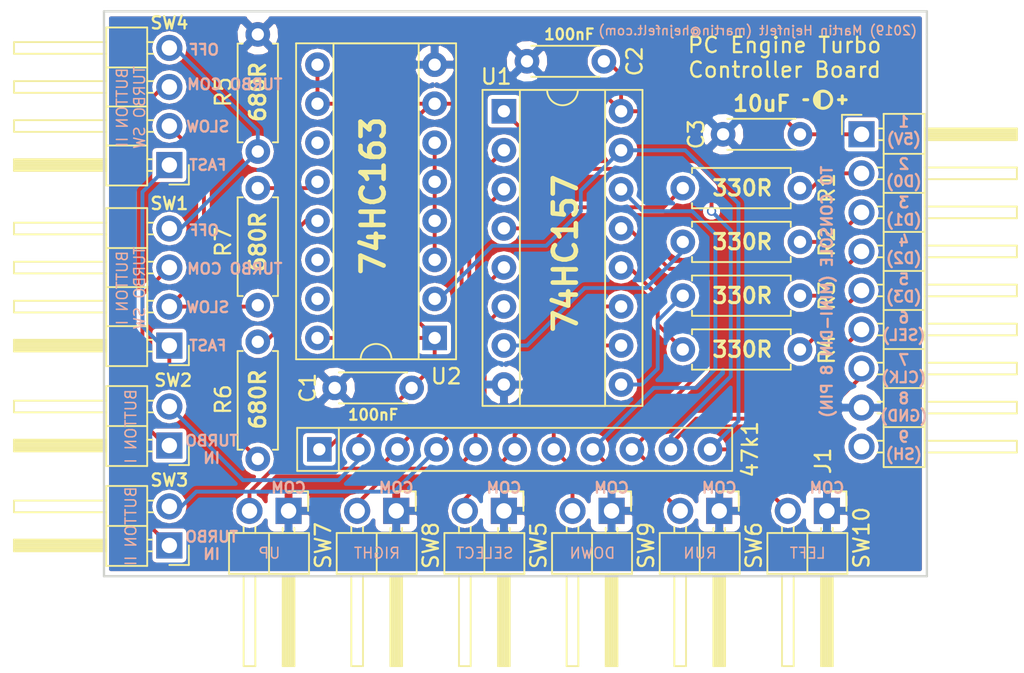
<source format=kicad_pcb>
(kicad_pcb (version 4) (host pcbnew 4.0.7-e2-6376~61~ubuntu18.04.1)

  (general
    (links 64)
    (no_connects 0)
    (area 149.674999 92.424999 203.325001 129.325001)
    (thickness 1.6)
    (drawings 61)
    (tracks 191)
    (zones 0)
    (modules 24)
    (nets 29)
  )

  (page A4)
  (layers
    (0 F.Cu signal)
    (31 B.Cu signal)
    (32 B.Adhes user)
    (33 F.Adhes user)
    (34 B.Paste user)
    (35 F.Paste user)
    (36 B.SilkS user)
    (37 F.SilkS user)
    (38 B.Mask user)
    (39 F.Mask user)
    (40 Dwgs.User user)
    (41 Cmts.User user)
    (42 Eco1.User user)
    (43 Eco2.User user)
    (44 Edge.Cuts user)
    (45 Margin user)
    (46 B.CrtYd user)
    (47 F.CrtYd user)
    (48 B.Fab user)
    (49 F.Fab user)
  )

  (setup
    (last_trace_width 0.25)
    (trace_clearance 0.2)
    (zone_clearance 0.254)
    (zone_45_only no)
    (trace_min 0.2)
    (segment_width 0.2)
    (edge_width 0.15)
    (via_size 0.6)
    (via_drill 0.4)
    (via_min_size 0.4)
    (via_min_drill 0.3)
    (uvia_size 0.3)
    (uvia_drill 0.1)
    (uvias_allowed no)
    (uvia_min_size 0.2)
    (uvia_min_drill 0.1)
    (pcb_text_width 0.3)
    (pcb_text_size 1.5 1.5)
    (mod_edge_width 0.15)
    (mod_text_size 1 1)
    (mod_text_width 0.15)
    (pad_size 1.524 1.524)
    (pad_drill 0.762)
    (pad_to_mask_clearance 0.2)
    (aux_axis_origin 0 0)
    (visible_elements FFFFFF7F)
    (pcbplotparams
      (layerselection 0x00030_80000001)
      (usegerberextensions false)
      (excludeedgelayer true)
      (linewidth 0.100000)
      (plotframeref false)
      (viasonmask false)
      (mode 1)
      (useauxorigin false)
      (hpglpennumber 1)
      (hpglpenspeed 20)
      (hpglpendiameter 15)
      (hpglpenoverlay 2)
      (psnegative false)
      (psa4output false)
      (plotreference true)
      (plotvalue true)
      (plotinvisibletext false)
      (padsonsilk false)
      (subtractmaskfromsilk false)
      (outputformat 1)
      (mirror false)
      (drillshape 1)
      (scaleselection 1)
      (outputdirectory ""))
  )

  (net 0 "")
  (net 1 VCC)
  (net 2 /SEL)
  (net 3 /CLK)
  (net 4 GND)
  (net 5 "Net-(R1-Pad2)")
  (net 6 "Net-(R2-Pad2)")
  (net 7 "Net-(R3-Pad2)")
  (net 8 "Net-(R4-Pad2)")
  (net 9 /OFF)
  (net 10 "Net-(R6-Pad1)")
  (net 11 /FAST)
  (net 12 "Net-(R7-Pad1)")
  (net 13 /SLOW)
  (net 14 "Net-(U2-Pad3)")
  (net 15 "Net-(SW1-Pad3)")
  (net 16 "Net-(SW3-Pad1)")
  (net 17 /BUTTON_I)
  (net 18 /BUTTON_UP)
  (net 19 /BUTTON_II)
  (net 20 /BUTTON_RIGHT)
  (net 21 /BUTTON_SELECT)
  (net 22 /BUTTON_DOWN)
  (net 23 /BUTTON_RUN)
  (net 24 /BUTTON_LEFT)
  (net 25 /D0)
  (net 26 /D1)
  (net 27 /D2)
  (net 28 /D3)

  (net_class Default "This is the default net class."
    (clearance 0.2)
    (trace_width 0.25)
    (via_dia 0.6)
    (via_drill 0.4)
    (uvia_dia 0.3)
    (uvia_drill 0.1)
    (add_net /BUTTON_DOWN)
    (add_net /BUTTON_I)
    (add_net /BUTTON_II)
    (add_net /BUTTON_LEFT)
    (add_net /BUTTON_RIGHT)
    (add_net /BUTTON_RUN)
    (add_net /BUTTON_SELECT)
    (add_net /BUTTON_UP)
    (add_net /CLK)
    (add_net /D0)
    (add_net /D1)
    (add_net /D2)
    (add_net /D3)
    (add_net /FAST)
    (add_net /OFF)
    (add_net /SEL)
    (add_net /SLOW)
    (add_net GND)
    (add_net "Net-(R1-Pad2)")
    (add_net "Net-(R2-Pad2)")
    (add_net "Net-(R3-Pad2)")
    (add_net "Net-(R4-Pad2)")
    (add_net "Net-(R6-Pad1)")
    (add_net "Net-(R7-Pad1)")
    (add_net "Net-(SW1-Pad3)")
    (add_net "Net-(SW3-Pad1)")
    (add_net "Net-(U2-Pad3)")
    (add_net VCC)
  )

  (module Resistors_THT:R_Array_SIP11 (layer F.Cu) (tedit 5C38FB70) (tstamp 5C2D1FE2)
    (at 163.75 121)
    (descr "11-pin Resistor SIP pack")
    (tags R)
    (path /5C2CB2AB)
    (fp_text reference 47k1 (at 28 0 90) (layer F.SilkS)
      (effects (font (size 1 1) (thickness 0.15)))
    )
    (fp_text value R_Network10 (at 13.97 2.4) (layer F.Fab)
      (effects (font (size 1 1) (thickness 0.15)))
    )
    (fp_line (start -1.29 -1.25) (end -1.29 1.25) (layer F.Fab) (width 0.1))
    (fp_line (start -1.29 1.25) (end 26.69 1.25) (layer F.Fab) (width 0.1))
    (fp_line (start 26.69 1.25) (end 26.69 -1.25) (layer F.Fab) (width 0.1))
    (fp_line (start 26.69 -1.25) (end -1.29 -1.25) (layer F.Fab) (width 0.1))
    (fp_line (start 1.27 -1.25) (end 1.27 1.25) (layer F.Fab) (width 0.1))
    (fp_line (start -1.44 -1.4) (end -1.44 1.4) (layer F.SilkS) (width 0.12))
    (fp_line (start -1.44 1.4) (end 26.84 1.4) (layer F.SilkS) (width 0.12))
    (fp_line (start 26.84 1.4) (end 26.84 -1.4) (layer F.SilkS) (width 0.12))
    (fp_line (start 26.84 -1.4) (end -1.44 -1.4) (layer F.SilkS) (width 0.12))
    (fp_line (start 1.27 -1.4) (end 1.27 1.4) (layer F.SilkS) (width 0.12))
    (fp_line (start -1.7 -1.65) (end -1.7 1.65) (layer F.CrtYd) (width 0.05))
    (fp_line (start -1.7 1.65) (end 27.1 1.65) (layer F.CrtYd) (width 0.05))
    (fp_line (start 27.1 1.65) (end 27.1 -1.65) (layer F.CrtYd) (width 0.05))
    (fp_line (start 27.1 -1.65) (end -1.7 -1.65) (layer F.CrtYd) (width 0.05))
    (pad 1 thru_hole rect (at 0 0) (size 1.6 1.6) (drill 0.8) (layers *.Cu *.Mask)
      (net 1 VCC))
    (pad 2 thru_hole oval (at 2.54 0) (size 1.6 1.6) (drill 0.8) (layers *.Cu *.Mask)
      (net 17 /BUTTON_I))
    (pad 3 thru_hole oval (at 5.08 0) (size 1.6 1.6) (drill 0.8) (layers *.Cu *.Mask)
      (net 18 /BUTTON_UP))
    (pad 4 thru_hole oval (at 7.62 0) (size 1.6 1.6) (drill 0.8) (layers *.Cu *.Mask)
      (net 19 /BUTTON_II))
    (pad 5 thru_hole oval (at 10.16 0) (size 1.6 1.6) (drill 0.8) (layers *.Cu *.Mask)
      (net 20 /BUTTON_RIGHT))
    (pad 6 thru_hole oval (at 12.7 0) (size 1.6 1.6) (drill 0.8) (layers *.Cu *.Mask)
      (net 21 /BUTTON_SELECT))
    (pad 7 thru_hole oval (at 15.24 0) (size 1.6 1.6) (drill 0.8) (layers *.Cu *.Mask)
      (net 22 /BUTTON_DOWN))
    (pad 8 thru_hole oval (at 17.78 0) (size 1.6 1.6) (drill 0.8) (layers *.Cu *.Mask)
      (net 23 /BUTTON_RUN))
    (pad 9 thru_hole oval (at 20.32 0) (size 1.6 1.6) (drill 0.8) (layers *.Cu *.Mask)
      (net 24 /BUTTON_LEFT))
    (pad 10 thru_hole oval (at 22.86 0) (size 1.6 1.6) (drill 0.8) (layers *.Cu *.Mask)
      (net 2 /SEL))
    (pad 11 thru_hole oval (at 25.4 0) (size 1.6 1.6) (drill 0.8) (layers *.Cu *.Mask)
      (net 3 /CLK))
    (model ${KISYS3DMOD}/Resistors_THT.3dshapes/R_Array_SIP11.wrl
      (at (xyz 0 0 0))
      (scale (xyz 0.39 0.39 0.39))
      (rotate (xyz 0 0 0))
    )
  )

  (module Pin_Headers:Pin_Header_Angled_1x09_Pitch2.54mm (layer F.Cu) (tedit 5C38FB6B) (tstamp 5C37BBC8)
    (at 199 100.5)
    (descr "Through hole angled pin header, 1x09, 2.54mm pitch, 6mm pin length, single row")
    (tags "Through hole angled pin header THT 1x09 2.54mm single row")
    (path /5C2CBB47)
    (fp_text reference J1 (at -2.5 21.25 90) (layer F.SilkS)
      (effects (font (size 1 1) (thickness 0.15)))
    )
    (fp_text value Mini-DIN-8S (at 4.385 22.59) (layer F.Fab)
      (effects (font (size 1 1) (thickness 0.15)))
    )
    (fp_line (start 2.135 -1.27) (end 4.04 -1.27) (layer F.Fab) (width 0.1))
    (fp_line (start 4.04 -1.27) (end 4.04 21.59) (layer F.Fab) (width 0.1))
    (fp_line (start 4.04 21.59) (end 1.5 21.59) (layer F.Fab) (width 0.1))
    (fp_line (start 1.5 21.59) (end 1.5 -0.635) (layer F.Fab) (width 0.1))
    (fp_line (start 1.5 -0.635) (end 2.135 -1.27) (layer F.Fab) (width 0.1))
    (fp_line (start -0.32 -0.32) (end 1.5 -0.32) (layer F.Fab) (width 0.1))
    (fp_line (start -0.32 -0.32) (end -0.32 0.32) (layer F.Fab) (width 0.1))
    (fp_line (start -0.32 0.32) (end 1.5 0.32) (layer F.Fab) (width 0.1))
    (fp_line (start 4.04 -0.32) (end 10.04 -0.32) (layer F.Fab) (width 0.1))
    (fp_line (start 10.04 -0.32) (end 10.04 0.32) (layer F.Fab) (width 0.1))
    (fp_line (start 4.04 0.32) (end 10.04 0.32) (layer F.Fab) (width 0.1))
    (fp_line (start -0.32 2.22) (end 1.5 2.22) (layer F.Fab) (width 0.1))
    (fp_line (start -0.32 2.22) (end -0.32 2.86) (layer F.Fab) (width 0.1))
    (fp_line (start -0.32 2.86) (end 1.5 2.86) (layer F.Fab) (width 0.1))
    (fp_line (start 4.04 2.22) (end 10.04 2.22) (layer F.Fab) (width 0.1))
    (fp_line (start 10.04 2.22) (end 10.04 2.86) (layer F.Fab) (width 0.1))
    (fp_line (start 4.04 2.86) (end 10.04 2.86) (layer F.Fab) (width 0.1))
    (fp_line (start -0.32 4.76) (end 1.5 4.76) (layer F.Fab) (width 0.1))
    (fp_line (start -0.32 4.76) (end -0.32 5.4) (layer F.Fab) (width 0.1))
    (fp_line (start -0.32 5.4) (end 1.5 5.4) (layer F.Fab) (width 0.1))
    (fp_line (start 4.04 4.76) (end 10.04 4.76) (layer F.Fab) (width 0.1))
    (fp_line (start 10.04 4.76) (end 10.04 5.4) (layer F.Fab) (width 0.1))
    (fp_line (start 4.04 5.4) (end 10.04 5.4) (layer F.Fab) (width 0.1))
    (fp_line (start -0.32 7.3) (end 1.5 7.3) (layer F.Fab) (width 0.1))
    (fp_line (start -0.32 7.3) (end -0.32 7.94) (layer F.Fab) (width 0.1))
    (fp_line (start -0.32 7.94) (end 1.5 7.94) (layer F.Fab) (width 0.1))
    (fp_line (start 4.04 7.3) (end 10.04 7.3) (layer F.Fab) (width 0.1))
    (fp_line (start 10.04 7.3) (end 10.04 7.94) (layer F.Fab) (width 0.1))
    (fp_line (start 4.04 7.94) (end 10.04 7.94) (layer F.Fab) (width 0.1))
    (fp_line (start -0.32 9.84) (end 1.5 9.84) (layer F.Fab) (width 0.1))
    (fp_line (start -0.32 9.84) (end -0.32 10.48) (layer F.Fab) (width 0.1))
    (fp_line (start -0.32 10.48) (end 1.5 10.48) (layer F.Fab) (width 0.1))
    (fp_line (start 4.04 9.84) (end 10.04 9.84) (layer F.Fab) (width 0.1))
    (fp_line (start 10.04 9.84) (end 10.04 10.48) (layer F.Fab) (width 0.1))
    (fp_line (start 4.04 10.48) (end 10.04 10.48) (layer F.Fab) (width 0.1))
    (fp_line (start -0.32 12.38) (end 1.5 12.38) (layer F.Fab) (width 0.1))
    (fp_line (start -0.32 12.38) (end -0.32 13.02) (layer F.Fab) (width 0.1))
    (fp_line (start -0.32 13.02) (end 1.5 13.02) (layer F.Fab) (width 0.1))
    (fp_line (start 4.04 12.38) (end 10.04 12.38) (layer F.Fab) (width 0.1))
    (fp_line (start 10.04 12.38) (end 10.04 13.02) (layer F.Fab) (width 0.1))
    (fp_line (start 4.04 13.02) (end 10.04 13.02) (layer F.Fab) (width 0.1))
    (fp_line (start -0.32 14.92) (end 1.5 14.92) (layer F.Fab) (width 0.1))
    (fp_line (start -0.32 14.92) (end -0.32 15.56) (layer F.Fab) (width 0.1))
    (fp_line (start -0.32 15.56) (end 1.5 15.56) (layer F.Fab) (width 0.1))
    (fp_line (start 4.04 14.92) (end 10.04 14.92) (layer F.Fab) (width 0.1))
    (fp_line (start 10.04 14.92) (end 10.04 15.56) (layer F.Fab) (width 0.1))
    (fp_line (start 4.04 15.56) (end 10.04 15.56) (layer F.Fab) (width 0.1))
    (fp_line (start -0.32 17.46) (end 1.5 17.46) (layer F.Fab) (width 0.1))
    (fp_line (start -0.32 17.46) (end -0.32 18.1) (layer F.Fab) (width 0.1))
    (fp_line (start -0.32 18.1) (end 1.5 18.1) (layer F.Fab) (width 0.1))
    (fp_line (start 4.04 17.46) (end 10.04 17.46) (layer F.Fab) (width 0.1))
    (fp_line (start 10.04 17.46) (end 10.04 18.1) (layer F.Fab) (width 0.1))
    (fp_line (start 4.04 18.1) (end 10.04 18.1) (layer F.Fab) (width 0.1))
    (fp_line (start -0.32 20) (end 1.5 20) (layer F.Fab) (width 0.1))
    (fp_line (start -0.32 20) (end -0.32 20.64) (layer F.Fab) (width 0.1))
    (fp_line (start -0.32 20.64) (end 1.5 20.64) (layer F.Fab) (width 0.1))
    (fp_line (start 4.04 20) (end 10.04 20) (layer F.Fab) (width 0.1))
    (fp_line (start 10.04 20) (end 10.04 20.64) (layer F.Fab) (width 0.1))
    (fp_line (start 4.04 20.64) (end 10.04 20.64) (layer F.Fab) (width 0.1))
    (fp_line (start 1.44 -1.33) (end 1.44 21.65) (layer F.SilkS) (width 0.12))
    (fp_line (start 1.44 21.65) (end 4.1 21.65) (layer F.SilkS) (width 0.12))
    (fp_line (start 4.1 21.65) (end 4.1 -1.33) (layer F.SilkS) (width 0.12))
    (fp_line (start 4.1 -1.33) (end 1.44 -1.33) (layer F.SilkS) (width 0.12))
    (fp_line (start 4.1 -0.38) (end 10.1 -0.38) (layer F.SilkS) (width 0.12))
    (fp_line (start 10.1 -0.38) (end 10.1 0.38) (layer F.SilkS) (width 0.12))
    (fp_line (start 10.1 0.38) (end 4.1 0.38) (layer F.SilkS) (width 0.12))
    (fp_line (start 4.1 -0.32) (end 10.1 -0.32) (layer F.SilkS) (width 0.12))
    (fp_line (start 4.1 -0.2) (end 10.1 -0.2) (layer F.SilkS) (width 0.12))
    (fp_line (start 4.1 -0.08) (end 10.1 -0.08) (layer F.SilkS) (width 0.12))
    (fp_line (start 4.1 0.04) (end 10.1 0.04) (layer F.SilkS) (width 0.12))
    (fp_line (start 4.1 0.16) (end 10.1 0.16) (layer F.SilkS) (width 0.12))
    (fp_line (start 4.1 0.28) (end 10.1 0.28) (layer F.SilkS) (width 0.12))
    (fp_line (start 1.11 -0.38) (end 1.44 -0.38) (layer F.SilkS) (width 0.12))
    (fp_line (start 1.11 0.38) (end 1.44 0.38) (layer F.SilkS) (width 0.12))
    (fp_line (start 1.44 1.27) (end 4.1 1.27) (layer F.SilkS) (width 0.12))
    (fp_line (start 4.1 2.16) (end 10.1 2.16) (layer F.SilkS) (width 0.12))
    (fp_line (start 10.1 2.16) (end 10.1 2.92) (layer F.SilkS) (width 0.12))
    (fp_line (start 10.1 2.92) (end 4.1 2.92) (layer F.SilkS) (width 0.12))
    (fp_line (start 1.042929 2.16) (end 1.44 2.16) (layer F.SilkS) (width 0.12))
    (fp_line (start 1.042929 2.92) (end 1.44 2.92) (layer F.SilkS) (width 0.12))
    (fp_line (start 1.44 3.81) (end 4.1 3.81) (layer F.SilkS) (width 0.12))
    (fp_line (start 4.1 4.7) (end 10.1 4.7) (layer F.SilkS) (width 0.12))
    (fp_line (start 10.1 4.7) (end 10.1 5.46) (layer F.SilkS) (width 0.12))
    (fp_line (start 10.1 5.46) (end 4.1 5.46) (layer F.SilkS) (width 0.12))
    (fp_line (start 1.042929 4.7) (end 1.44 4.7) (layer F.SilkS) (width 0.12))
    (fp_line (start 1.042929 5.46) (end 1.44 5.46) (layer F.SilkS) (width 0.12))
    (fp_line (start 1.44 6.35) (end 4.1 6.35) (layer F.SilkS) (width 0.12))
    (fp_line (start 4.1 7.24) (end 10.1 7.24) (layer F.SilkS) (width 0.12))
    (fp_line (start 10.1 7.24) (end 10.1 8) (layer F.SilkS) (width 0.12))
    (fp_line (start 10.1 8) (end 4.1 8) (layer F.SilkS) (width 0.12))
    (fp_line (start 1.042929 7.24) (end 1.44 7.24) (layer F.SilkS) (width 0.12))
    (fp_line (start 1.042929 8) (end 1.44 8) (layer F.SilkS) (width 0.12))
    (fp_line (start 1.44 8.89) (end 4.1 8.89) (layer F.SilkS) (width 0.12))
    (fp_line (start 4.1 9.78) (end 10.1 9.78) (layer F.SilkS) (width 0.12))
    (fp_line (start 10.1 9.78) (end 10.1 10.54) (layer F.SilkS) (width 0.12))
    (fp_line (start 10.1 10.54) (end 4.1 10.54) (layer F.SilkS) (width 0.12))
    (fp_line (start 1.042929 9.78) (end 1.44 9.78) (layer F.SilkS) (width 0.12))
    (fp_line (start 1.042929 10.54) (end 1.44 10.54) (layer F.SilkS) (width 0.12))
    (fp_line (start 1.44 11.43) (end 4.1 11.43) (layer F.SilkS) (width 0.12))
    (fp_line (start 4.1 12.32) (end 10.1 12.32) (layer F.SilkS) (width 0.12))
    (fp_line (start 10.1 12.32) (end 10.1 13.08) (layer F.SilkS) (width 0.12))
    (fp_line (start 10.1 13.08) (end 4.1 13.08) (layer F.SilkS) (width 0.12))
    (fp_line (start 1.042929 12.32) (end 1.44 12.32) (layer F.SilkS) (width 0.12))
    (fp_line (start 1.042929 13.08) (end 1.44 13.08) (layer F.SilkS) (width 0.12))
    (fp_line (start 1.44 13.97) (end 4.1 13.97) (layer F.SilkS) (width 0.12))
    (fp_line (start 4.1 14.86) (end 10.1 14.86) (layer F.SilkS) (width 0.12))
    (fp_line (start 10.1 14.86) (end 10.1 15.62) (layer F.SilkS) (width 0.12))
    (fp_line (start 10.1 15.62) (end 4.1 15.62) (layer F.SilkS) (width 0.12))
    (fp_line (start 1.042929 14.86) (end 1.44 14.86) (layer F.SilkS) (width 0.12))
    (fp_line (start 1.042929 15.62) (end 1.44 15.62) (layer F.SilkS) (width 0.12))
    (fp_line (start 1.44 16.51) (end 4.1 16.51) (layer F.SilkS) (width 0.12))
    (fp_line (start 4.1 17.4) (end 10.1 17.4) (layer F.SilkS) (width 0.12))
    (fp_line (start 10.1 17.4) (end 10.1 18.16) (layer F.SilkS) (width 0.12))
    (fp_line (start 10.1 18.16) (end 4.1 18.16) (layer F.SilkS) (width 0.12))
    (fp_line (start 1.042929 17.4) (end 1.44 17.4) (layer F.SilkS) (width 0.12))
    (fp_line (start 1.042929 18.16) (end 1.44 18.16) (layer F.SilkS) (width 0.12))
    (fp_line (start 1.44 19.05) (end 4.1 19.05) (layer F.SilkS) (width 0.12))
    (fp_line (start 4.1 19.94) (end 10.1 19.94) (layer F.SilkS) (width 0.12))
    (fp_line (start 10.1 19.94) (end 10.1 20.7) (layer F.SilkS) (width 0.12))
    (fp_line (start 10.1 20.7) (end 4.1 20.7) (layer F.SilkS) (width 0.12))
    (fp_line (start 1.042929 19.94) (end 1.44 19.94) (layer F.SilkS) (width 0.12))
    (fp_line (start 1.042929 20.7) (end 1.44 20.7) (layer F.SilkS) (width 0.12))
    (fp_line (start -1.27 0) (end -1.27 -1.27) (layer F.SilkS) (width 0.12))
    (fp_line (start -1.27 -1.27) (end 0 -1.27) (layer F.SilkS) (width 0.12))
    (fp_line (start -1.8 -1.8) (end -1.8 22.1) (layer F.CrtYd) (width 0.05))
    (fp_line (start -1.8 22.1) (end 10.55 22.1) (layer F.CrtYd) (width 0.05))
    (fp_line (start 10.55 22.1) (end 10.55 -1.8) (layer F.CrtYd) (width 0.05))
    (fp_line (start 10.55 -1.8) (end -1.8 -1.8) (layer F.CrtYd) (width 0.05))
    (fp_text user %R (at 2.77 10.16 90) (layer F.Fab)
      (effects (font (size 1 1) (thickness 0.15)))
    )
    (pad 1 thru_hole rect (at 0 0) (size 1.7 1.7) (drill 1) (layers *.Cu *.Mask)
      (net 1 VCC))
    (pad 2 thru_hole oval (at 0 2.54) (size 1.7 1.7) (drill 1) (layers *.Cu *.Mask)
      (net 25 /D0))
    (pad 3 thru_hole oval (at 0 5.08) (size 1.7 1.7) (drill 1) (layers *.Cu *.Mask)
      (net 26 /D1))
    (pad 4 thru_hole oval (at 0 7.62) (size 1.7 1.7) (drill 1) (layers *.Cu *.Mask)
      (net 27 /D2))
    (pad 5 thru_hole oval (at 0 10.16) (size 1.7 1.7) (drill 1) (layers *.Cu *.Mask)
      (net 28 /D3))
    (pad 6 thru_hole oval (at 0 12.7) (size 1.7 1.7) (drill 1) (layers *.Cu *.Mask)
      (net 2 /SEL))
    (pad 7 thru_hole oval (at 0 15.24) (size 1.7 1.7) (drill 1) (layers *.Cu *.Mask)
      (net 3 /CLK))
    (pad 8 thru_hole oval (at 0 17.78) (size 1.7 1.7) (drill 1) (layers *.Cu *.Mask)
      (net 4 GND))
    (pad 9 thru_hole oval (at 0 20.32) (size 1.7 1.7) (drill 1) (layers *.Cu *.Mask))
    (model ${KISYS3DMOD}/Pin_Headers.3dshapes/Pin_Header_Angled_1x09_Pitch2.54mm.wrl
      (at (xyz 0 0 0))
      (scale (xyz 1 1 1))
      (rotate (xyz 0 0 0))
    )
  )

  (module Pin_Headers:Pin_Header_Angled_1x04_Pitch2.54mm (layer F.Cu) (tedit 5C3A0E18) (tstamp 5C37BBC9)
    (at 154 114.25 180)
    (descr "Through hole angled pin header, 1x04, 2.54mm pitch, 6mm pin length, single row")
    (tags "Through hole angled pin header THT 1x04 2.54mm single row")
    (path /5C2CB410)
    (fp_text reference SW1 (at 0 9.25 360) (layer F.SilkS)
      (effects (font (size 0.8 0.8) (thickness 0.15)))
    )
    (fp_text value BUTTON_I_TURBO (at 4.385 9.89 180) (layer F.Fab)
      (effects (font (size 1 1) (thickness 0.15)))
    )
    (fp_line (start 2.135 -1.27) (end 4.04 -1.27) (layer F.Fab) (width 0.1))
    (fp_line (start 4.04 -1.27) (end 4.04 8.89) (layer F.Fab) (width 0.1))
    (fp_line (start 4.04 8.89) (end 1.5 8.89) (layer F.Fab) (width 0.1))
    (fp_line (start 1.5 8.89) (end 1.5 -0.635) (layer F.Fab) (width 0.1))
    (fp_line (start 1.5 -0.635) (end 2.135 -1.27) (layer F.Fab) (width 0.1))
    (fp_line (start -0.32 -0.32) (end 1.5 -0.32) (layer F.Fab) (width 0.1))
    (fp_line (start -0.32 -0.32) (end -0.32 0.32) (layer F.Fab) (width 0.1))
    (fp_line (start -0.32 0.32) (end 1.5 0.32) (layer F.Fab) (width 0.1))
    (fp_line (start 4.04 -0.32) (end 10.04 -0.32) (layer F.Fab) (width 0.1))
    (fp_line (start 10.04 -0.32) (end 10.04 0.32) (layer F.Fab) (width 0.1))
    (fp_line (start 4.04 0.32) (end 10.04 0.32) (layer F.Fab) (width 0.1))
    (fp_line (start -0.32 2.22) (end 1.5 2.22) (layer F.Fab) (width 0.1))
    (fp_line (start -0.32 2.22) (end -0.32 2.86) (layer F.Fab) (width 0.1))
    (fp_line (start -0.32 2.86) (end 1.5 2.86) (layer F.Fab) (width 0.1))
    (fp_line (start 4.04 2.22) (end 10.04 2.22) (layer F.Fab) (width 0.1))
    (fp_line (start 10.04 2.22) (end 10.04 2.86) (layer F.Fab) (width 0.1))
    (fp_line (start 4.04 2.86) (end 10.04 2.86) (layer F.Fab) (width 0.1))
    (fp_line (start -0.32 4.76) (end 1.5 4.76) (layer F.Fab) (width 0.1))
    (fp_line (start -0.32 4.76) (end -0.32 5.4) (layer F.Fab) (width 0.1))
    (fp_line (start -0.32 5.4) (end 1.5 5.4) (layer F.Fab) (width 0.1))
    (fp_line (start 4.04 4.76) (end 10.04 4.76) (layer F.Fab) (width 0.1))
    (fp_line (start 10.04 4.76) (end 10.04 5.4) (layer F.Fab) (width 0.1))
    (fp_line (start 4.04 5.4) (end 10.04 5.4) (layer F.Fab) (width 0.1))
    (fp_line (start -0.32 7.3) (end 1.5 7.3) (layer F.Fab) (width 0.1))
    (fp_line (start -0.32 7.3) (end -0.32 7.94) (layer F.Fab) (width 0.1))
    (fp_line (start -0.32 7.94) (end 1.5 7.94) (layer F.Fab) (width 0.1))
    (fp_line (start 4.04 7.3) (end 10.04 7.3) (layer F.Fab) (width 0.1))
    (fp_line (start 10.04 7.3) (end 10.04 7.94) (layer F.Fab) (width 0.1))
    (fp_line (start 4.04 7.94) (end 10.04 7.94) (layer F.Fab) (width 0.1))
    (fp_line (start 1.44 -1.33) (end 1.44 8.95) (layer F.SilkS) (width 0.12))
    (fp_line (start 1.44 8.95) (end 4.1 8.95) (layer F.SilkS) (width 0.12))
    (fp_line (start 4.1 8.95) (end 4.1 -1.33) (layer F.SilkS) (width 0.12))
    (fp_line (start 4.1 -1.33) (end 1.44 -1.33) (layer F.SilkS) (width 0.12))
    (fp_line (start 4.1 -0.38) (end 10.1 -0.38) (layer F.SilkS) (width 0.12))
    (fp_line (start 10.1 -0.38) (end 10.1 0.38) (layer F.SilkS) (width 0.12))
    (fp_line (start 10.1 0.38) (end 4.1 0.38) (layer F.SilkS) (width 0.12))
    (fp_line (start 4.1 -0.32) (end 10.1 -0.32) (layer F.SilkS) (width 0.12))
    (fp_line (start 4.1 -0.2) (end 10.1 -0.2) (layer F.SilkS) (width 0.12))
    (fp_line (start 4.1 -0.08) (end 10.1 -0.08) (layer F.SilkS) (width 0.12))
    (fp_line (start 4.1 0.04) (end 10.1 0.04) (layer F.SilkS) (width 0.12))
    (fp_line (start 4.1 0.16) (end 10.1 0.16) (layer F.SilkS) (width 0.12))
    (fp_line (start 4.1 0.28) (end 10.1 0.28) (layer F.SilkS) (width 0.12))
    (fp_line (start 1.11 -0.38) (end 1.44 -0.38) (layer F.SilkS) (width 0.12))
    (fp_line (start 1.11 0.38) (end 1.44 0.38) (layer F.SilkS) (width 0.12))
    (fp_line (start 1.44 1.27) (end 4.1 1.27) (layer F.SilkS) (width 0.12))
    (fp_line (start 4.1 2.16) (end 10.1 2.16) (layer F.SilkS) (width 0.12))
    (fp_line (start 10.1 2.16) (end 10.1 2.92) (layer F.SilkS) (width 0.12))
    (fp_line (start 10.1 2.92) (end 4.1 2.92) (layer F.SilkS) (width 0.12))
    (fp_line (start 1.042929 2.16) (end 1.44 2.16) (layer F.SilkS) (width 0.12))
    (fp_line (start 1.042929 2.92) (end 1.44 2.92) (layer F.SilkS) (width 0.12))
    (fp_line (start 1.44 3.81) (end 4.1 3.81) (layer F.SilkS) (width 0.12))
    (fp_line (start 4.1 4.7) (end 10.1 4.7) (layer F.SilkS) (width 0.12))
    (fp_line (start 10.1 4.7) (end 10.1 5.46) (layer F.SilkS) (width 0.12))
    (fp_line (start 10.1 5.46) (end 4.1 5.46) (layer F.SilkS) (width 0.12))
    (fp_line (start 1.042929 4.7) (end 1.44 4.7) (layer F.SilkS) (width 0.12))
    (fp_line (start 1.042929 5.46) (end 1.44 5.46) (layer F.SilkS) (width 0.12))
    (fp_line (start 1.44 6.35) (end 4.1 6.35) (layer F.SilkS) (width 0.12))
    (fp_line (start 4.1 7.24) (end 10.1 7.24) (layer F.SilkS) (width 0.12))
    (fp_line (start 10.1 7.24) (end 10.1 8) (layer F.SilkS) (width 0.12))
    (fp_line (start 10.1 8) (end 4.1 8) (layer F.SilkS) (width 0.12))
    (fp_line (start 1.042929 7.24) (end 1.44 7.24) (layer F.SilkS) (width 0.12))
    (fp_line (start 1.042929 8) (end 1.44 8) (layer F.SilkS) (width 0.12))
    (fp_line (start -1.27 0) (end -1.27 -1.27) (layer F.SilkS) (width 0.12))
    (fp_line (start -1.27 -1.27) (end 0 -1.27) (layer F.SilkS) (width 0.12))
    (fp_line (start -1.8 -1.8) (end -1.8 9.4) (layer F.CrtYd) (width 0.05))
    (fp_line (start -1.8 9.4) (end 10.55 9.4) (layer F.CrtYd) (width 0.05))
    (fp_line (start 10.55 9.4) (end 10.55 -1.8) (layer F.CrtYd) (width 0.05))
    (fp_line (start 10.55 -1.8) (end -1.8 -1.8) (layer F.CrtYd) (width 0.05))
    (fp_text user %R (at 2.77 3.81 270) (layer F.Fab)
      (effects (font (size 1 1) (thickness 0.15)))
    )
    (pad 1 thru_hole rect (at 0 0 180) (size 1.7 1.7) (drill 1) (layers *.Cu *.Mask)
      (net 11 /FAST))
    (pad 2 thru_hole oval (at 0 2.54 180) (size 1.7 1.7) (drill 1) (layers *.Cu *.Mask)
      (net 13 /SLOW))
    (pad 3 thru_hole oval (at 0 5.08 180) (size 1.7 1.7) (drill 1) (layers *.Cu *.Mask)
      (net 15 "Net-(SW1-Pad3)"))
    (pad 4 thru_hole oval (at 0 7.62 180) (size 1.7 1.7) (drill 1) (layers *.Cu *.Mask)
      (net 9 /OFF))
    (model ${KISYS3DMOD}/Pin_Headers.3dshapes/Pin_Header_Angled_1x04_Pitch2.54mm.wrl
      (at (xyz 0 0 0))
      (scale (xyz 1 1 1))
      (rotate (xyz 0 0 0))
    )
  )

  (module Pin_Headers:Pin_Header_Angled_1x02_Pitch2.54mm (layer F.Cu) (tedit 5C3A6217) (tstamp 5C37BBD0)
    (at 154 120.75 180)
    (descr "Through hole angled pin header, 1x02, 2.54mm pitch, 6mm pin length, single row")
    (tags "Through hole angled pin header THT 1x02 2.54mm single row")
    (path /5C2CBC5D)
    (fp_text reference SW2 (at -0.25 4.25 180) (layer F.SilkS)
      (effects (font (size 0.8 0.8) (thickness 0.15)))
    )
    (fp_text value BUTTON_I (at 4.385 4.81 180) (layer F.Fab)
      (effects (font (size 1 1) (thickness 0.15)))
    )
    (fp_line (start 2.135 -1.27) (end 4.04 -1.27) (layer F.Fab) (width 0.1))
    (fp_line (start 4.04 -1.27) (end 4.04 3.81) (layer F.Fab) (width 0.1))
    (fp_line (start 4.04 3.81) (end 1.5 3.81) (layer F.Fab) (width 0.1))
    (fp_line (start 1.5 3.81) (end 1.5 -0.635) (layer F.Fab) (width 0.1))
    (fp_line (start 1.5 -0.635) (end 2.135 -1.27) (layer F.Fab) (width 0.1))
    (fp_line (start -0.32 -0.32) (end 1.5 -0.32) (layer F.Fab) (width 0.1))
    (fp_line (start -0.32 -0.32) (end -0.32 0.32) (layer F.Fab) (width 0.1))
    (fp_line (start -0.32 0.32) (end 1.5 0.32) (layer F.Fab) (width 0.1))
    (fp_line (start 4.04 -0.32) (end 10.04 -0.32) (layer F.Fab) (width 0.1))
    (fp_line (start 10.04 -0.32) (end 10.04 0.32) (layer F.Fab) (width 0.1))
    (fp_line (start 4.04 0.32) (end 10.04 0.32) (layer F.Fab) (width 0.1))
    (fp_line (start -0.32 2.22) (end 1.5 2.22) (layer F.Fab) (width 0.1))
    (fp_line (start -0.32 2.22) (end -0.32 2.86) (layer F.Fab) (width 0.1))
    (fp_line (start -0.32 2.86) (end 1.5 2.86) (layer F.Fab) (width 0.1))
    (fp_line (start 4.04 2.22) (end 10.04 2.22) (layer F.Fab) (width 0.1))
    (fp_line (start 10.04 2.22) (end 10.04 2.86) (layer F.Fab) (width 0.1))
    (fp_line (start 4.04 2.86) (end 10.04 2.86) (layer F.Fab) (width 0.1))
    (fp_line (start 1.44 -1.33) (end 1.44 3.87) (layer F.SilkS) (width 0.12))
    (fp_line (start 1.44 3.87) (end 4.1 3.87) (layer F.SilkS) (width 0.12))
    (fp_line (start 4.1 3.87) (end 4.1 -1.33) (layer F.SilkS) (width 0.12))
    (fp_line (start 4.1 -1.33) (end 1.44 -1.33) (layer F.SilkS) (width 0.12))
    (fp_line (start 4.1 -0.38) (end 10.1 -0.38) (layer F.SilkS) (width 0.12))
    (fp_line (start 10.1 -0.38) (end 10.1 0.38) (layer F.SilkS) (width 0.12))
    (fp_line (start 10.1 0.38) (end 4.1 0.38) (layer F.SilkS) (width 0.12))
    (fp_line (start 4.1 -0.32) (end 10.1 -0.32) (layer F.SilkS) (width 0.12))
    (fp_line (start 4.1 -0.2) (end 10.1 -0.2) (layer F.SilkS) (width 0.12))
    (fp_line (start 4.1 -0.08) (end 10.1 -0.08) (layer F.SilkS) (width 0.12))
    (fp_line (start 4.1 0.04) (end 10.1 0.04) (layer F.SilkS) (width 0.12))
    (fp_line (start 4.1 0.16) (end 10.1 0.16) (layer F.SilkS) (width 0.12))
    (fp_line (start 4.1 0.28) (end 10.1 0.28) (layer F.SilkS) (width 0.12))
    (fp_line (start 1.11 -0.38) (end 1.44 -0.38) (layer F.SilkS) (width 0.12))
    (fp_line (start 1.11 0.38) (end 1.44 0.38) (layer F.SilkS) (width 0.12))
    (fp_line (start 1.44 1.27) (end 4.1 1.27) (layer F.SilkS) (width 0.12))
    (fp_line (start 4.1 2.16) (end 10.1 2.16) (layer F.SilkS) (width 0.12))
    (fp_line (start 10.1 2.16) (end 10.1 2.92) (layer F.SilkS) (width 0.12))
    (fp_line (start 10.1 2.92) (end 4.1 2.92) (layer F.SilkS) (width 0.12))
    (fp_line (start 1.042929 2.16) (end 1.44 2.16) (layer F.SilkS) (width 0.12))
    (fp_line (start 1.042929 2.92) (end 1.44 2.92) (layer F.SilkS) (width 0.12))
    (fp_line (start -1.27 0) (end -1.27 -1.27) (layer F.SilkS) (width 0.12))
    (fp_line (start -1.27 -1.27) (end 0 -1.27) (layer F.SilkS) (width 0.12))
    (fp_line (start -1.8 -1.8) (end -1.8 4.35) (layer F.CrtYd) (width 0.05))
    (fp_line (start -1.8 4.35) (end 10.55 4.35) (layer F.CrtYd) (width 0.05))
    (fp_line (start 10.55 4.35) (end 10.55 -1.8) (layer F.CrtYd) (width 0.05))
    (fp_line (start 10.55 -1.8) (end -1.8 -1.8) (layer F.CrtYd) (width 0.05))
    (fp_text user %R (at 2.77 1.27 270) (layer F.Fab)
      (effects (font (size 1 1) (thickness 0.15)))
    )
    (pad 1 thru_hole rect (at 0 0 180) (size 1.7 1.7) (drill 1) (layers *.Cu *.Mask)
      (net 15 "Net-(SW1-Pad3)"))
    (pad 2 thru_hole oval (at 0 2.54 180) (size 1.7 1.7) (drill 1) (layers *.Cu *.Mask)
      (net 17 /BUTTON_I))
    (model ${KISYS3DMOD}/Pin_Headers.3dshapes/Pin_Header_Angled_1x02_Pitch2.54mm.wrl
      (at (xyz 0 0 0))
      (scale (xyz 1 1 1))
      (rotate (xyz 0 0 0))
    )
  )

  (module Pin_Headers:Pin_Header_Angled_1x02_Pitch2.54mm (layer F.Cu) (tedit 5C3A622E) (tstamp 5C37BBD5)
    (at 154 127.25 180)
    (descr "Through hole angled pin header, 1x02, 2.54mm pitch, 6mm pin length, single row")
    (tags "Through hole angled pin header THT 1x02 2.54mm single row")
    (path /5C2CBCE3)
    (fp_text reference SW3 (at 0 4.25 180) (layer F.SilkS)
      (effects (font (size 0.8 0.8) (thickness 0.15)))
    )
    (fp_text value BUTTON_II (at 4.385 4.81 180) (layer F.Fab)
      (effects (font (size 1 1) (thickness 0.15)))
    )
    (fp_line (start 2.135 -1.27) (end 4.04 -1.27) (layer F.Fab) (width 0.1))
    (fp_line (start 4.04 -1.27) (end 4.04 3.81) (layer F.Fab) (width 0.1))
    (fp_line (start 4.04 3.81) (end 1.5 3.81) (layer F.Fab) (width 0.1))
    (fp_line (start 1.5 3.81) (end 1.5 -0.635) (layer F.Fab) (width 0.1))
    (fp_line (start 1.5 -0.635) (end 2.135 -1.27) (layer F.Fab) (width 0.1))
    (fp_line (start -0.32 -0.32) (end 1.5 -0.32) (layer F.Fab) (width 0.1))
    (fp_line (start -0.32 -0.32) (end -0.32 0.32) (layer F.Fab) (width 0.1))
    (fp_line (start -0.32 0.32) (end 1.5 0.32) (layer F.Fab) (width 0.1))
    (fp_line (start 4.04 -0.32) (end 10.04 -0.32) (layer F.Fab) (width 0.1))
    (fp_line (start 10.04 -0.32) (end 10.04 0.32) (layer F.Fab) (width 0.1))
    (fp_line (start 4.04 0.32) (end 10.04 0.32) (layer F.Fab) (width 0.1))
    (fp_line (start -0.32 2.22) (end 1.5 2.22) (layer F.Fab) (width 0.1))
    (fp_line (start -0.32 2.22) (end -0.32 2.86) (layer F.Fab) (width 0.1))
    (fp_line (start -0.32 2.86) (end 1.5 2.86) (layer F.Fab) (width 0.1))
    (fp_line (start 4.04 2.22) (end 10.04 2.22) (layer F.Fab) (width 0.1))
    (fp_line (start 10.04 2.22) (end 10.04 2.86) (layer F.Fab) (width 0.1))
    (fp_line (start 4.04 2.86) (end 10.04 2.86) (layer F.Fab) (width 0.1))
    (fp_line (start 1.44 -1.33) (end 1.44 3.87) (layer F.SilkS) (width 0.12))
    (fp_line (start 1.44 3.87) (end 4.1 3.87) (layer F.SilkS) (width 0.12))
    (fp_line (start 4.1 3.87) (end 4.1 -1.33) (layer F.SilkS) (width 0.12))
    (fp_line (start 4.1 -1.33) (end 1.44 -1.33) (layer F.SilkS) (width 0.12))
    (fp_line (start 4.1 -0.38) (end 10.1 -0.38) (layer F.SilkS) (width 0.12))
    (fp_line (start 10.1 -0.38) (end 10.1 0.38) (layer F.SilkS) (width 0.12))
    (fp_line (start 10.1 0.38) (end 4.1 0.38) (layer F.SilkS) (width 0.12))
    (fp_line (start 4.1 -0.32) (end 10.1 -0.32) (layer F.SilkS) (width 0.12))
    (fp_line (start 4.1 -0.2) (end 10.1 -0.2) (layer F.SilkS) (width 0.12))
    (fp_line (start 4.1 -0.08) (end 10.1 -0.08) (layer F.SilkS) (width 0.12))
    (fp_line (start 4.1 0.04) (end 10.1 0.04) (layer F.SilkS) (width 0.12))
    (fp_line (start 4.1 0.16) (end 10.1 0.16) (layer F.SilkS) (width 0.12))
    (fp_line (start 4.1 0.28) (end 10.1 0.28) (layer F.SilkS) (width 0.12))
    (fp_line (start 1.11 -0.38) (end 1.44 -0.38) (layer F.SilkS) (width 0.12))
    (fp_line (start 1.11 0.38) (end 1.44 0.38) (layer F.SilkS) (width 0.12))
    (fp_line (start 1.44 1.27) (end 4.1 1.27) (layer F.SilkS) (width 0.12))
    (fp_line (start 4.1 2.16) (end 10.1 2.16) (layer F.SilkS) (width 0.12))
    (fp_line (start 10.1 2.16) (end 10.1 2.92) (layer F.SilkS) (width 0.12))
    (fp_line (start 10.1 2.92) (end 4.1 2.92) (layer F.SilkS) (width 0.12))
    (fp_line (start 1.042929 2.16) (end 1.44 2.16) (layer F.SilkS) (width 0.12))
    (fp_line (start 1.042929 2.92) (end 1.44 2.92) (layer F.SilkS) (width 0.12))
    (fp_line (start -1.27 0) (end -1.27 -1.27) (layer F.SilkS) (width 0.12))
    (fp_line (start -1.27 -1.27) (end 0 -1.27) (layer F.SilkS) (width 0.12))
    (fp_line (start -1.8 -1.8) (end -1.8 4.35) (layer F.CrtYd) (width 0.05))
    (fp_line (start -1.8 4.35) (end 10.55 4.35) (layer F.CrtYd) (width 0.05))
    (fp_line (start 10.55 4.35) (end 10.55 -1.8) (layer F.CrtYd) (width 0.05))
    (fp_line (start 10.55 -1.8) (end -1.8 -1.8) (layer F.CrtYd) (width 0.05))
    (fp_text user %R (at 2.77 1.27 270) (layer F.Fab)
      (effects (font (size 1 1) (thickness 0.15)))
    )
    (pad 1 thru_hole rect (at 0 0 180) (size 1.7 1.7) (drill 1) (layers *.Cu *.Mask)
      (net 16 "Net-(SW3-Pad1)"))
    (pad 2 thru_hole oval (at 0 2.54 180) (size 1.7 1.7) (drill 1) (layers *.Cu *.Mask)
      (net 19 /BUTTON_II))
    (model ${KISYS3DMOD}/Pin_Headers.3dshapes/Pin_Header_Angled_1x02_Pitch2.54mm.wrl
      (at (xyz 0 0 0))
      (scale (xyz 1 1 1))
      (rotate (xyz 0 0 0))
    )
  )

  (module Pin_Headers:Pin_Header_Angled_1x04_Pitch2.54mm (layer F.Cu) (tedit 5C3A61F5) (tstamp 5C37BBDA)
    (at 154 102.5 180)
    (descr "Through hole angled pin header, 1x04, 2.54mm pitch, 6mm pin length, single row")
    (tags "Through hole angled pin header THT 1x04 2.54mm single row")
    (path /5C2CB440)
    (fp_text reference SW4 (at 0 9.25 360) (layer F.SilkS)
      (effects (font (size 0.8 0.8) (thickness 0.15)))
    )
    (fp_text value BUTTON_II_TURBO (at 4.385 9.89 180) (layer F.Fab)
      (effects (font (size 1 1) (thickness 0.15)))
    )
    (fp_line (start 2.135 -1.27) (end 4.04 -1.27) (layer F.Fab) (width 0.1))
    (fp_line (start 4.04 -1.27) (end 4.04 8.89) (layer F.Fab) (width 0.1))
    (fp_line (start 4.04 8.89) (end 1.5 8.89) (layer F.Fab) (width 0.1))
    (fp_line (start 1.5 8.89) (end 1.5 -0.635) (layer F.Fab) (width 0.1))
    (fp_line (start 1.5 -0.635) (end 2.135 -1.27) (layer F.Fab) (width 0.1))
    (fp_line (start -0.32 -0.32) (end 1.5 -0.32) (layer F.Fab) (width 0.1))
    (fp_line (start -0.32 -0.32) (end -0.32 0.32) (layer F.Fab) (width 0.1))
    (fp_line (start -0.32 0.32) (end 1.5 0.32) (layer F.Fab) (width 0.1))
    (fp_line (start 4.04 -0.32) (end 10.04 -0.32) (layer F.Fab) (width 0.1))
    (fp_line (start 10.04 -0.32) (end 10.04 0.32) (layer F.Fab) (width 0.1))
    (fp_line (start 4.04 0.32) (end 10.04 0.32) (layer F.Fab) (width 0.1))
    (fp_line (start -0.32 2.22) (end 1.5 2.22) (layer F.Fab) (width 0.1))
    (fp_line (start -0.32 2.22) (end -0.32 2.86) (layer F.Fab) (width 0.1))
    (fp_line (start -0.32 2.86) (end 1.5 2.86) (layer F.Fab) (width 0.1))
    (fp_line (start 4.04 2.22) (end 10.04 2.22) (layer F.Fab) (width 0.1))
    (fp_line (start 10.04 2.22) (end 10.04 2.86) (layer F.Fab) (width 0.1))
    (fp_line (start 4.04 2.86) (end 10.04 2.86) (layer F.Fab) (width 0.1))
    (fp_line (start -0.32 4.76) (end 1.5 4.76) (layer F.Fab) (width 0.1))
    (fp_line (start -0.32 4.76) (end -0.32 5.4) (layer F.Fab) (width 0.1))
    (fp_line (start -0.32 5.4) (end 1.5 5.4) (layer F.Fab) (width 0.1))
    (fp_line (start 4.04 4.76) (end 10.04 4.76) (layer F.Fab) (width 0.1))
    (fp_line (start 10.04 4.76) (end 10.04 5.4) (layer F.Fab) (width 0.1))
    (fp_line (start 4.04 5.4) (end 10.04 5.4) (layer F.Fab) (width 0.1))
    (fp_line (start -0.32 7.3) (end 1.5 7.3) (layer F.Fab) (width 0.1))
    (fp_line (start -0.32 7.3) (end -0.32 7.94) (layer F.Fab) (width 0.1))
    (fp_line (start -0.32 7.94) (end 1.5 7.94) (layer F.Fab) (width 0.1))
    (fp_line (start 4.04 7.3) (end 10.04 7.3) (layer F.Fab) (width 0.1))
    (fp_line (start 10.04 7.3) (end 10.04 7.94) (layer F.Fab) (width 0.1))
    (fp_line (start 4.04 7.94) (end 10.04 7.94) (layer F.Fab) (width 0.1))
    (fp_line (start 1.44 -1.33) (end 1.44 8.95) (layer F.SilkS) (width 0.12))
    (fp_line (start 1.44 8.95) (end 4.1 8.95) (layer F.SilkS) (width 0.12))
    (fp_line (start 4.1 8.95) (end 4.1 -1.33) (layer F.SilkS) (width 0.12))
    (fp_line (start 4.1 -1.33) (end 1.44 -1.33) (layer F.SilkS) (width 0.12))
    (fp_line (start 4.1 -0.38) (end 10.1 -0.38) (layer F.SilkS) (width 0.12))
    (fp_line (start 10.1 -0.38) (end 10.1 0.38) (layer F.SilkS) (width 0.12))
    (fp_line (start 10.1 0.38) (end 4.1 0.38) (layer F.SilkS) (width 0.12))
    (fp_line (start 4.1 -0.32) (end 10.1 -0.32) (layer F.SilkS) (width 0.12))
    (fp_line (start 4.1 -0.2) (end 10.1 -0.2) (layer F.SilkS) (width 0.12))
    (fp_line (start 4.1 -0.08) (end 10.1 -0.08) (layer F.SilkS) (width 0.12))
    (fp_line (start 4.1 0.04) (end 10.1 0.04) (layer F.SilkS) (width 0.12))
    (fp_line (start 4.1 0.16) (end 10.1 0.16) (layer F.SilkS) (width 0.12))
    (fp_line (start 4.1 0.28) (end 10.1 0.28) (layer F.SilkS) (width 0.12))
    (fp_line (start 1.11 -0.38) (end 1.44 -0.38) (layer F.SilkS) (width 0.12))
    (fp_line (start 1.11 0.38) (end 1.44 0.38) (layer F.SilkS) (width 0.12))
    (fp_line (start 1.44 1.27) (end 4.1 1.27) (layer F.SilkS) (width 0.12))
    (fp_line (start 4.1 2.16) (end 10.1 2.16) (layer F.SilkS) (width 0.12))
    (fp_line (start 10.1 2.16) (end 10.1 2.92) (layer F.SilkS) (width 0.12))
    (fp_line (start 10.1 2.92) (end 4.1 2.92) (layer F.SilkS) (width 0.12))
    (fp_line (start 1.042929 2.16) (end 1.44 2.16) (layer F.SilkS) (width 0.12))
    (fp_line (start 1.042929 2.92) (end 1.44 2.92) (layer F.SilkS) (width 0.12))
    (fp_line (start 1.44 3.81) (end 4.1 3.81) (layer F.SilkS) (width 0.12))
    (fp_line (start 4.1 4.7) (end 10.1 4.7) (layer F.SilkS) (width 0.12))
    (fp_line (start 10.1 4.7) (end 10.1 5.46) (layer F.SilkS) (width 0.12))
    (fp_line (start 10.1 5.46) (end 4.1 5.46) (layer F.SilkS) (width 0.12))
    (fp_line (start 1.042929 4.7) (end 1.44 4.7) (layer F.SilkS) (width 0.12))
    (fp_line (start 1.042929 5.46) (end 1.44 5.46) (layer F.SilkS) (width 0.12))
    (fp_line (start 1.44 6.35) (end 4.1 6.35) (layer F.SilkS) (width 0.12))
    (fp_line (start 4.1 7.24) (end 10.1 7.24) (layer F.SilkS) (width 0.12))
    (fp_line (start 10.1 7.24) (end 10.1 8) (layer F.SilkS) (width 0.12))
    (fp_line (start 10.1 8) (end 4.1 8) (layer F.SilkS) (width 0.12))
    (fp_line (start 1.042929 7.24) (end 1.44 7.24) (layer F.SilkS) (width 0.12))
    (fp_line (start 1.042929 8) (end 1.44 8) (layer F.SilkS) (width 0.12))
    (fp_line (start -1.27 0) (end -1.27 -1.27) (layer F.SilkS) (width 0.12))
    (fp_line (start -1.27 -1.27) (end 0 -1.27) (layer F.SilkS) (width 0.12))
    (fp_line (start -1.8 -1.8) (end -1.8 9.4) (layer F.CrtYd) (width 0.05))
    (fp_line (start -1.8 9.4) (end 10.55 9.4) (layer F.CrtYd) (width 0.05))
    (fp_line (start 10.55 9.4) (end 10.55 -1.8) (layer F.CrtYd) (width 0.05))
    (fp_line (start 10.55 -1.8) (end -1.8 -1.8) (layer F.CrtYd) (width 0.05))
    (fp_text user %R (at 2.77 3.81 270) (layer F.Fab)
      (effects (font (size 1 1) (thickness 0.15)))
    )
    (pad 1 thru_hole rect (at 0 0 180) (size 1.7 1.7) (drill 1) (layers *.Cu *.Mask)
      (net 11 /FAST))
    (pad 2 thru_hole oval (at 0 2.54 180) (size 1.7 1.7) (drill 1) (layers *.Cu *.Mask)
      (net 13 /SLOW))
    (pad 3 thru_hole oval (at 0 5.08 180) (size 1.7 1.7) (drill 1) (layers *.Cu *.Mask)
      (net 16 "Net-(SW3-Pad1)"))
    (pad 4 thru_hole oval (at 0 7.62 180) (size 1.7 1.7) (drill 1) (layers *.Cu *.Mask)
      (net 9 /OFF))
    (model ${KISYS3DMOD}/Pin_Headers.3dshapes/Pin_Header_Angled_1x04_Pitch2.54mm.wrl
      (at (xyz 0 0 0))
      (scale (xyz 1 1 1))
      (rotate (xyz 0 0 0))
    )
  )

  (module Pin_Headers:Pin_Header_Angled_1x02_Pitch2.54mm (layer F.Cu) (tedit 5C38FB4D) (tstamp 5C37BBE1)
    (at 175.75 125 270)
    (descr "Through hole angled pin header, 1x02, 2.54mm pitch, 6mm pin length, single row")
    (tags "Through hole angled pin header THT 1x02 2.54mm single row")
    (path /5C2CBFBE)
    (fp_text reference SW5 (at 2.25 -2.25 270) (layer F.SilkS)
      (effects (font (size 1 1) (thickness 0.15)))
    )
    (fp_text value BUTTON_SELECT (at 4.385 4.81 270) (layer F.Fab)
      (effects (font (size 1 1) (thickness 0.15)))
    )
    (fp_line (start 2.135 -1.27) (end 4.04 -1.27) (layer F.Fab) (width 0.1))
    (fp_line (start 4.04 -1.27) (end 4.04 3.81) (layer F.Fab) (width 0.1))
    (fp_line (start 4.04 3.81) (end 1.5 3.81) (layer F.Fab) (width 0.1))
    (fp_line (start 1.5 3.81) (end 1.5 -0.635) (layer F.Fab) (width 0.1))
    (fp_line (start 1.5 -0.635) (end 2.135 -1.27) (layer F.Fab) (width 0.1))
    (fp_line (start -0.32 -0.32) (end 1.5 -0.32) (layer F.Fab) (width 0.1))
    (fp_line (start -0.32 -0.32) (end -0.32 0.32) (layer F.Fab) (width 0.1))
    (fp_line (start -0.32 0.32) (end 1.5 0.32) (layer F.Fab) (width 0.1))
    (fp_line (start 4.04 -0.32) (end 10.04 -0.32) (layer F.Fab) (width 0.1))
    (fp_line (start 10.04 -0.32) (end 10.04 0.32) (layer F.Fab) (width 0.1))
    (fp_line (start 4.04 0.32) (end 10.04 0.32) (layer F.Fab) (width 0.1))
    (fp_line (start -0.32 2.22) (end 1.5 2.22) (layer F.Fab) (width 0.1))
    (fp_line (start -0.32 2.22) (end -0.32 2.86) (layer F.Fab) (width 0.1))
    (fp_line (start -0.32 2.86) (end 1.5 2.86) (layer F.Fab) (width 0.1))
    (fp_line (start 4.04 2.22) (end 10.04 2.22) (layer F.Fab) (width 0.1))
    (fp_line (start 10.04 2.22) (end 10.04 2.86) (layer F.Fab) (width 0.1))
    (fp_line (start 4.04 2.86) (end 10.04 2.86) (layer F.Fab) (width 0.1))
    (fp_line (start 1.44 -1.33) (end 1.44 3.87) (layer F.SilkS) (width 0.12))
    (fp_line (start 1.44 3.87) (end 4.1 3.87) (layer F.SilkS) (width 0.12))
    (fp_line (start 4.1 3.87) (end 4.1 -1.33) (layer F.SilkS) (width 0.12))
    (fp_line (start 4.1 -1.33) (end 1.44 -1.33) (layer F.SilkS) (width 0.12))
    (fp_line (start 4.1 -0.38) (end 10.1 -0.38) (layer F.SilkS) (width 0.12))
    (fp_line (start 10.1 -0.38) (end 10.1 0.38) (layer F.SilkS) (width 0.12))
    (fp_line (start 10.1 0.38) (end 4.1 0.38) (layer F.SilkS) (width 0.12))
    (fp_line (start 4.1 -0.32) (end 10.1 -0.32) (layer F.SilkS) (width 0.12))
    (fp_line (start 4.1 -0.2) (end 10.1 -0.2) (layer F.SilkS) (width 0.12))
    (fp_line (start 4.1 -0.08) (end 10.1 -0.08) (layer F.SilkS) (width 0.12))
    (fp_line (start 4.1 0.04) (end 10.1 0.04) (layer F.SilkS) (width 0.12))
    (fp_line (start 4.1 0.16) (end 10.1 0.16) (layer F.SilkS) (width 0.12))
    (fp_line (start 4.1 0.28) (end 10.1 0.28) (layer F.SilkS) (width 0.12))
    (fp_line (start 1.11 -0.38) (end 1.44 -0.38) (layer F.SilkS) (width 0.12))
    (fp_line (start 1.11 0.38) (end 1.44 0.38) (layer F.SilkS) (width 0.12))
    (fp_line (start 1.44 1.27) (end 4.1 1.27) (layer F.SilkS) (width 0.12))
    (fp_line (start 4.1 2.16) (end 10.1 2.16) (layer F.SilkS) (width 0.12))
    (fp_line (start 10.1 2.16) (end 10.1 2.92) (layer F.SilkS) (width 0.12))
    (fp_line (start 10.1 2.92) (end 4.1 2.92) (layer F.SilkS) (width 0.12))
    (fp_line (start 1.042929 2.16) (end 1.44 2.16) (layer F.SilkS) (width 0.12))
    (fp_line (start 1.042929 2.92) (end 1.44 2.92) (layer F.SilkS) (width 0.12))
    (fp_line (start -1.27 0) (end -1.27 -1.27) (layer F.SilkS) (width 0.12))
    (fp_line (start -1.27 -1.27) (end 0 -1.27) (layer F.SilkS) (width 0.12))
    (fp_line (start -1.8 -1.8) (end -1.8 4.35) (layer F.CrtYd) (width 0.05))
    (fp_line (start -1.8 4.35) (end 10.55 4.35) (layer F.CrtYd) (width 0.05))
    (fp_line (start 10.55 4.35) (end 10.55 -1.8) (layer F.CrtYd) (width 0.05))
    (fp_line (start 10.55 -1.8) (end -1.8 -1.8) (layer F.CrtYd) (width 0.05))
    (fp_text user %R (at 2.77 1.27 360) (layer F.Fab)
      (effects (font (size 1 1) (thickness 0.15)))
    )
    (pad 1 thru_hole rect (at 0 0 270) (size 1.7 1.7) (drill 1) (layers *.Cu *.Mask)
      (net 4 GND))
    (pad 2 thru_hole oval (at 0 2.54 270) (size 1.7 1.7) (drill 1) (layers *.Cu *.Mask)
      (net 21 /BUTTON_SELECT))
    (model ${KISYS3DMOD}/Pin_Headers.3dshapes/Pin_Header_Angled_1x02_Pitch2.54mm.wrl
      (at (xyz 0 0 0))
      (scale (xyz 1 1 1))
      (rotate (xyz 0 0 0))
    )
  )

  (module Pin_Headers:Pin_Header_Angled_1x02_Pitch2.54mm (layer F.Cu) (tedit 5C38FB59) (tstamp 5C37BBE6)
    (at 189.75 125 270)
    (descr "Through hole angled pin header, 1x02, 2.54mm pitch, 6mm pin length, single row")
    (tags "Through hole angled pin header THT 1x02 2.54mm single row")
    (path /5C2CC18A)
    (fp_text reference SW6 (at 2.25 -2.25 270) (layer F.SilkS)
      (effects (font (size 1 1) (thickness 0.15)))
    )
    (fp_text value BUTTON_RUN (at 4.385 4.81 270) (layer F.Fab)
      (effects (font (size 1 1) (thickness 0.15)))
    )
    (fp_line (start 2.135 -1.27) (end 4.04 -1.27) (layer F.Fab) (width 0.1))
    (fp_line (start 4.04 -1.27) (end 4.04 3.81) (layer F.Fab) (width 0.1))
    (fp_line (start 4.04 3.81) (end 1.5 3.81) (layer F.Fab) (width 0.1))
    (fp_line (start 1.5 3.81) (end 1.5 -0.635) (layer F.Fab) (width 0.1))
    (fp_line (start 1.5 -0.635) (end 2.135 -1.27) (layer F.Fab) (width 0.1))
    (fp_line (start -0.32 -0.32) (end 1.5 -0.32) (layer F.Fab) (width 0.1))
    (fp_line (start -0.32 -0.32) (end -0.32 0.32) (layer F.Fab) (width 0.1))
    (fp_line (start -0.32 0.32) (end 1.5 0.32) (layer F.Fab) (width 0.1))
    (fp_line (start 4.04 -0.32) (end 10.04 -0.32) (layer F.Fab) (width 0.1))
    (fp_line (start 10.04 -0.32) (end 10.04 0.32) (layer F.Fab) (width 0.1))
    (fp_line (start 4.04 0.32) (end 10.04 0.32) (layer F.Fab) (width 0.1))
    (fp_line (start -0.32 2.22) (end 1.5 2.22) (layer F.Fab) (width 0.1))
    (fp_line (start -0.32 2.22) (end -0.32 2.86) (layer F.Fab) (width 0.1))
    (fp_line (start -0.32 2.86) (end 1.5 2.86) (layer F.Fab) (width 0.1))
    (fp_line (start 4.04 2.22) (end 10.04 2.22) (layer F.Fab) (width 0.1))
    (fp_line (start 10.04 2.22) (end 10.04 2.86) (layer F.Fab) (width 0.1))
    (fp_line (start 4.04 2.86) (end 10.04 2.86) (layer F.Fab) (width 0.1))
    (fp_line (start 1.44 -1.33) (end 1.44 3.87) (layer F.SilkS) (width 0.12))
    (fp_line (start 1.44 3.87) (end 4.1 3.87) (layer F.SilkS) (width 0.12))
    (fp_line (start 4.1 3.87) (end 4.1 -1.33) (layer F.SilkS) (width 0.12))
    (fp_line (start 4.1 -1.33) (end 1.44 -1.33) (layer F.SilkS) (width 0.12))
    (fp_line (start 4.1 -0.38) (end 10.1 -0.38) (layer F.SilkS) (width 0.12))
    (fp_line (start 10.1 -0.38) (end 10.1 0.38) (layer F.SilkS) (width 0.12))
    (fp_line (start 10.1 0.38) (end 4.1 0.38) (layer F.SilkS) (width 0.12))
    (fp_line (start 4.1 -0.32) (end 10.1 -0.32) (layer F.SilkS) (width 0.12))
    (fp_line (start 4.1 -0.2) (end 10.1 -0.2) (layer F.SilkS) (width 0.12))
    (fp_line (start 4.1 -0.08) (end 10.1 -0.08) (layer F.SilkS) (width 0.12))
    (fp_line (start 4.1 0.04) (end 10.1 0.04) (layer F.SilkS) (width 0.12))
    (fp_line (start 4.1 0.16) (end 10.1 0.16) (layer F.SilkS) (width 0.12))
    (fp_line (start 4.1 0.28) (end 10.1 0.28) (layer F.SilkS) (width 0.12))
    (fp_line (start 1.11 -0.38) (end 1.44 -0.38) (layer F.SilkS) (width 0.12))
    (fp_line (start 1.11 0.38) (end 1.44 0.38) (layer F.SilkS) (width 0.12))
    (fp_line (start 1.44 1.27) (end 4.1 1.27) (layer F.SilkS) (width 0.12))
    (fp_line (start 4.1 2.16) (end 10.1 2.16) (layer F.SilkS) (width 0.12))
    (fp_line (start 10.1 2.16) (end 10.1 2.92) (layer F.SilkS) (width 0.12))
    (fp_line (start 10.1 2.92) (end 4.1 2.92) (layer F.SilkS) (width 0.12))
    (fp_line (start 1.042929 2.16) (end 1.44 2.16) (layer F.SilkS) (width 0.12))
    (fp_line (start 1.042929 2.92) (end 1.44 2.92) (layer F.SilkS) (width 0.12))
    (fp_line (start -1.27 0) (end -1.27 -1.27) (layer F.SilkS) (width 0.12))
    (fp_line (start -1.27 -1.27) (end 0 -1.27) (layer F.SilkS) (width 0.12))
    (fp_line (start -1.8 -1.8) (end -1.8 4.35) (layer F.CrtYd) (width 0.05))
    (fp_line (start -1.8 4.35) (end 10.55 4.35) (layer F.CrtYd) (width 0.05))
    (fp_line (start 10.55 4.35) (end 10.55 -1.8) (layer F.CrtYd) (width 0.05))
    (fp_line (start 10.55 -1.8) (end -1.8 -1.8) (layer F.CrtYd) (width 0.05))
    (fp_text user %R (at 2.77 1.27 360) (layer F.Fab)
      (effects (font (size 1 1) (thickness 0.15)))
    )
    (pad 1 thru_hole rect (at 0 0 270) (size 1.7 1.7) (drill 1) (layers *.Cu *.Mask)
      (net 4 GND))
    (pad 2 thru_hole oval (at 0 2.54 270) (size 1.7 1.7) (drill 1) (layers *.Cu *.Mask)
      (net 23 /BUTTON_RUN))
    (model ${KISYS3DMOD}/Pin_Headers.3dshapes/Pin_Header_Angled_1x02_Pitch2.54mm.wrl
      (at (xyz 0 0 0))
      (scale (xyz 1 1 1))
      (rotate (xyz 0 0 0))
    )
  )

  (module Pin_Headers:Pin_Header_Angled_1x02_Pitch2.54mm (layer F.Cu) (tedit 5C3A6252) (tstamp 5C37BBEB)
    (at 161.75 125 270)
    (descr "Through hole angled pin header, 1x02, 2.54mm pitch, 6mm pin length, single row")
    (tags "Through hole angled pin header THT 1x02 2.54mm single row")
    (path /5C2CC272)
    (fp_text reference SW7 (at 2.25 -2.25 270) (layer F.SilkS)
      (effects (font (size 1 1) (thickness 0.15)))
    )
    (fp_text value BUTTON_UP (at 4.385 4.81 270) (layer F.Fab)
      (effects (font (size 1 1) (thickness 0.15)))
    )
    (fp_line (start 2.135 -1.27) (end 4.04 -1.27) (layer F.Fab) (width 0.1))
    (fp_line (start 4.04 -1.27) (end 4.04 3.81) (layer F.Fab) (width 0.1))
    (fp_line (start 4.04 3.81) (end 1.5 3.81) (layer F.Fab) (width 0.1))
    (fp_line (start 1.5 3.81) (end 1.5 -0.635) (layer F.Fab) (width 0.1))
    (fp_line (start 1.5 -0.635) (end 2.135 -1.27) (layer F.Fab) (width 0.1))
    (fp_line (start -0.32 -0.32) (end 1.5 -0.32) (layer F.Fab) (width 0.1))
    (fp_line (start -0.32 -0.32) (end -0.32 0.32) (layer F.Fab) (width 0.1))
    (fp_line (start -0.32 0.32) (end 1.5 0.32) (layer F.Fab) (width 0.1))
    (fp_line (start 4.04 -0.32) (end 10.04 -0.32) (layer F.Fab) (width 0.1))
    (fp_line (start 10.04 -0.32) (end 10.04 0.32) (layer F.Fab) (width 0.1))
    (fp_line (start 4.04 0.32) (end 10.04 0.32) (layer F.Fab) (width 0.1))
    (fp_line (start -0.32 2.22) (end 1.5 2.22) (layer F.Fab) (width 0.1))
    (fp_line (start -0.32 2.22) (end -0.32 2.86) (layer F.Fab) (width 0.1))
    (fp_line (start -0.32 2.86) (end 1.5 2.86) (layer F.Fab) (width 0.1))
    (fp_line (start 4.04 2.22) (end 10.04 2.22) (layer F.Fab) (width 0.1))
    (fp_line (start 10.04 2.22) (end 10.04 2.86) (layer F.Fab) (width 0.1))
    (fp_line (start 4.04 2.86) (end 10.04 2.86) (layer F.Fab) (width 0.1))
    (fp_line (start 1.44 -1.33) (end 1.44 3.87) (layer F.SilkS) (width 0.12))
    (fp_line (start 1.44 3.87) (end 4.1 3.87) (layer F.SilkS) (width 0.12))
    (fp_line (start 4.1 3.87) (end 4.1 -1.33) (layer F.SilkS) (width 0.12))
    (fp_line (start 4.1 -1.33) (end 1.44 -1.33) (layer F.SilkS) (width 0.12))
    (fp_line (start 4.1 -0.38) (end 10.1 -0.38) (layer F.SilkS) (width 0.12))
    (fp_line (start 10.1 -0.38) (end 10.1 0.38) (layer F.SilkS) (width 0.12))
    (fp_line (start 10.1 0.38) (end 4.1 0.38) (layer F.SilkS) (width 0.12))
    (fp_line (start 4.1 -0.32) (end 10.1 -0.32) (layer F.SilkS) (width 0.12))
    (fp_line (start 4.1 -0.2) (end 10.1 -0.2) (layer F.SilkS) (width 0.12))
    (fp_line (start 4.1 -0.08) (end 10.1 -0.08) (layer F.SilkS) (width 0.12))
    (fp_line (start 4.1 0.04) (end 10.1 0.04) (layer F.SilkS) (width 0.12))
    (fp_line (start 4.1 0.16) (end 10.1 0.16) (layer F.SilkS) (width 0.12))
    (fp_line (start 4.1 0.28) (end 10.1 0.28) (layer F.SilkS) (width 0.12))
    (fp_line (start 1.11 -0.38) (end 1.44 -0.38) (layer F.SilkS) (width 0.12))
    (fp_line (start 1.11 0.38) (end 1.44 0.38) (layer F.SilkS) (width 0.12))
    (fp_line (start 1.44 1.27) (end 4.1 1.27) (layer F.SilkS) (width 0.12))
    (fp_line (start 4.1 2.16) (end 10.1 2.16) (layer F.SilkS) (width 0.12))
    (fp_line (start 10.1 2.16) (end 10.1 2.92) (layer F.SilkS) (width 0.12))
    (fp_line (start 10.1 2.92) (end 4.1 2.92) (layer F.SilkS) (width 0.12))
    (fp_line (start 1.042929 2.16) (end 1.44 2.16) (layer F.SilkS) (width 0.12))
    (fp_line (start 1.042929 2.92) (end 1.44 2.92) (layer F.SilkS) (width 0.12))
    (fp_line (start -1.27 0) (end -1.27 -1.27) (layer F.SilkS) (width 0.12))
    (fp_line (start -1.27 -1.27) (end 0 -1.27) (layer F.SilkS) (width 0.12))
    (fp_line (start -1.8 -1.8) (end -1.8 4.35) (layer F.CrtYd) (width 0.05))
    (fp_line (start -1.8 4.35) (end 10.55 4.35) (layer F.CrtYd) (width 0.05))
    (fp_line (start 10.55 4.35) (end 10.55 -1.8) (layer F.CrtYd) (width 0.05))
    (fp_line (start 10.55 -1.8) (end -1.8 -1.8) (layer F.CrtYd) (width 0.05))
    (fp_text user %R (at 2.77 1.27 360) (layer F.Fab)
      (effects (font (size 1 1) (thickness 0.15)))
    )
    (pad 1 thru_hole rect (at 0 0 270) (size 1.7 1.7) (drill 1) (layers *.Cu *.Mask)
      (net 4 GND))
    (pad 2 thru_hole oval (at 0 2.54 270) (size 1.7 1.7) (drill 1) (layers *.Cu *.Mask)
      (net 18 /BUTTON_UP))
    (model ${KISYS3DMOD}/Pin_Headers.3dshapes/Pin_Header_Angled_1x02_Pitch2.54mm.wrl
      (at (xyz 0 0 0))
      (scale (xyz 1 1 1))
      (rotate (xyz 0 0 0))
    )
  )

  (module Pin_Headers:Pin_Header_Angled_1x02_Pitch2.54mm (layer F.Cu) (tedit 5C3A624E) (tstamp 5C37BBF0)
    (at 168.75 125 270)
    (descr "Through hole angled pin header, 1x02, 2.54mm pitch, 6mm pin length, single row")
    (tags "Through hole angled pin header THT 1x02 2.54mm single row")
    (path /5C2CC329)
    (fp_text reference SW8 (at 2.25 -2.25 270) (layer F.SilkS)
      (effects (font (size 1 1) (thickness 0.15)))
    )
    (fp_text value BUTTON_RIGHT (at 4.385 4.81 270) (layer F.Fab)
      (effects (font (size 1 1) (thickness 0.15)))
    )
    (fp_line (start 2.135 -1.27) (end 4.04 -1.27) (layer F.Fab) (width 0.1))
    (fp_line (start 4.04 -1.27) (end 4.04 3.81) (layer F.Fab) (width 0.1))
    (fp_line (start 4.04 3.81) (end 1.5 3.81) (layer F.Fab) (width 0.1))
    (fp_line (start 1.5 3.81) (end 1.5 -0.635) (layer F.Fab) (width 0.1))
    (fp_line (start 1.5 -0.635) (end 2.135 -1.27) (layer F.Fab) (width 0.1))
    (fp_line (start -0.32 -0.32) (end 1.5 -0.32) (layer F.Fab) (width 0.1))
    (fp_line (start -0.32 -0.32) (end -0.32 0.32) (layer F.Fab) (width 0.1))
    (fp_line (start -0.32 0.32) (end 1.5 0.32) (layer F.Fab) (width 0.1))
    (fp_line (start 4.04 -0.32) (end 10.04 -0.32) (layer F.Fab) (width 0.1))
    (fp_line (start 10.04 -0.32) (end 10.04 0.32) (layer F.Fab) (width 0.1))
    (fp_line (start 4.04 0.32) (end 10.04 0.32) (layer F.Fab) (width 0.1))
    (fp_line (start -0.32 2.22) (end 1.5 2.22) (layer F.Fab) (width 0.1))
    (fp_line (start -0.32 2.22) (end -0.32 2.86) (layer F.Fab) (width 0.1))
    (fp_line (start -0.32 2.86) (end 1.5 2.86) (layer F.Fab) (width 0.1))
    (fp_line (start 4.04 2.22) (end 10.04 2.22) (layer F.Fab) (width 0.1))
    (fp_line (start 10.04 2.22) (end 10.04 2.86) (layer F.Fab) (width 0.1))
    (fp_line (start 4.04 2.86) (end 10.04 2.86) (layer F.Fab) (width 0.1))
    (fp_line (start 1.44 -1.33) (end 1.44 3.87) (layer F.SilkS) (width 0.12))
    (fp_line (start 1.44 3.87) (end 4.1 3.87) (layer F.SilkS) (width 0.12))
    (fp_line (start 4.1 3.87) (end 4.1 -1.33) (layer F.SilkS) (width 0.12))
    (fp_line (start 4.1 -1.33) (end 1.44 -1.33) (layer F.SilkS) (width 0.12))
    (fp_line (start 4.1 -0.38) (end 10.1 -0.38) (layer F.SilkS) (width 0.12))
    (fp_line (start 10.1 -0.38) (end 10.1 0.38) (layer F.SilkS) (width 0.12))
    (fp_line (start 10.1 0.38) (end 4.1 0.38) (layer F.SilkS) (width 0.12))
    (fp_line (start 4.1 -0.32) (end 10.1 -0.32) (layer F.SilkS) (width 0.12))
    (fp_line (start 4.1 -0.2) (end 10.1 -0.2) (layer F.SilkS) (width 0.12))
    (fp_line (start 4.1 -0.08) (end 10.1 -0.08) (layer F.SilkS) (width 0.12))
    (fp_line (start 4.1 0.04) (end 10.1 0.04) (layer F.SilkS) (width 0.12))
    (fp_line (start 4.1 0.16) (end 10.1 0.16) (layer F.SilkS) (width 0.12))
    (fp_line (start 4.1 0.28) (end 10.1 0.28) (layer F.SilkS) (width 0.12))
    (fp_line (start 1.11 -0.38) (end 1.44 -0.38) (layer F.SilkS) (width 0.12))
    (fp_line (start 1.11 0.38) (end 1.44 0.38) (layer F.SilkS) (width 0.12))
    (fp_line (start 1.44 1.27) (end 4.1 1.27) (layer F.SilkS) (width 0.12))
    (fp_line (start 4.1 2.16) (end 10.1 2.16) (layer F.SilkS) (width 0.12))
    (fp_line (start 10.1 2.16) (end 10.1 2.92) (layer F.SilkS) (width 0.12))
    (fp_line (start 10.1 2.92) (end 4.1 2.92) (layer F.SilkS) (width 0.12))
    (fp_line (start 1.042929 2.16) (end 1.44 2.16) (layer F.SilkS) (width 0.12))
    (fp_line (start 1.042929 2.92) (end 1.44 2.92) (layer F.SilkS) (width 0.12))
    (fp_line (start -1.27 0) (end -1.27 -1.27) (layer F.SilkS) (width 0.12))
    (fp_line (start -1.27 -1.27) (end 0 -1.27) (layer F.SilkS) (width 0.12))
    (fp_line (start -1.8 -1.8) (end -1.8 4.35) (layer F.CrtYd) (width 0.05))
    (fp_line (start -1.8 4.35) (end 10.55 4.35) (layer F.CrtYd) (width 0.05))
    (fp_line (start 10.55 4.35) (end 10.55 -1.8) (layer F.CrtYd) (width 0.05))
    (fp_line (start 10.55 -1.8) (end -1.8 -1.8) (layer F.CrtYd) (width 0.05))
    (fp_text user %R (at 2.77 1.27 360) (layer F.Fab)
      (effects (font (size 1 1) (thickness 0.15)))
    )
    (pad 1 thru_hole rect (at 0 0 270) (size 1.7 1.7) (drill 1) (layers *.Cu *.Mask)
      (net 4 GND))
    (pad 2 thru_hole oval (at 0 2.54 270) (size 1.7 1.7) (drill 1) (layers *.Cu *.Mask)
      (net 20 /BUTTON_RIGHT))
    (model ${KISYS3DMOD}/Pin_Headers.3dshapes/Pin_Header_Angled_1x02_Pitch2.54mm.wrl
      (at (xyz 0 0 0))
      (scale (xyz 1 1 1))
      (rotate (xyz 0 0 0))
    )
  )

  (module Pin_Headers:Pin_Header_Angled_1x02_Pitch2.54mm (layer F.Cu) (tedit 5C38FB53) (tstamp 5C37BBF5)
    (at 182.75 125 270)
    (descr "Through hole angled pin header, 1x02, 2.54mm pitch, 6mm pin length, single row")
    (tags "Through hole angled pin header THT 1x02 2.54mm single row")
    (path /5C2CC443)
    (fp_text reference SW9 (at 2.25 -2.25 270) (layer F.SilkS)
      (effects (font (size 1 1) (thickness 0.15)))
    )
    (fp_text value BUTTON_DOWN (at 4.385 4.81 270) (layer F.Fab)
      (effects (font (size 1 1) (thickness 0.15)))
    )
    (fp_line (start 2.135 -1.27) (end 4.04 -1.27) (layer F.Fab) (width 0.1))
    (fp_line (start 4.04 -1.27) (end 4.04 3.81) (layer F.Fab) (width 0.1))
    (fp_line (start 4.04 3.81) (end 1.5 3.81) (layer F.Fab) (width 0.1))
    (fp_line (start 1.5 3.81) (end 1.5 -0.635) (layer F.Fab) (width 0.1))
    (fp_line (start 1.5 -0.635) (end 2.135 -1.27) (layer F.Fab) (width 0.1))
    (fp_line (start -0.32 -0.32) (end 1.5 -0.32) (layer F.Fab) (width 0.1))
    (fp_line (start -0.32 -0.32) (end -0.32 0.32) (layer F.Fab) (width 0.1))
    (fp_line (start -0.32 0.32) (end 1.5 0.32) (layer F.Fab) (width 0.1))
    (fp_line (start 4.04 -0.32) (end 10.04 -0.32) (layer F.Fab) (width 0.1))
    (fp_line (start 10.04 -0.32) (end 10.04 0.32) (layer F.Fab) (width 0.1))
    (fp_line (start 4.04 0.32) (end 10.04 0.32) (layer F.Fab) (width 0.1))
    (fp_line (start -0.32 2.22) (end 1.5 2.22) (layer F.Fab) (width 0.1))
    (fp_line (start -0.32 2.22) (end -0.32 2.86) (layer F.Fab) (width 0.1))
    (fp_line (start -0.32 2.86) (end 1.5 2.86) (layer F.Fab) (width 0.1))
    (fp_line (start 4.04 2.22) (end 10.04 2.22) (layer F.Fab) (width 0.1))
    (fp_line (start 10.04 2.22) (end 10.04 2.86) (layer F.Fab) (width 0.1))
    (fp_line (start 4.04 2.86) (end 10.04 2.86) (layer F.Fab) (width 0.1))
    (fp_line (start 1.44 -1.33) (end 1.44 3.87) (layer F.SilkS) (width 0.12))
    (fp_line (start 1.44 3.87) (end 4.1 3.87) (layer F.SilkS) (width 0.12))
    (fp_line (start 4.1 3.87) (end 4.1 -1.33) (layer F.SilkS) (width 0.12))
    (fp_line (start 4.1 -1.33) (end 1.44 -1.33) (layer F.SilkS) (width 0.12))
    (fp_line (start 4.1 -0.38) (end 10.1 -0.38) (layer F.SilkS) (width 0.12))
    (fp_line (start 10.1 -0.38) (end 10.1 0.38) (layer F.SilkS) (width 0.12))
    (fp_line (start 10.1 0.38) (end 4.1 0.38) (layer F.SilkS) (width 0.12))
    (fp_line (start 4.1 -0.32) (end 10.1 -0.32) (layer F.SilkS) (width 0.12))
    (fp_line (start 4.1 -0.2) (end 10.1 -0.2) (layer F.SilkS) (width 0.12))
    (fp_line (start 4.1 -0.08) (end 10.1 -0.08) (layer F.SilkS) (width 0.12))
    (fp_line (start 4.1 0.04) (end 10.1 0.04) (layer F.SilkS) (width 0.12))
    (fp_line (start 4.1 0.16) (end 10.1 0.16) (layer F.SilkS) (width 0.12))
    (fp_line (start 4.1 0.28) (end 10.1 0.28) (layer F.SilkS) (width 0.12))
    (fp_line (start 1.11 -0.38) (end 1.44 -0.38) (layer F.SilkS) (width 0.12))
    (fp_line (start 1.11 0.38) (end 1.44 0.38) (layer F.SilkS) (width 0.12))
    (fp_line (start 1.44 1.27) (end 4.1 1.27) (layer F.SilkS) (width 0.12))
    (fp_line (start 4.1 2.16) (end 10.1 2.16) (layer F.SilkS) (width 0.12))
    (fp_line (start 10.1 2.16) (end 10.1 2.92) (layer F.SilkS) (width 0.12))
    (fp_line (start 10.1 2.92) (end 4.1 2.92) (layer F.SilkS) (width 0.12))
    (fp_line (start 1.042929 2.16) (end 1.44 2.16) (layer F.SilkS) (width 0.12))
    (fp_line (start 1.042929 2.92) (end 1.44 2.92) (layer F.SilkS) (width 0.12))
    (fp_line (start -1.27 0) (end -1.27 -1.27) (layer F.SilkS) (width 0.12))
    (fp_line (start -1.27 -1.27) (end 0 -1.27) (layer F.SilkS) (width 0.12))
    (fp_line (start -1.8 -1.8) (end -1.8 4.35) (layer F.CrtYd) (width 0.05))
    (fp_line (start -1.8 4.35) (end 10.55 4.35) (layer F.CrtYd) (width 0.05))
    (fp_line (start 10.55 4.35) (end 10.55 -1.8) (layer F.CrtYd) (width 0.05))
    (fp_line (start 10.55 -1.8) (end -1.8 -1.8) (layer F.CrtYd) (width 0.05))
    (fp_text user %R (at 2.77 1.27 360) (layer F.Fab)
      (effects (font (size 1 1) (thickness 0.15)))
    )
    (pad 1 thru_hole rect (at 0 0 270) (size 1.7 1.7) (drill 1) (layers *.Cu *.Mask)
      (net 4 GND))
    (pad 2 thru_hole oval (at 0 2.54 270) (size 1.7 1.7) (drill 1) (layers *.Cu *.Mask)
      (net 22 /BUTTON_DOWN))
    (model ${KISYS3DMOD}/Pin_Headers.3dshapes/Pin_Header_Angled_1x02_Pitch2.54mm.wrl
      (at (xyz 0 0 0))
      (scale (xyz 1 1 1))
      (rotate (xyz 0 0 0))
    )
  )

  (module Pin_Headers:Pin_Header_Angled_1x02_Pitch2.54mm (layer F.Cu) (tedit 5C38FB5D) (tstamp 5C37BBFA)
    (at 196.75 125 270)
    (descr "Through hole angled pin header, 1x02, 2.54mm pitch, 6mm pin length, single row")
    (tags "Through hole angled pin header THT 1x02 2.54mm single row")
    (path /5C2CC480)
    (fp_text reference SW10 (at 1.75 -2.25 270) (layer F.SilkS)
      (effects (font (size 1 1) (thickness 0.15)))
    )
    (fp_text value BUTTON_LEFT (at 4.385 4.81 270) (layer F.Fab)
      (effects (font (size 1 1) (thickness 0.15)))
    )
    (fp_line (start 2.135 -1.27) (end 4.04 -1.27) (layer F.Fab) (width 0.1))
    (fp_line (start 4.04 -1.27) (end 4.04 3.81) (layer F.Fab) (width 0.1))
    (fp_line (start 4.04 3.81) (end 1.5 3.81) (layer F.Fab) (width 0.1))
    (fp_line (start 1.5 3.81) (end 1.5 -0.635) (layer F.Fab) (width 0.1))
    (fp_line (start 1.5 -0.635) (end 2.135 -1.27) (layer F.Fab) (width 0.1))
    (fp_line (start -0.32 -0.32) (end 1.5 -0.32) (layer F.Fab) (width 0.1))
    (fp_line (start -0.32 -0.32) (end -0.32 0.32) (layer F.Fab) (width 0.1))
    (fp_line (start -0.32 0.32) (end 1.5 0.32) (layer F.Fab) (width 0.1))
    (fp_line (start 4.04 -0.32) (end 10.04 -0.32) (layer F.Fab) (width 0.1))
    (fp_line (start 10.04 -0.32) (end 10.04 0.32) (layer F.Fab) (width 0.1))
    (fp_line (start 4.04 0.32) (end 10.04 0.32) (layer F.Fab) (width 0.1))
    (fp_line (start -0.32 2.22) (end 1.5 2.22) (layer F.Fab) (width 0.1))
    (fp_line (start -0.32 2.22) (end -0.32 2.86) (layer F.Fab) (width 0.1))
    (fp_line (start -0.32 2.86) (end 1.5 2.86) (layer F.Fab) (width 0.1))
    (fp_line (start 4.04 2.22) (end 10.04 2.22) (layer F.Fab) (width 0.1))
    (fp_line (start 10.04 2.22) (end 10.04 2.86) (layer F.Fab) (width 0.1))
    (fp_line (start 4.04 2.86) (end 10.04 2.86) (layer F.Fab) (width 0.1))
    (fp_line (start 1.44 -1.33) (end 1.44 3.87) (layer F.SilkS) (width 0.12))
    (fp_line (start 1.44 3.87) (end 4.1 3.87) (layer F.SilkS) (width 0.12))
    (fp_line (start 4.1 3.87) (end 4.1 -1.33) (layer F.SilkS) (width 0.12))
    (fp_line (start 4.1 -1.33) (end 1.44 -1.33) (layer F.SilkS) (width 0.12))
    (fp_line (start 4.1 -0.38) (end 10.1 -0.38) (layer F.SilkS) (width 0.12))
    (fp_line (start 10.1 -0.38) (end 10.1 0.38) (layer F.SilkS) (width 0.12))
    (fp_line (start 10.1 0.38) (end 4.1 0.38) (layer F.SilkS) (width 0.12))
    (fp_line (start 4.1 -0.32) (end 10.1 -0.32) (layer F.SilkS) (width 0.12))
    (fp_line (start 4.1 -0.2) (end 10.1 -0.2) (layer F.SilkS) (width 0.12))
    (fp_line (start 4.1 -0.08) (end 10.1 -0.08) (layer F.SilkS) (width 0.12))
    (fp_line (start 4.1 0.04) (end 10.1 0.04) (layer F.SilkS) (width 0.12))
    (fp_line (start 4.1 0.16) (end 10.1 0.16) (layer F.SilkS) (width 0.12))
    (fp_line (start 4.1 0.28) (end 10.1 0.28) (layer F.SilkS) (width 0.12))
    (fp_line (start 1.11 -0.38) (end 1.44 -0.38) (layer F.SilkS) (width 0.12))
    (fp_line (start 1.11 0.38) (end 1.44 0.38) (layer F.SilkS) (width 0.12))
    (fp_line (start 1.44 1.27) (end 4.1 1.27) (layer F.SilkS) (width 0.12))
    (fp_line (start 4.1 2.16) (end 10.1 2.16) (layer F.SilkS) (width 0.12))
    (fp_line (start 10.1 2.16) (end 10.1 2.92) (layer F.SilkS) (width 0.12))
    (fp_line (start 10.1 2.92) (end 4.1 2.92) (layer F.SilkS) (width 0.12))
    (fp_line (start 1.042929 2.16) (end 1.44 2.16) (layer F.SilkS) (width 0.12))
    (fp_line (start 1.042929 2.92) (end 1.44 2.92) (layer F.SilkS) (width 0.12))
    (fp_line (start -1.27 0) (end -1.27 -1.27) (layer F.SilkS) (width 0.12))
    (fp_line (start -1.27 -1.27) (end 0 -1.27) (layer F.SilkS) (width 0.12))
    (fp_line (start -1.8 -1.8) (end -1.8 4.35) (layer F.CrtYd) (width 0.05))
    (fp_line (start -1.8 4.35) (end 10.55 4.35) (layer F.CrtYd) (width 0.05))
    (fp_line (start 10.55 4.35) (end 10.55 -1.8) (layer F.CrtYd) (width 0.05))
    (fp_line (start 10.55 -1.8) (end -1.8 -1.8) (layer F.CrtYd) (width 0.05))
    (fp_text user %R (at 2.77 1.27 360) (layer F.Fab)
      (effects (font (size 1 1) (thickness 0.15)))
    )
    (pad 1 thru_hole rect (at 0 0 270) (size 1.7 1.7) (drill 1) (layers *.Cu *.Mask)
      (net 4 GND))
    (pad 2 thru_hole oval (at 0 2.54 270) (size 1.7 1.7) (drill 1) (layers *.Cu *.Mask)
      (net 24 /BUTTON_LEFT))
    (model ${KISYS3DMOD}/Pin_Headers.3dshapes/Pin_Header_Angled_1x02_Pitch2.54mm.wrl
      (at (xyz 0 0 0))
      (scale (xyz 1 1 1))
      (rotate (xyz 0 0 0))
    )
  )

  (module Capacitors_THT:C_Disc_D4.3mm_W1.9mm_P5.00mm (layer F.Cu) (tedit 5C3A5F98) (tstamp 5C3A53B4)
    (at 164.75 117)
    (descr "C, Disc series, Radial, pin pitch=5.00mm, , diameter*width=4.3*1.9mm^2, Capacitor, http://www.vishay.com/docs/45233/krseries.pdf")
    (tags "C Disc series Radial pin pitch 5.00mm  diameter 4.3mm width 1.9mm Capacitor")
    (path /5C2D0962)
    (fp_text reference C1 (at -1.75 0 90) (layer F.SilkS)
      (effects (font (size 1 1) (thickness 0.15)))
    )
    (fp_text value 100n (at 2.5 2.26) (layer F.Fab)
      (effects (font (size 1 1) (thickness 0.15)))
    )
    (fp_line (start 0.35 -0.95) (end 0.35 0.95) (layer F.Fab) (width 0.1))
    (fp_line (start 0.35 0.95) (end 4.65 0.95) (layer F.Fab) (width 0.1))
    (fp_line (start 4.65 0.95) (end 4.65 -0.95) (layer F.Fab) (width 0.1))
    (fp_line (start 4.65 -0.95) (end 0.35 -0.95) (layer F.Fab) (width 0.1))
    (fp_line (start 0.29 -1.01) (end 4.71 -1.01) (layer F.SilkS) (width 0.12))
    (fp_line (start 0.29 1.01) (end 4.71 1.01) (layer F.SilkS) (width 0.12))
    (fp_line (start 0.29 -1.01) (end 0.29 -0.996) (layer F.SilkS) (width 0.12))
    (fp_line (start 0.29 0.996) (end 0.29 1.01) (layer F.SilkS) (width 0.12))
    (fp_line (start 4.71 -1.01) (end 4.71 -0.996) (layer F.SilkS) (width 0.12))
    (fp_line (start 4.71 0.996) (end 4.71 1.01) (layer F.SilkS) (width 0.12))
    (fp_line (start -1.05 -1.3) (end -1.05 1.3) (layer F.CrtYd) (width 0.05))
    (fp_line (start -1.05 1.3) (end 6.05 1.3) (layer F.CrtYd) (width 0.05))
    (fp_line (start 6.05 1.3) (end 6.05 -1.3) (layer F.CrtYd) (width 0.05))
    (fp_line (start 6.05 -1.3) (end -1.05 -1.3) (layer F.CrtYd) (width 0.05))
    (fp_text user %R (at 2.5 0) (layer F.Fab)
      (effects (font (size 1 1) (thickness 0.15)))
    )
    (pad 1 thru_hole circle (at 0 0) (size 1.6 1.6) (drill 0.8) (layers *.Cu *.Mask)
      (net 4 GND))
    (pad 2 thru_hole circle (at 5 0) (size 1.6 1.6) (drill 0.8) (layers *.Cu *.Mask)
      (net 1 VCC))
    (model ${KISYS3DMOD}/Capacitors_THT.3dshapes/C_Disc_D4.3mm_W1.9mm_P5.00mm.wrl
      (at (xyz 0 0 0))
      (scale (xyz 1 1 1))
      (rotate (xyz 0 0 0))
    )
  )

  (module Capacitors_THT:C_Disc_D4.3mm_W1.9mm_P5.00mm (layer F.Cu) (tedit 5C3A6169) (tstamp 5C3A53B9)
    (at 177.25 95.75)
    (descr "C, Disc series, Radial, pin pitch=5.00mm, , diameter*width=4.3*1.9mm^2, Capacitor, http://www.vishay.com/docs/45233/krseries.pdf")
    (tags "C Disc series Radial pin pitch 5.00mm  diameter 4.3mm width 1.9mm Capacitor")
    (path /5C2D1711)
    (fp_text reference C2 (at 7 0 270) (layer F.SilkS)
      (effects (font (size 1 1) (thickness 0.15)))
    )
    (fp_text value 100n (at 2.5 2.26) (layer F.Fab)
      (effects (font (size 1 1) (thickness 0.15)))
    )
    (fp_line (start 0.35 -0.95) (end 0.35 0.95) (layer F.Fab) (width 0.1))
    (fp_line (start 0.35 0.95) (end 4.65 0.95) (layer F.Fab) (width 0.1))
    (fp_line (start 4.65 0.95) (end 4.65 -0.95) (layer F.Fab) (width 0.1))
    (fp_line (start 4.65 -0.95) (end 0.35 -0.95) (layer F.Fab) (width 0.1))
    (fp_line (start 0.29 -1.01) (end 4.71 -1.01) (layer F.SilkS) (width 0.12))
    (fp_line (start 0.29 1.01) (end 4.71 1.01) (layer F.SilkS) (width 0.12))
    (fp_line (start 0.29 -1.01) (end 0.29 -0.996) (layer F.SilkS) (width 0.12))
    (fp_line (start 0.29 0.996) (end 0.29 1.01) (layer F.SilkS) (width 0.12))
    (fp_line (start 4.71 -1.01) (end 4.71 -0.996) (layer F.SilkS) (width 0.12))
    (fp_line (start 4.71 0.996) (end 4.71 1.01) (layer F.SilkS) (width 0.12))
    (fp_line (start -1.05 -1.3) (end -1.05 1.3) (layer F.CrtYd) (width 0.05))
    (fp_line (start -1.05 1.3) (end 6.05 1.3) (layer F.CrtYd) (width 0.05))
    (fp_line (start 6.05 1.3) (end 6.05 -1.3) (layer F.CrtYd) (width 0.05))
    (fp_line (start 6.05 -1.3) (end -1.05 -1.3) (layer F.CrtYd) (width 0.05))
    (fp_text user %R (at 2.5 0) (layer F.Fab)
      (effects (font (size 1 1) (thickness 0.15)))
    )
    (pad 1 thru_hole circle (at 0 0) (size 1.6 1.6) (drill 0.8) (layers *.Cu *.Mask)
      (net 4 GND))
    (pad 2 thru_hole circle (at 5 0) (size 1.6 1.6) (drill 0.8) (layers *.Cu *.Mask)
      (net 1 VCC))
    (model ${KISYS3DMOD}/Capacitors_THT.3dshapes/C_Disc_D4.3mm_W1.9mm_P5.00mm.wrl
      (at (xyz 0 0 0))
      (scale (xyz 1 1 1))
      (rotate (xyz 0 0 0))
    )
  )

  (module Capacitors_THT:C_Disc_D4.3mm_W1.9mm_P5.00mm (layer F.Cu) (tedit 5C3A6035) (tstamp 5C3A53BE)
    (at 195 100.5 180)
    (descr "C, Disc series, Radial, pin pitch=5.00mm, , diameter*width=4.3*1.9mm^2, Capacitor, http://www.vishay.com/docs/45233/krseries.pdf")
    (tags "C Disc series Radial pin pitch 5.00mm  diameter 4.3mm width 1.9mm Capacitor")
    (path /5C2D3396)
    (fp_text reference C3 (at 6.75 0 270) (layer F.SilkS)
      (effects (font (size 1 1) (thickness 0.15)))
    )
    (fp_text value 10u/16V (at 2.5 2.26 180) (layer F.Fab)
      (effects (font (size 1 1) (thickness 0.15)))
    )
    (fp_line (start 0.35 -0.95) (end 0.35 0.95) (layer F.Fab) (width 0.1))
    (fp_line (start 0.35 0.95) (end 4.65 0.95) (layer F.Fab) (width 0.1))
    (fp_line (start 4.65 0.95) (end 4.65 -0.95) (layer F.Fab) (width 0.1))
    (fp_line (start 4.65 -0.95) (end 0.35 -0.95) (layer F.Fab) (width 0.1))
    (fp_line (start 0.29 -1.01) (end 4.71 -1.01) (layer F.SilkS) (width 0.12))
    (fp_line (start 0.29 1.01) (end 4.71 1.01) (layer F.SilkS) (width 0.12))
    (fp_line (start 0.29 -1.01) (end 0.29 -0.996) (layer F.SilkS) (width 0.12))
    (fp_line (start 0.29 0.996) (end 0.29 1.01) (layer F.SilkS) (width 0.12))
    (fp_line (start 4.71 -1.01) (end 4.71 -0.996) (layer F.SilkS) (width 0.12))
    (fp_line (start 4.71 0.996) (end 4.71 1.01) (layer F.SilkS) (width 0.12))
    (fp_line (start -1.05 -1.3) (end -1.05 1.3) (layer F.CrtYd) (width 0.05))
    (fp_line (start -1.05 1.3) (end 6.05 1.3) (layer F.CrtYd) (width 0.05))
    (fp_line (start 6.05 1.3) (end 6.05 -1.3) (layer F.CrtYd) (width 0.05))
    (fp_line (start 6.05 -1.3) (end -1.05 -1.3) (layer F.CrtYd) (width 0.05))
    (fp_text user %R (at 2.5 0 180) (layer F.Fab)
      (effects (font (size 1 1) (thickness 0.15)))
    )
    (pad 1 thru_hole circle (at 0 0 180) (size 1.6 1.6) (drill 0.8) (layers *.Cu *.Mask)
      (net 1 VCC))
    (pad 2 thru_hole circle (at 5 0 180) (size 1.6 1.6) (drill 0.8) (layers *.Cu *.Mask)
      (net 4 GND))
    (model ${KISYS3DMOD}/Capacitors_THT.3dshapes/C_Disc_D4.3mm_W1.9mm_P5.00mm.wrl
      (at (xyz 0 0 0))
      (scale (xyz 1 1 1))
      (rotate (xyz 0 0 0))
    )
  )

  (module Resistors_THT:R_Axial_DIN0207_L6.3mm_D2.5mm_P7.62mm_Horizontal (layer F.Cu) (tedit 5C3A602A) (tstamp 5C3A53C3)
    (at 195 104 180)
    (descr "Resistor, Axial_DIN0207 series, Axial, Horizontal, pin pitch=7.62mm, 0.25W = 1/4W, length*diameter=6.3*2.5mm^2, http://cdn-reichelt.de/documents/datenblatt/B400/1_4W%23YAG.pdf")
    (tags "Resistor Axial_DIN0207 series Axial Horizontal pin pitch 7.62mm 0.25W = 1/4W length 6.3mm diameter 2.5mm")
    (path /5C2D0BB1)
    (fp_text reference R1 (at -1.75 0 270) (layer F.SilkS)
      (effects (font (size 1 1) (thickness 0.15)))
    )
    (fp_text value 330R (at 3.81 2.31 180) (layer F.Fab)
      (effects (font (size 1 1) (thickness 0.15)))
    )
    (fp_line (start 0.66 -1.25) (end 0.66 1.25) (layer F.Fab) (width 0.1))
    (fp_line (start 0.66 1.25) (end 6.96 1.25) (layer F.Fab) (width 0.1))
    (fp_line (start 6.96 1.25) (end 6.96 -1.25) (layer F.Fab) (width 0.1))
    (fp_line (start 6.96 -1.25) (end 0.66 -1.25) (layer F.Fab) (width 0.1))
    (fp_line (start 0 0) (end 0.66 0) (layer F.Fab) (width 0.1))
    (fp_line (start 7.62 0) (end 6.96 0) (layer F.Fab) (width 0.1))
    (fp_line (start 0.6 -0.98) (end 0.6 -1.31) (layer F.SilkS) (width 0.12))
    (fp_line (start 0.6 -1.31) (end 7.02 -1.31) (layer F.SilkS) (width 0.12))
    (fp_line (start 7.02 -1.31) (end 7.02 -0.98) (layer F.SilkS) (width 0.12))
    (fp_line (start 0.6 0.98) (end 0.6 1.31) (layer F.SilkS) (width 0.12))
    (fp_line (start 0.6 1.31) (end 7.02 1.31) (layer F.SilkS) (width 0.12))
    (fp_line (start 7.02 1.31) (end 7.02 0.98) (layer F.SilkS) (width 0.12))
    (fp_line (start -1.05 -1.6) (end -1.05 1.6) (layer F.CrtYd) (width 0.05))
    (fp_line (start -1.05 1.6) (end 8.7 1.6) (layer F.CrtYd) (width 0.05))
    (fp_line (start 8.7 1.6) (end 8.7 -1.6) (layer F.CrtYd) (width 0.05))
    (fp_line (start 8.7 -1.6) (end -1.05 -1.6) (layer F.CrtYd) (width 0.05))
    (pad 1 thru_hole circle (at 0 0 180) (size 1.6 1.6) (drill 0.8) (layers *.Cu *.Mask)
      (net 25 /D0))
    (pad 2 thru_hole oval (at 7.62 0 180) (size 1.6 1.6) (drill 0.8) (layers *.Cu *.Mask)
      (net 5 "Net-(R1-Pad2)"))
    (model ${KISYS3DMOD}/Resistors_THT.3dshapes/R_Axial_DIN0207_L6.3mm_D2.5mm_P7.62mm_Horizontal.wrl
      (at (xyz 0 0 0))
      (scale (xyz 0.393701 0.393701 0.393701))
      (rotate (xyz 0 0 0))
    )
  )

  (module Resistors_THT:R_Axial_DIN0207_L6.3mm_D2.5mm_P7.62mm_Horizontal (layer F.Cu) (tedit 5C3A6025) (tstamp 5C3A53C8)
    (at 195 107.5 180)
    (descr "Resistor, Axial_DIN0207 series, Axial, Horizontal, pin pitch=7.62mm, 0.25W = 1/4W, length*diameter=6.3*2.5mm^2, http://cdn-reichelt.de/documents/datenblatt/B400/1_4W%23YAG.pdf")
    (tags "Resistor Axial_DIN0207 series Axial Horizontal pin pitch 7.62mm 0.25W = 1/4W length 6.3mm diameter 2.5mm")
    (path /5C2D0C25)
    (fp_text reference R2 (at -1.75 0 270) (layer F.SilkS)
      (effects (font (size 1 1) (thickness 0.15)))
    )
    (fp_text value 330R (at 3.81 2.31 180) (layer F.Fab)
      (effects (font (size 1 1) (thickness 0.15)))
    )
    (fp_line (start 0.66 -1.25) (end 0.66 1.25) (layer F.Fab) (width 0.1))
    (fp_line (start 0.66 1.25) (end 6.96 1.25) (layer F.Fab) (width 0.1))
    (fp_line (start 6.96 1.25) (end 6.96 -1.25) (layer F.Fab) (width 0.1))
    (fp_line (start 6.96 -1.25) (end 0.66 -1.25) (layer F.Fab) (width 0.1))
    (fp_line (start 0 0) (end 0.66 0) (layer F.Fab) (width 0.1))
    (fp_line (start 7.62 0) (end 6.96 0) (layer F.Fab) (width 0.1))
    (fp_line (start 0.6 -0.98) (end 0.6 -1.31) (layer F.SilkS) (width 0.12))
    (fp_line (start 0.6 -1.31) (end 7.02 -1.31) (layer F.SilkS) (width 0.12))
    (fp_line (start 7.02 -1.31) (end 7.02 -0.98) (layer F.SilkS) (width 0.12))
    (fp_line (start 0.6 0.98) (end 0.6 1.31) (layer F.SilkS) (width 0.12))
    (fp_line (start 0.6 1.31) (end 7.02 1.31) (layer F.SilkS) (width 0.12))
    (fp_line (start 7.02 1.31) (end 7.02 0.98) (layer F.SilkS) (width 0.12))
    (fp_line (start -1.05 -1.6) (end -1.05 1.6) (layer F.CrtYd) (width 0.05))
    (fp_line (start -1.05 1.6) (end 8.7 1.6) (layer F.CrtYd) (width 0.05))
    (fp_line (start 8.7 1.6) (end 8.7 -1.6) (layer F.CrtYd) (width 0.05))
    (fp_line (start 8.7 -1.6) (end -1.05 -1.6) (layer F.CrtYd) (width 0.05))
    (pad 1 thru_hole circle (at 0 0 180) (size 1.6 1.6) (drill 0.8) (layers *.Cu *.Mask)
      (net 26 /D1))
    (pad 2 thru_hole oval (at 7.62 0 180) (size 1.6 1.6) (drill 0.8) (layers *.Cu *.Mask)
      (net 6 "Net-(R2-Pad2)"))
    (model ${KISYS3DMOD}/Resistors_THT.3dshapes/R_Axial_DIN0207_L6.3mm_D2.5mm_P7.62mm_Horizontal.wrl
      (at (xyz 0 0 0))
      (scale (xyz 0.393701 0.393701 0.393701))
      (rotate (xyz 0 0 0))
    )
  )

  (module Resistors_THT:R_Axial_DIN0207_L6.3mm_D2.5mm_P7.62mm_Horizontal (layer F.Cu) (tedit 5C3A601E) (tstamp 5C3A53CD)
    (at 195 111 180)
    (descr "Resistor, Axial_DIN0207 series, Axial, Horizontal, pin pitch=7.62mm, 0.25W = 1/4W, length*diameter=6.3*2.5mm^2, http://cdn-reichelt.de/documents/datenblatt/B400/1_4W%23YAG.pdf")
    (tags "Resistor Axial_DIN0207 series Axial Horizontal pin pitch 7.62mm 0.25W = 1/4W length 6.3mm diameter 2.5mm")
    (path /5C2D0C67)
    (fp_text reference R3 (at -1.75 0 270) (layer F.SilkS)
      (effects (font (size 1 1) (thickness 0.15)))
    )
    (fp_text value 330R (at 3.81 2.31 180) (layer F.Fab)
      (effects (font (size 1 1) (thickness 0.15)))
    )
    (fp_line (start 0.66 -1.25) (end 0.66 1.25) (layer F.Fab) (width 0.1))
    (fp_line (start 0.66 1.25) (end 6.96 1.25) (layer F.Fab) (width 0.1))
    (fp_line (start 6.96 1.25) (end 6.96 -1.25) (layer F.Fab) (width 0.1))
    (fp_line (start 6.96 -1.25) (end 0.66 -1.25) (layer F.Fab) (width 0.1))
    (fp_line (start 0 0) (end 0.66 0) (layer F.Fab) (width 0.1))
    (fp_line (start 7.62 0) (end 6.96 0) (layer F.Fab) (width 0.1))
    (fp_line (start 0.6 -0.98) (end 0.6 -1.31) (layer F.SilkS) (width 0.12))
    (fp_line (start 0.6 -1.31) (end 7.02 -1.31) (layer F.SilkS) (width 0.12))
    (fp_line (start 7.02 -1.31) (end 7.02 -0.98) (layer F.SilkS) (width 0.12))
    (fp_line (start 0.6 0.98) (end 0.6 1.31) (layer F.SilkS) (width 0.12))
    (fp_line (start 0.6 1.31) (end 7.02 1.31) (layer F.SilkS) (width 0.12))
    (fp_line (start 7.02 1.31) (end 7.02 0.98) (layer F.SilkS) (width 0.12))
    (fp_line (start -1.05 -1.6) (end -1.05 1.6) (layer F.CrtYd) (width 0.05))
    (fp_line (start -1.05 1.6) (end 8.7 1.6) (layer F.CrtYd) (width 0.05))
    (fp_line (start 8.7 1.6) (end 8.7 -1.6) (layer F.CrtYd) (width 0.05))
    (fp_line (start 8.7 -1.6) (end -1.05 -1.6) (layer F.CrtYd) (width 0.05))
    (pad 1 thru_hole circle (at 0 0 180) (size 1.6 1.6) (drill 0.8) (layers *.Cu *.Mask)
      (net 27 /D2))
    (pad 2 thru_hole oval (at 7.62 0 180) (size 1.6 1.6) (drill 0.8) (layers *.Cu *.Mask)
      (net 7 "Net-(R3-Pad2)"))
    (model ${KISYS3DMOD}/Resistors_THT.3dshapes/R_Axial_DIN0207_L6.3mm_D2.5mm_P7.62mm_Horizontal.wrl
      (at (xyz 0 0 0))
      (scale (xyz 0.393701 0.393701 0.393701))
      (rotate (xyz 0 0 0))
    )
  )

  (module Resistors_THT:R_Axial_DIN0207_L6.3mm_D2.5mm_P7.62mm_Horizontal (layer F.Cu) (tedit 5C3A6017) (tstamp 5C3A53D2)
    (at 195 114.5 180)
    (descr "Resistor, Axial_DIN0207 series, Axial, Horizontal, pin pitch=7.62mm, 0.25W = 1/4W, length*diameter=6.3*2.5mm^2, http://cdn-reichelt.de/documents/datenblatt/B400/1_4W%23YAG.pdf")
    (tags "Resistor Axial_DIN0207 series Axial Horizontal pin pitch 7.62mm 0.25W = 1/4W length 6.3mm diameter 2.5mm")
    (path /5C2D0CAC)
    (fp_text reference R4 (at -1.75 0 270) (layer F.SilkS)
      (effects (font (size 1 1) (thickness 0.15)))
    )
    (fp_text value 330R (at 3.81 2.31 180) (layer F.Fab)
      (effects (font (size 1 1) (thickness 0.15)))
    )
    (fp_line (start 0.66 -1.25) (end 0.66 1.25) (layer F.Fab) (width 0.1))
    (fp_line (start 0.66 1.25) (end 6.96 1.25) (layer F.Fab) (width 0.1))
    (fp_line (start 6.96 1.25) (end 6.96 -1.25) (layer F.Fab) (width 0.1))
    (fp_line (start 6.96 -1.25) (end 0.66 -1.25) (layer F.Fab) (width 0.1))
    (fp_line (start 0 0) (end 0.66 0) (layer F.Fab) (width 0.1))
    (fp_line (start 7.62 0) (end 6.96 0) (layer F.Fab) (width 0.1))
    (fp_line (start 0.6 -0.98) (end 0.6 -1.31) (layer F.SilkS) (width 0.12))
    (fp_line (start 0.6 -1.31) (end 7.02 -1.31) (layer F.SilkS) (width 0.12))
    (fp_line (start 7.02 -1.31) (end 7.02 -0.98) (layer F.SilkS) (width 0.12))
    (fp_line (start 0.6 0.98) (end 0.6 1.31) (layer F.SilkS) (width 0.12))
    (fp_line (start 0.6 1.31) (end 7.02 1.31) (layer F.SilkS) (width 0.12))
    (fp_line (start 7.02 1.31) (end 7.02 0.98) (layer F.SilkS) (width 0.12))
    (fp_line (start -1.05 -1.6) (end -1.05 1.6) (layer F.CrtYd) (width 0.05))
    (fp_line (start -1.05 1.6) (end 8.7 1.6) (layer F.CrtYd) (width 0.05))
    (fp_line (start 8.7 1.6) (end 8.7 -1.6) (layer F.CrtYd) (width 0.05))
    (fp_line (start 8.7 -1.6) (end -1.05 -1.6) (layer F.CrtYd) (width 0.05))
    (pad 1 thru_hole circle (at 0 0 180) (size 1.6 1.6) (drill 0.8) (layers *.Cu *.Mask)
      (net 28 /D3))
    (pad 2 thru_hole oval (at 7.62 0 180) (size 1.6 1.6) (drill 0.8) (layers *.Cu *.Mask)
      (net 8 "Net-(R4-Pad2)"))
    (model ${KISYS3DMOD}/Resistors_THT.3dshapes/R_Axial_DIN0207_L6.3mm_D2.5mm_P7.62mm_Horizontal.wrl
      (at (xyz 0 0 0))
      (scale (xyz 0.393701 0.393701 0.393701))
      (rotate (xyz 0 0 0))
    )
  )

  (module Resistors_THT:R_Axial_DIN0207_L6.3mm_D2.5mm_P7.62mm_Horizontal (layer F.Cu) (tedit 5C3A5F58) (tstamp 5C3A53D7)
    (at 159.75 94 270)
    (descr "Resistor, Axial_DIN0207 series, Axial, Horizontal, pin pitch=7.62mm, 0.25W = 1/4W, length*diameter=6.3*2.5mm^2, http://cdn-reichelt.de/documents/datenblatt/B400/1_4W%23YAG.pdf")
    (tags "Resistor Axial_DIN0207 series Axial Horizontal pin pitch 7.62mm 0.25W = 1/4W length 6.3mm diameter 2.5mm")
    (path /5C2D2495)
    (fp_text reference R5 (at 3.75 2.25 450) (layer F.SilkS)
      (effects (font (size 1 1) (thickness 0.15)))
    )
    (fp_text value 680R (at 3.81 2.31 270) (layer F.Fab)
      (effects (font (size 1 1) (thickness 0.15)))
    )
    (fp_line (start 0.66 -1.25) (end 0.66 1.25) (layer F.Fab) (width 0.1))
    (fp_line (start 0.66 1.25) (end 6.96 1.25) (layer F.Fab) (width 0.1))
    (fp_line (start 6.96 1.25) (end 6.96 -1.25) (layer F.Fab) (width 0.1))
    (fp_line (start 6.96 -1.25) (end 0.66 -1.25) (layer F.Fab) (width 0.1))
    (fp_line (start 0 0) (end 0.66 0) (layer F.Fab) (width 0.1))
    (fp_line (start 7.62 0) (end 6.96 0) (layer F.Fab) (width 0.1))
    (fp_line (start 0.6 -0.98) (end 0.6 -1.31) (layer F.SilkS) (width 0.12))
    (fp_line (start 0.6 -1.31) (end 7.02 -1.31) (layer F.SilkS) (width 0.12))
    (fp_line (start 7.02 -1.31) (end 7.02 -0.98) (layer F.SilkS) (width 0.12))
    (fp_line (start 0.6 0.98) (end 0.6 1.31) (layer F.SilkS) (width 0.12))
    (fp_line (start 0.6 1.31) (end 7.02 1.31) (layer F.SilkS) (width 0.12))
    (fp_line (start 7.02 1.31) (end 7.02 0.98) (layer F.SilkS) (width 0.12))
    (fp_line (start -1.05 -1.6) (end -1.05 1.6) (layer F.CrtYd) (width 0.05))
    (fp_line (start -1.05 1.6) (end 8.7 1.6) (layer F.CrtYd) (width 0.05))
    (fp_line (start 8.7 1.6) (end 8.7 -1.6) (layer F.CrtYd) (width 0.05))
    (fp_line (start 8.7 -1.6) (end -1.05 -1.6) (layer F.CrtYd) (width 0.05))
    (pad 1 thru_hole circle (at 0 0 270) (size 1.6 1.6) (drill 0.8) (layers *.Cu *.Mask)
      (net 4 GND))
    (pad 2 thru_hole oval (at 7.62 0 270) (size 1.6 1.6) (drill 0.8) (layers *.Cu *.Mask)
      (net 9 /OFF))
    (model ${KISYS3DMOD}/Resistors_THT.3dshapes/R_Axial_DIN0207_L6.3mm_D2.5mm_P7.62mm_Horizontal.wrl
      (at (xyz 0 0 0))
      (scale (xyz 0.393701 0.393701 0.393701))
      (rotate (xyz 0 0 0))
    )
  )

  (module Resistors_THT:R_Axial_DIN0207_L6.3mm_D2.5mm_P7.62mm_Horizontal (layer F.Cu) (tedit 5C3A5F6C) (tstamp 5C3A53DC)
    (at 159.75 114 270)
    (descr "Resistor, Axial_DIN0207 series, Axial, Horizontal, pin pitch=7.62mm, 0.25W = 1/4W, length*diameter=6.3*2.5mm^2, http://cdn-reichelt.de/documents/datenblatt/B400/1_4W%23YAG.pdf")
    (tags "Resistor Axial_DIN0207 series Axial Horizontal pin pitch 7.62mm 0.25W = 1/4W length 6.3mm diameter 2.5mm")
    (path /5C2D20BC)
    (fp_text reference R6 (at 3.75 2.25 450) (layer F.SilkS)
      (effects (font (size 1 1) (thickness 0.15)))
    )
    (fp_text value 680R (at 3.81 2.31 270) (layer F.Fab)
      (effects (font (size 1 1) (thickness 0.15)))
    )
    (fp_line (start 0.66 -1.25) (end 0.66 1.25) (layer F.Fab) (width 0.1))
    (fp_line (start 0.66 1.25) (end 6.96 1.25) (layer F.Fab) (width 0.1))
    (fp_line (start 6.96 1.25) (end 6.96 -1.25) (layer F.Fab) (width 0.1))
    (fp_line (start 6.96 -1.25) (end 0.66 -1.25) (layer F.Fab) (width 0.1))
    (fp_line (start 0 0) (end 0.66 0) (layer F.Fab) (width 0.1))
    (fp_line (start 7.62 0) (end 6.96 0) (layer F.Fab) (width 0.1))
    (fp_line (start 0.6 -0.98) (end 0.6 -1.31) (layer F.SilkS) (width 0.12))
    (fp_line (start 0.6 -1.31) (end 7.02 -1.31) (layer F.SilkS) (width 0.12))
    (fp_line (start 7.02 -1.31) (end 7.02 -0.98) (layer F.SilkS) (width 0.12))
    (fp_line (start 0.6 0.98) (end 0.6 1.31) (layer F.SilkS) (width 0.12))
    (fp_line (start 0.6 1.31) (end 7.02 1.31) (layer F.SilkS) (width 0.12))
    (fp_line (start 7.02 1.31) (end 7.02 0.98) (layer F.SilkS) (width 0.12))
    (fp_line (start -1.05 -1.6) (end -1.05 1.6) (layer F.CrtYd) (width 0.05))
    (fp_line (start -1.05 1.6) (end 8.7 1.6) (layer F.CrtYd) (width 0.05))
    (fp_line (start 8.7 1.6) (end 8.7 -1.6) (layer F.CrtYd) (width 0.05))
    (fp_line (start 8.7 -1.6) (end -1.05 -1.6) (layer F.CrtYd) (width 0.05))
    (pad 1 thru_hole circle (at 0 0 270) (size 1.6 1.6) (drill 0.8) (layers *.Cu *.Mask)
      (net 10 "Net-(R6-Pad1)"))
    (pad 2 thru_hole oval (at 7.62 0 270) (size 1.6 1.6) (drill 0.8) (layers *.Cu *.Mask)
      (net 11 /FAST))
    (model ${KISYS3DMOD}/Resistors_THT.3dshapes/R_Axial_DIN0207_L6.3mm_D2.5mm_P7.62mm_Horizontal.wrl
      (at (xyz 0 0 0))
      (scale (xyz 0.393701 0.393701 0.393701))
      (rotate (xyz 0 0 0))
    )
  )

  (module Resistors_THT:R_Axial_DIN0207_L6.3mm_D2.5mm_P7.62mm_Horizontal (layer F.Cu) (tedit 5C3A5F61) (tstamp 5C3A53E1)
    (at 159.75 104 270)
    (descr "Resistor, Axial_DIN0207 series, Axial, Horizontal, pin pitch=7.62mm, 0.25W = 1/4W, length*diameter=6.3*2.5mm^2, http://cdn-reichelt.de/documents/datenblatt/B400/1_4W%23YAG.pdf")
    (tags "Resistor Axial_DIN0207 series Axial Horizontal pin pitch 7.62mm 0.25W = 1/4W length 6.3mm diameter 2.5mm")
    (path /5C2D225E)
    (fp_text reference R7 (at 3.5 2.25 450) (layer F.SilkS)
      (effects (font (size 1 1) (thickness 0.15)))
    )
    (fp_text value 680R (at 3.81 2.31 270) (layer F.Fab)
      (effects (font (size 1 1) (thickness 0.15)))
    )
    (fp_line (start 0.66 -1.25) (end 0.66 1.25) (layer F.Fab) (width 0.1))
    (fp_line (start 0.66 1.25) (end 6.96 1.25) (layer F.Fab) (width 0.1))
    (fp_line (start 6.96 1.25) (end 6.96 -1.25) (layer F.Fab) (width 0.1))
    (fp_line (start 6.96 -1.25) (end 0.66 -1.25) (layer F.Fab) (width 0.1))
    (fp_line (start 0 0) (end 0.66 0) (layer F.Fab) (width 0.1))
    (fp_line (start 7.62 0) (end 6.96 0) (layer F.Fab) (width 0.1))
    (fp_line (start 0.6 -0.98) (end 0.6 -1.31) (layer F.SilkS) (width 0.12))
    (fp_line (start 0.6 -1.31) (end 7.02 -1.31) (layer F.SilkS) (width 0.12))
    (fp_line (start 7.02 -1.31) (end 7.02 -0.98) (layer F.SilkS) (width 0.12))
    (fp_line (start 0.6 0.98) (end 0.6 1.31) (layer F.SilkS) (width 0.12))
    (fp_line (start 0.6 1.31) (end 7.02 1.31) (layer F.SilkS) (width 0.12))
    (fp_line (start 7.02 1.31) (end 7.02 0.98) (layer F.SilkS) (width 0.12))
    (fp_line (start -1.05 -1.6) (end -1.05 1.6) (layer F.CrtYd) (width 0.05))
    (fp_line (start -1.05 1.6) (end 8.7 1.6) (layer F.CrtYd) (width 0.05))
    (fp_line (start 8.7 1.6) (end 8.7 -1.6) (layer F.CrtYd) (width 0.05))
    (fp_line (start 8.7 -1.6) (end -1.05 -1.6) (layer F.CrtYd) (width 0.05))
    (pad 1 thru_hole circle (at 0 0 270) (size 1.6 1.6) (drill 0.8) (layers *.Cu *.Mask)
      (net 12 "Net-(R7-Pad1)"))
    (pad 2 thru_hole oval (at 7.62 0 270) (size 1.6 1.6) (drill 0.8) (layers *.Cu *.Mask)
      (net 13 /SLOW))
    (model ${KISYS3DMOD}/Resistors_THT.3dshapes/R_Axial_DIN0207_L6.3mm_D2.5mm_P7.62mm_Horizontal.wrl
      (at (xyz 0 0 0))
      (scale (xyz 0.393701 0.393701 0.393701))
      (rotate (xyz 0 0 0))
    )
  )

  (module Housings_DIP:DIP-16_W7.62mm_Socket (layer F.Cu) (tedit 5C3A616C) (tstamp 5C3A53E6)
    (at 175.75 99)
    (descr "16-lead dip package, row spacing 7.62 mm (300 mils), Socket")
    (tags "DIL DIP PDIP 2.54mm 7.62mm 300mil Socket")
    (path /5C2D05D1)
    (fp_text reference U1 (at -0.5 -2.25) (layer F.SilkS)
      (effects (font (size 1 1) (thickness 0.15)))
    )
    (fp_text value 74HC157 (at 3.81 20.17) (layer F.Fab)
      (effects (font (size 1 1) (thickness 0.15)))
    )
    (fp_text user %R (at 3.81 8.89) (layer F.Fab)
      (effects (font (size 1 1) (thickness 0.15)))
    )
    (fp_line (start 1.635 -1.27) (end 6.985 -1.27) (layer F.Fab) (width 0.1))
    (fp_line (start 6.985 -1.27) (end 6.985 19.05) (layer F.Fab) (width 0.1))
    (fp_line (start 6.985 19.05) (end 0.635 19.05) (layer F.Fab) (width 0.1))
    (fp_line (start 0.635 19.05) (end 0.635 -0.27) (layer F.Fab) (width 0.1))
    (fp_line (start 0.635 -0.27) (end 1.635 -1.27) (layer F.Fab) (width 0.1))
    (fp_line (start -1.27 -1.27) (end -1.27 19.05) (layer F.Fab) (width 0.1))
    (fp_line (start -1.27 19.05) (end 8.89 19.05) (layer F.Fab) (width 0.1))
    (fp_line (start 8.89 19.05) (end 8.89 -1.27) (layer F.Fab) (width 0.1))
    (fp_line (start 8.89 -1.27) (end -1.27 -1.27) (layer F.Fab) (width 0.1))
    (fp_line (start 2.81 -1.39) (end 1.04 -1.39) (layer F.SilkS) (width 0.12))
    (fp_line (start 1.04 -1.39) (end 1.04 19.17) (layer F.SilkS) (width 0.12))
    (fp_line (start 1.04 19.17) (end 6.58 19.17) (layer F.SilkS) (width 0.12))
    (fp_line (start 6.58 19.17) (end 6.58 -1.39) (layer F.SilkS) (width 0.12))
    (fp_line (start 6.58 -1.39) (end 4.81 -1.39) (layer F.SilkS) (width 0.12))
    (fp_line (start -1.39 -1.39) (end -1.39 19.17) (layer F.SilkS) (width 0.12))
    (fp_line (start -1.39 19.17) (end 9.01 19.17) (layer F.SilkS) (width 0.12))
    (fp_line (start 9.01 19.17) (end 9.01 -1.39) (layer F.SilkS) (width 0.12))
    (fp_line (start 9.01 -1.39) (end -1.39 -1.39) (layer F.SilkS) (width 0.12))
    (fp_line (start -1.7 -1.7) (end -1.7 19.5) (layer F.CrtYd) (width 0.05))
    (fp_line (start -1.7 19.5) (end 9.3 19.5) (layer F.CrtYd) (width 0.05))
    (fp_line (start 9.3 19.5) (end 9.3 -1.7) (layer F.CrtYd) (width 0.05))
    (fp_line (start 9.3 -1.7) (end -1.7 -1.7) (layer F.CrtYd) (width 0.05))
    (fp_arc (start 3.81 -1.39) (end 2.81 -1.39) (angle -180) (layer F.SilkS) (width 0.12))
    (pad 1 thru_hole rect (at 0 0) (size 1.6 1.6) (drill 0.8) (layers *.Cu *.Mask)
      (net 2 /SEL))
    (pad 9 thru_hole oval (at 7.62 17.78) (size 1.6 1.6) (drill 0.8) (layers *.Cu *.Mask)
      (net 7 "Net-(R3-Pad2)"))
    (pad 2 thru_hole oval (at 0 2.54) (size 1.6 1.6) (drill 0.8) (layers *.Cu *.Mask)
      (net 17 /BUTTON_I))
    (pad 10 thru_hole oval (at 7.62 15.24) (size 1.6 1.6) (drill 0.8) (layers *.Cu *.Mask)
      (net 22 /BUTTON_DOWN))
    (pad 3 thru_hole oval (at 0 5.08) (size 1.6 1.6) (drill 0.8) (layers *.Cu *.Mask)
      (net 18 /BUTTON_UP))
    (pad 11 thru_hole oval (at 7.62 12.7) (size 1.6 1.6) (drill 0.8) (layers *.Cu *.Mask)
      (net 21 /BUTTON_SELECT))
    (pad 4 thru_hole oval (at 0 7.62) (size 1.6 1.6) (drill 0.8) (layers *.Cu *.Mask)
      (net 5 "Net-(R1-Pad2)"))
    (pad 12 thru_hole oval (at 7.62 10.16) (size 1.6 1.6) (drill 0.8) (layers *.Cu *.Mask)
      (net 8 "Net-(R4-Pad2)"))
    (pad 5 thru_hole oval (at 0 10.16) (size 1.6 1.6) (drill 0.8) (layers *.Cu *.Mask)
      (net 19 /BUTTON_II))
    (pad 13 thru_hole oval (at 7.62 7.62) (size 1.6 1.6) (drill 0.8) (layers *.Cu *.Mask)
      (net 24 /BUTTON_LEFT))
    (pad 6 thru_hole oval (at 0 12.7) (size 1.6 1.6) (drill 0.8) (layers *.Cu *.Mask)
      (net 20 /BUTTON_RIGHT))
    (pad 14 thru_hole oval (at 7.62 5.08) (size 1.6 1.6) (drill 0.8) (layers *.Cu *.Mask)
      (net 23 /BUTTON_RUN))
    (pad 7 thru_hole oval (at 0 15.24) (size 1.6 1.6) (drill 0.8) (layers *.Cu *.Mask)
      (net 6 "Net-(R2-Pad2)"))
    (pad 15 thru_hole oval (at 7.62 2.54) (size 1.6 1.6) (drill 0.8) (layers *.Cu *.Mask)
      (net 3 /CLK))
    (pad 8 thru_hole oval (at 0 17.78) (size 1.6 1.6) (drill 0.8) (layers *.Cu *.Mask)
      (net 4 GND))
    (pad 16 thru_hole oval (at 7.62 0) (size 1.6 1.6) (drill 0.8) (layers *.Cu *.Mask)
      (net 1 VCC))
    (model ${KISYS3DMOD}/Housings_DIP.3dshapes/DIP-16_W7.62mm_Socket.wrl
      (at (xyz 0 0 0))
      (scale (xyz 1 1 1))
      (rotate (xyz 0 0 0))
    )
  )

  (module Housings_DIP:DIP-16_W7.62mm_Socket (layer F.Cu) (tedit 5C3A615C) (tstamp 5C3A53F9)
    (at 171.25 113.75 180)
    (descr "16-lead dip package, row spacing 7.62 mm (300 mils), Socket")
    (tags "DIL DIP PDIP 2.54mm 7.62mm 300mil Socket")
    (path /5C2D1509)
    (fp_text reference U2 (at -0.75 -2.5 180) (layer F.SilkS)
      (effects (font (size 1 1) (thickness 0.15)))
    )
    (fp_text value 74HC163 (at 3.81 20.17 180) (layer F.Fab)
      (effects (font (size 1 1) (thickness 0.15)))
    )
    (fp_text user %R (at 3.81 8.89 180) (layer F.Fab)
      (effects (font (size 1 1) (thickness 0.15)))
    )
    (fp_line (start 1.635 -1.27) (end 6.985 -1.27) (layer F.Fab) (width 0.1))
    (fp_line (start 6.985 -1.27) (end 6.985 19.05) (layer F.Fab) (width 0.1))
    (fp_line (start 6.985 19.05) (end 0.635 19.05) (layer F.Fab) (width 0.1))
    (fp_line (start 0.635 19.05) (end 0.635 -0.27) (layer F.Fab) (width 0.1))
    (fp_line (start 0.635 -0.27) (end 1.635 -1.27) (layer F.Fab) (width 0.1))
    (fp_line (start -1.27 -1.27) (end -1.27 19.05) (layer F.Fab) (width 0.1))
    (fp_line (start -1.27 19.05) (end 8.89 19.05) (layer F.Fab) (width 0.1))
    (fp_line (start 8.89 19.05) (end 8.89 -1.27) (layer F.Fab) (width 0.1))
    (fp_line (start 8.89 -1.27) (end -1.27 -1.27) (layer F.Fab) (width 0.1))
    (fp_line (start 2.81 -1.39) (end 1.04 -1.39) (layer F.SilkS) (width 0.12))
    (fp_line (start 1.04 -1.39) (end 1.04 19.17) (layer F.SilkS) (width 0.12))
    (fp_line (start 1.04 19.17) (end 6.58 19.17) (layer F.SilkS) (width 0.12))
    (fp_line (start 6.58 19.17) (end 6.58 -1.39) (layer F.SilkS) (width 0.12))
    (fp_line (start 6.58 -1.39) (end 4.81 -1.39) (layer F.SilkS) (width 0.12))
    (fp_line (start -1.39 -1.39) (end -1.39 19.17) (layer F.SilkS) (width 0.12))
    (fp_line (start -1.39 19.17) (end 9.01 19.17) (layer F.SilkS) (width 0.12))
    (fp_line (start 9.01 19.17) (end 9.01 -1.39) (layer F.SilkS) (width 0.12))
    (fp_line (start 9.01 -1.39) (end -1.39 -1.39) (layer F.SilkS) (width 0.12))
    (fp_line (start -1.7 -1.7) (end -1.7 19.5) (layer F.CrtYd) (width 0.05))
    (fp_line (start -1.7 19.5) (end 9.3 19.5) (layer F.CrtYd) (width 0.05))
    (fp_line (start 9.3 19.5) (end 9.3 -1.7) (layer F.CrtYd) (width 0.05))
    (fp_line (start 9.3 -1.7) (end -1.7 -1.7) (layer F.CrtYd) (width 0.05))
    (fp_arc (start 3.81 -1.39) (end 2.81 -1.39) (angle -180) (layer F.SilkS) (width 0.12))
    (pad 1 thru_hole rect (at 0 0 180) (size 1.6 1.6) (drill 0.8) (layers *.Cu *.Mask)
      (net 1 VCC))
    (pad 9 thru_hole oval (at 7.62 17.78 180) (size 1.6 1.6) (drill 0.8) (layers *.Cu *.Mask)
      (net 1 VCC))
    (pad 2 thru_hole oval (at 0 2.54 180) (size 1.6 1.6) (drill 0.8) (layers *.Cu *.Mask)
      (net 3 /CLK))
    (pad 10 thru_hole oval (at 7.62 15.24 180) (size 1.6 1.6) (drill 0.8) (layers *.Cu *.Mask)
      (net 1 VCC))
    (pad 3 thru_hole oval (at 0 5.08 180) (size 1.6 1.6) (drill 0.8) (layers *.Cu *.Mask)
      (net 14 "Net-(U2-Pad3)"))
    (pad 11 thru_hole oval (at 7.62 12.7 180) (size 1.6 1.6) (drill 0.8) (layers *.Cu *.Mask))
    (pad 4 thru_hole oval (at 0 7.62 180) (size 1.6 1.6) (drill 0.8) (layers *.Cu *.Mask)
      (net 14 "Net-(U2-Pad3)"))
    (pad 12 thru_hole oval (at 7.62 10.16 180) (size 1.6 1.6) (drill 0.8) (layers *.Cu *.Mask)
      (net 12 "Net-(R7-Pad1)"))
    (pad 5 thru_hole oval (at 0 10.16 180) (size 1.6 1.6) (drill 0.8) (layers *.Cu *.Mask)
      (net 14 "Net-(U2-Pad3)"))
    (pad 13 thru_hole oval (at 7.62 7.62 180) (size 1.6 1.6) (drill 0.8) (layers *.Cu *.Mask)
      (net 10 "Net-(R6-Pad1)"))
    (pad 6 thru_hole oval (at 0 12.7 180) (size 1.6 1.6) (drill 0.8) (layers *.Cu *.Mask)
      (net 14 "Net-(U2-Pad3)"))
    (pad 14 thru_hole oval (at 7.62 5.08 180) (size 1.6 1.6) (drill 0.8) (layers *.Cu *.Mask))
    (pad 7 thru_hole oval (at 0 15.24 180) (size 1.6 1.6) (drill 0.8) (layers *.Cu *.Mask)
      (net 1 VCC))
    (pad 15 thru_hole oval (at 7.62 2.54 180) (size 1.6 1.6) (drill 0.8) (layers *.Cu *.Mask))
    (pad 8 thru_hole oval (at 0 17.78 180) (size 1.6 1.6) (drill 0.8) (layers *.Cu *.Mask)
      (net 4 GND))
    (pad 16 thru_hole oval (at 7.62 0 180) (size 1.6 1.6) (drill 0.8) (layers *.Cu *.Mask)
      (net 1 VCC))
    (model ${KISYS3DMOD}/Housings_DIP.3dshapes/DIP-16_W7.62mm_Socket.wrl
      (at (xyz 0 0 0))
      (scale (xyz 1 1 1))
      (rotate (xyz 0 0 0))
    )
  )

  (gr_line (start 195.25 98.25) (end 195.5 98.25) (angle 90) (layer F.SilkS) (width 0.2))
  (gr_line (start 197.75 98.5) (end 197.75 98) (angle 90) (layer F.SilkS) (width 0.2))
  (gr_line (start 197.5 98.25) (end 198 98.25) (angle 90) (layer F.SilkS) (width 0.2))
  (gr_line (start 196.1 97.85) (end 196.1 98.5) (angle 90) (layer F.SilkS) (width 0.2))
  (gr_line (start 196.25 98.75) (end 196.25 97.75) (angle 90) (layer F.SilkS) (width 0.2))
  (gr_circle (center 196.5 98.25) (end 196.75 98.75) (layer F.SilkS) (width 0.2))
  (gr_text "(2019) Martin Hejnfelt (martin@hejnfelt.com)" (at 192.25 93.75) (layer B.SilkS)
    (effects (font (size 0.6 0.6) (thickness 0.1)) (justify mirror))
  )
  (gr_text LEFT (at 195.5 127.75) (layer B.SilkS)
    (effects (font (size 0.7 0.7) (thickness 0.1)) (justify mirror))
  )
  (gr_text RUN (at 188.5 127.75) (layer B.SilkS)
    (effects (font (size 0.7 0.7) (thickness 0.1)) (justify mirror))
  )
  (gr_text DOWN (at 181.5 127.75) (layer B.SilkS)
    (effects (font (size 0.7 0.7) (thickness 0.1)) (justify mirror))
  )
  (gr_text SELECT (at 174.5 127.75) (layer B.SilkS)
    (effects (font (size 0.7 0.7) (thickness 0.1)) (justify mirror))
  )
  (gr_text RIGHT (at 167.5 127.75) (layer B.SilkS)
    (effects (font (size 0.7 0.7) (thickness 0.1)) (justify mirror))
  )
  (gr_text UP (at 160.5 127.75) (layer B.SilkS)
    (effects (font (size 0.7 0.7) (thickness 0.1)) (justify mirror))
  )
  (gr_text "TURBO\nIN" (at 156.75 127.25) (layer B.SilkS)
    (effects (font (size 0.7 0.7) (thickness 0.15)) (justify mirror))
  )
  (gr_text "TURBO\nIN" (at 156.75 121) (layer B.SilkS)
    (effects (font (size 0.7 0.7) (thickness 0.15)) (justify mirror))
  )
  (gr_text "BUTTON II" (at 151.5 126 90) (layer B.SilkS)
    (effects (font (size 0.7 0.7) (thickness 0.1)) (justify mirror))
  )
  (gr_text "BUTTON I" (at 151.5 119.5 90) (layer B.SilkS)
    (effects (font (size 0.7 0.7) (thickness 0.1)) (justify mirror))
  )
  (gr_text "BUTTON I\nTURBO SW" (at 151.5 110.5 90) (layer B.SilkS)
    (effects (font (size 0.7 0.7) (thickness 0.1)) (justify mirror))
  )
  (gr_text "BUTTON II\nTURBO SW" (at 151.5 98.75 90) (layer B.SilkS)
    (effects (font (size 0.7 0.7) (thickness 0.1)) (justify mirror))
  )
  (gr_text "TURBO COM" (at 158.25 97.25) (layer B.SilkS)
    (effects (font (size 0.7 0.7) (thickness 0.15)) (justify mirror))
  )
  (gr_text "TURBO COM" (at 158.25 109.25) (layer B.SilkS)
    (effects (font (size 0.7 0.7) (thickness 0.15)) (justify mirror))
  )
  (gr_text FAST (at 156.5 114.25) (layer B.SilkS)
    (effects (font (size 0.7 0.7) (thickness 0.15)) (justify mirror))
  )
  (gr_text SLOW (at 156.5 111.75) (layer B.SilkS)
    (effects (font (size 0.7 0.7) (thickness 0.15)) (justify mirror))
  )
  (gr_text OFF (at 156.25 106.75) (layer B.SilkS)
    (effects (font (size 0.7 0.7) (thickness 0.15)) (justify mirror))
  )
  (gr_text FAST (at 156.5 102.5) (layer B.SilkS)
    (effects (font (size 0.7 0.7) (thickness 0.15)) (justify mirror))
  )
  (gr_text SLOW (at 156.5 100) (layer B.SilkS)
    (effects (font (size 0.7 0.7) (thickness 0.15)) (justify mirror))
  )
  (gr_text OFF (at 156.25 95) (layer B.SilkS)
    (effects (font (size 0.7 0.7) (thickness 0.15)) (justify mirror))
  )
  (gr_text "TO CONSOLE (MINI-DIN 8 PIN)" (at 196.75 110.75 90) (layer B.SilkS)
    (effects (font (size 0.7 0.7) (thickness 0.15)) (justify mirror))
  )
  (gr_text COM (at 196.75 123.5) (layer B.SilkS)
    (effects (font (size 0.7 0.7) (thickness 0.15)) (justify mirror))
  )
  (gr_text COM (at 189.75 123.5) (layer B.SilkS)
    (effects (font (size 0.7 0.7) (thickness 0.15)) (justify mirror))
  )
  (gr_text COM (at 182.75 123.5) (layer B.SilkS)
    (effects (font (size 0.7 0.7) (thickness 0.15)) (justify mirror))
  )
  (gr_text COM (at 175.75 123.5) (layer B.SilkS)
    (effects (font (size 0.7 0.7) (thickness 0.15)) (justify mirror))
  )
  (gr_text COM (at 168.75 123.5) (layer B.SilkS)
    (effects (font (size 0.7 0.7) (thickness 0.15)) (justify mirror))
  )
  (gr_text COM (at 161.75 123.5) (layer B.SilkS)
    (effects (font (size 0.7 0.7) (thickness 0.15)) (justify mirror))
  )
  (gr_text "9\n(SH)" (at 201.75 120.75) (layer B.SilkS)
    (effects (font (size 0.7 0.7) (thickness 0.15)) (justify mirror))
  )
  (gr_text "8\n(GND)" (at 201.75 118.25) (layer B.SilkS)
    (effects (font (size 0.7 0.7) (thickness 0.15)) (justify mirror))
  )
  (gr_text "7\n(CLK)" (at 201.75 115.75) (layer B.SilkS)
    (effects (font (size 0.7 0.7) (thickness 0.15)) (justify mirror))
  )
  (gr_text "6\n(SEL)" (at 201.75 113) (layer B.SilkS)
    (effects (font (size 0.7 0.7) (thickness 0.15)) (justify mirror))
  )
  (gr_text "5\n(D3)" (at 201.75 110.5) (layer B.SilkS)
    (effects (font (size 0.7 0.7) (thickness 0.15)) (justify mirror))
  )
  (gr_text "4\n(D2)" (at 201.75 108) (layer B.SilkS)
    (effects (font (size 0.7 0.7) (thickness 0.15)) (justify mirror))
  )
  (gr_text "3\n(D1)" (at 201.75 105.5) (layer B.SilkS)
    (effects (font (size 0.7 0.7) (thickness 0.15)) (justify mirror))
  )
  (gr_text "2\n(D0)" (at 201.75 103) (layer B.SilkS)
    (effects (font (size 0.7 0.7) (thickness 0.15)) (justify mirror))
  )
  (gr_text "1\n(5V)" (at 201.75 100.25) (layer B.SilkS)
    (effects (font (size 0.7 0.7) (thickness 0.15)) (justify mirror))
  )
  (gr_text "PC Engine Turbo\nController Board" (at 194 95.5) (layer F.SilkS)
    (effects (font (size 1 1) (thickness 0.15)))
  )
  (gr_text 10uF (at 192.5 98.5) (layer F.SilkS)
    (effects (font (size 1 1) (thickness 0.2)))
  )
  (gr_text 100nF (at 180 94) (layer F.SilkS)
    (effects (font (size 0.7 0.7) (thickness 0.15)))
  )
  (gr_text 74HC157 (at 179.75 108.25 90) (layer F.SilkS)
    (effects (font (size 1.5 1.5) (thickness 0.3)))
  )
  (gr_text 74HC163 (at 167.25 104.5 90) (layer F.SilkS)
    (effects (font (size 1.5 1.5) (thickness 0.3)))
  )
  (gr_text 330R (at 191.25 104) (layer F.SilkS)
    (effects (font (size 1 1) (thickness 0.2)))
  )
  (gr_text 330R (at 191.25 107.5) (layer F.SilkS)
    (effects (font (size 1 1) (thickness 0.2)))
  )
  (gr_text 330R (at 191.25 111) (layer F.SilkS)
    (effects (font (size 1 1) (thickness 0.2)))
  )
  (gr_text 330R (at 191.25 114.5) (layer F.SilkS)
    (effects (font (size 1 1) (thickness 0.2)))
  )
  (gr_text 100nF (at 167.25 118.75) (layer F.SilkS)
    (effects (font (size 0.7 0.7) (thickness 0.15)))
  )
  (gr_text 680R (at 159.75 97.75 90) (layer F.SilkS)
    (effects (font (size 1 1) (thickness 0.2)))
  )
  (gr_text 680R (at 159.75 117.75 90) (layer F.SilkS)
    (effects (font (size 1 1) (thickness 0.2)))
  )
  (gr_text 680R (at 159.75 107.5 90) (layer F.SilkS)
    (effects (font (size 1 1) (thickness 0.2)))
  )
  (gr_line (start 203.25 92.5) (end 203.25 94) (angle 90) (layer Edge.Cuts) (width 0.15))
  (gr_line (start 149.75 92.5) (end 203.25 92.5) (angle 90) (layer Edge.Cuts) (width 0.15))
  (gr_line (start 149.75 129.25) (end 149.75 92.5) (angle 90) (layer Edge.Cuts) (width 0.15))
  (gr_line (start 203.25 129.25) (end 203.25 94) (angle 90) (layer Edge.Cuts) (width 0.15))
  (gr_line (start 149.75 129.25) (end 203.25 129.25) (angle 90) (layer Edge.Cuts) (width 0.15))

  (segment (start 171.25 98.51) (end 172.49 98.51) (width 0.25) (layer F.Cu) (net 1))
  (segment (start 181.62 97.25) (end 183.37 99) (width 0.25) (layer F.Cu) (net 1) (tstamp 5C3A5E9E))
  (segment (start 173.75 97.25) (end 181.62 97.25) (width 0.25) (layer F.Cu) (net 1) (tstamp 5C3A5E9C))
  (segment (start 172.49 98.51) (end 173.75 97.25) (width 0.25) (layer F.Cu) (net 1) (tstamp 5C3A5E9A))
  (segment (start 183.37 99) (end 193.5 99) (width 0.25) (layer F.Cu) (net 1))
  (segment (start 193.5 99) (end 195 100.5) (width 0.25) (layer F.Cu) (net 1) (tstamp 5C3A5E96))
  (segment (start 182.25 95.75) (end 182.5 95.75) (width 0.25) (layer F.Cu) (net 1))
  (segment (start 182.5 95.75) (end 183.37 96.62) (width 0.25) (layer F.Cu) (net 1) (tstamp 5C3A5E92))
  (segment (start 183.37 96.62) (end 183.37 99) (width 0.25) (layer F.Cu) (net 1) (tstamp 5C3A5E93))
  (segment (start 195 100.5) (end 199 100.5) (width 0.25) (layer F.Cu) (net 1))
  (segment (start 171.25 98.51) (end 170.99 98.51) (width 0.25) (layer F.Cu) (net 1))
  (segment (start 170.99 98.51) (end 169.5 100) (width 0.25) (layer F.Cu) (net 1) (tstamp 5C3A5DB7))
  (segment (start 169.5 112) (end 171.25 113.75) (width 0.25) (layer F.Cu) (net 1) (tstamp 5C3A5DBA))
  (segment (start 169.5 100) (end 169.5 112) (width 0.25) (layer F.Cu) (net 1) (tstamp 5C3A5DB8))
  (segment (start 163.63 98.51) (end 171.25 98.51) (width 0.25) (layer F.Cu) (net 1))
  (segment (start 163.63 95.97) (end 163.63 98.51) (width 0.25) (layer F.Cu) (net 1))
  (segment (start 163.75 121) (end 164.25 121) (width 0.25) (layer F.Cu) (net 1))
  (segment (start 164.25 121) (end 167.25 118) (width 0.25) (layer F.Cu) (net 1) (tstamp 5C3A5D54))
  (segment (start 167.25 118) (end 168.75 118) (width 0.25) (layer F.Cu) (net 1) (tstamp 5C3A5D55))
  (segment (start 168.75 118) (end 169.75 117) (width 0.25) (layer F.Cu) (net 1) (tstamp 5C3A5D57))
  (segment (start 169.75 117) (end 171.25 115.5) (width 0.25) (layer F.Cu) (net 1))
  (segment (start 171.25 115.5) (end 171.25 113.75) (width 0.25) (layer F.Cu) (net 1) (tstamp 5C3A5D50))
  (segment (start 163.63 113.75) (end 171.25 113.75) (width 0.25) (layer F.Cu) (net 1))
  (segment (start 189.25 105.5) (end 190.5 106.75) (width 0.25) (layer B.Cu) (net 2))
  (segment (start 190.5 116.25) (end 189.25 117.5) (width 0.25) (layer B.Cu) (net 2) (tstamp 5C3A5E6F))
  (segment (start 190.5 106.75) (end 190.5 116.25) (width 0.25) (layer B.Cu) (net 2) (tstamp 5C3A5E6E))
  (segment (start 184.5 102.75) (end 188 102.75) (width 0.25) (layer F.Cu) (net 2))
  (via (at 189.25 105.5) (size 0.6) (drill 0.4) (layers F.Cu B.Cu) (net 2))
  (segment (start 189.25 104) (end 189.25 105.5) (width 0.25) (layer F.Cu) (net 2) (tstamp 5C3A5E60))
  (segment (start 188 102.75) (end 189.25 104) (width 0.25) (layer F.Cu) (net 2) (tstamp 5C3A5E5F))
  (segment (start 186.61 121) (end 186.61 120.14) (width 0.25) (layer B.Cu) (net 2))
  (segment (start 179.5 102.75) (end 175.75 99) (width 0.25) (layer F.Cu) (net 2) (tstamp 5C3A5E5B))
  (segment (start 184.5 102.75) (end 179.5 102.75) (width 0.25) (layer F.Cu) (net 2) (tstamp 5C3A5E59))
  (segment (start 186.61 120.14) (end 189.25 117.5) (width 0.25) (layer B.Cu) (net 2) (tstamp 5C3A5E50))
  (segment (start 186.61 121) (end 186.61 120.64) (width 0.25) (layer F.Cu) (net 2))
  (segment (start 186.61 120.64) (end 188.25 119) (width 0.25) (layer F.Cu) (net 2) (tstamp 5C3A5DE9))
  (segment (start 188.25 119) (end 195 119) (width 0.25) (layer F.Cu) (net 2) (tstamp 5C3A5DEA))
  (segment (start 195 119) (end 197 117) (width 0.25) (layer F.Cu) (net 2) (tstamp 5C3A5DEC))
  (segment (start 197 117) (end 197 115.2) (width 0.25) (layer F.Cu) (net 2) (tstamp 5C3A5DEE))
  (segment (start 197 115.2) (end 199 113.2) (width 0.25) (layer F.Cu) (net 2) (tstamp 5C3A5DF0))
  (segment (start 183.37 101.54) (end 187.54 101.54) (width 0.25) (layer B.Cu) (net 3))
  (segment (start 191 119.15) (end 189.15 121) (width 0.25) (layer B.Cu) (net 3) (tstamp 5C3A5E4C))
  (segment (start 191 105) (end 191 119.15) (width 0.25) (layer B.Cu) (net 3) (tstamp 5C3A5E4A))
  (segment (start 187.54 101.54) (end 191 105) (width 0.25) (layer B.Cu) (net 3) (tstamp 5C3A5E47))
  (segment (start 189.15 121) (end 194.25 121) (width 0.25) (layer F.Cu) (net 3))
  (segment (start 194.25 121) (end 199 116.25) (width 0.25) (layer F.Cu) (net 3) (tstamp 5C3A5DE5))
  (segment (start 199 116.25) (end 199 115.74) (width 0.25) (layer F.Cu) (net 3) (tstamp 5C3A5DE6))
  (segment (start 171.25 111.21) (end 171.54 111.21) (width 0.25) (layer B.Cu) (net 3))
  (segment (start 171.54 111.21) (end 175 107.75) (width 0.25) (layer B.Cu) (net 3) (tstamp 5C3A5D5C))
  (segment (start 175 107.75) (end 178.5 107.75) (width 0.25) (layer B.Cu) (net 3) (tstamp 5C3A5D5D))
  (segment (start 178.5 107.75) (end 180.75 105.5) (width 0.25) (layer B.Cu) (net 3) (tstamp 5C3A5D5F))
  (segment (start 180.75 105.5) (end 180.75 104.16) (width 0.25) (layer B.Cu) (net 3) (tstamp 5C3A5D61))
  (segment (start 180.75 104.16) (end 183.37 101.54) (width 0.25) (layer B.Cu) (net 3) (tstamp 5C3A5D63))
  (segment (start 175.75 106.62) (end 176.88 106.62) (width 0.25) (layer F.Cu) (net 5))
  (segment (start 186.13 105.25) (end 187.38 104) (width 0.25) (layer F.Cu) (net 5) (tstamp 5C3A5E8E))
  (segment (start 178.25 105.25) (end 186.13 105.25) (width 0.25) (layer F.Cu) (net 5) (tstamp 5C3A5E8C))
  (segment (start 176.88 106.62) (end 178.25 105.25) (width 0.25) (layer F.Cu) (net 5) (tstamp 5C3A5E8A))
  (segment (start 175.75 114.24) (end 177.26 114.24) (width 0.25) (layer B.Cu) (net 6))
  (segment (start 185 110.5) (end 187.38 108.12) (width 0.25) (layer B.Cu) (net 6) (tstamp 5C3A5E06))
  (segment (start 181 110.5) (end 185 110.5) (width 0.25) (layer B.Cu) (net 6) (tstamp 5C3A5E04))
  (segment (start 177.26 114.24) (end 181 110.5) (width 0.25) (layer B.Cu) (net 6) (tstamp 5C3A5E02))
  (segment (start 187.38 108.12) (end 187.38 107.5) (width 0.25) (layer B.Cu) (net 6) (tstamp 5C3A5E08))
  (segment (start 183.37 116.78) (end 184.72 116.78) (width 0.25) (layer B.Cu) (net 7))
  (segment (start 185.75 112.63) (end 187.38 111) (width 0.25) (layer B.Cu) (net 7) (tstamp 5C3A5DFE))
  (segment (start 185.75 115.75) (end 185.75 112.63) (width 0.25) (layer B.Cu) (net 7) (tstamp 5C3A5DFC))
  (segment (start 184.72 116.78) (end 185.75 115.75) (width 0.25) (layer B.Cu) (net 7) (tstamp 5C3A5DFB))
  (segment (start 183.37 109.16) (end 183.91 109.16) (width 0.25) (layer F.Cu) (net 8))
  (segment (start 183.91 109.16) (end 185.75 111) (width 0.25) (layer F.Cu) (net 8) (tstamp 5C3A5DF4))
  (segment (start 185.75 111) (end 185.75 112.87) (width 0.25) (layer F.Cu) (net 8) (tstamp 5C3A5DF5))
  (segment (start 185.75 112.87) (end 187.38 114.5) (width 0.25) (layer F.Cu) (net 8) (tstamp 5C3A5DF7))
  (segment (start 154 94.88) (end 154.38 94.88) (width 0.25) (layer B.Cu) (net 9))
  (segment (start 154.38 94.88) (end 159.75 100.25) (width 0.25) (layer B.Cu) (net 9) (tstamp 5C3A60E8))
  (segment (start 159.75 100.25) (end 159.75 101.62) (width 0.25) (layer B.Cu) (net 9) (tstamp 5C3A60E9))
  (segment (start 154 106.63) (end 154.74 106.63) (width 0.25) (layer B.Cu) (net 9))
  (segment (start 154.74 106.63) (end 159.75 101.62) (width 0.25) (layer B.Cu) (net 9) (tstamp 5C3A60DA))
  (segment (start 154 94.88) (end 154 95) (width 0.25) (layer B.Cu) (net 9))
  (segment (start 154 106.63) (end 154.37 106.63) (width 0.25) (layer F.Cu) (net 9))
  (segment (start 159.75 114) (end 160.25 114) (width 0.25) (layer F.Cu) (net 10))
  (segment (start 160.25 114) (end 161.75 112.5) (width 0.25) (layer F.Cu) (net 10) (tstamp 5C3A5DA5))
  (segment (start 161.75 112.5) (end 161.75 107.25) (width 0.25) (layer F.Cu) (net 10) (tstamp 5C3A5DA6))
  (segment (start 161.75 107.25) (end 162.87 106.13) (width 0.25) (layer F.Cu) (net 10) (tstamp 5C3A5DA8))
  (segment (start 162.87 106.13) (end 163.63 106.13) (width 0.25) (layer F.Cu) (net 10) (tstamp 5C3A5DA9))
  (segment (start 154 102.5) (end 152.25 104.25) (width 0.25) (layer B.Cu) (net 11))
  (segment (start 152.25 113) (end 153.5 114.25) (width 0.25) (layer B.Cu) (net 11) (tstamp 5C3A60D2))
  (segment (start 152.25 104.25) (end 152.25 113) (width 0.25) (layer B.Cu) (net 11) (tstamp 5C3A60D1))
  (segment (start 153.5 114.25) (end 154 114.25) (width 0.25) (layer B.Cu) (net 11) (tstamp 5C3A60D3))
  (segment (start 154 114.25) (end 154 115.87) (width 0.25) (layer F.Cu) (net 11))
  (segment (start 154 115.87) (end 159.75 121.62) (width 0.25) (layer F.Cu) (net 11) (tstamp 5C3A5D6A))
  (segment (start 159.75 104) (end 163.22 104) (width 0.25) (layer F.Cu) (net 12))
  (segment (start 163.22 104) (end 163.63 103.59) (width 0.25) (layer F.Cu) (net 12) (tstamp 5C3A5DA2))
  (segment (start 154 99.96) (end 154 100) (width 0.25) (layer F.Cu) (net 13))
  (segment (start 154 100) (end 156.25 102.25) (width 0.25) (layer F.Cu) (net 13) (tstamp 5C3A60DE))
  (segment (start 156.25 102.25) (end 156.25 109.46) (width 0.25) (layer F.Cu) (net 13) (tstamp 5C3A60DF))
  (segment (start 156.25 109.46) (end 154 111.71) (width 0.25) (layer F.Cu) (net 13) (tstamp 5C3A60E1))
  (segment (start 154 111.71) (end 159.66 111.71) (width 0.25) (layer F.Cu) (net 13))
  (segment (start 159.66 111.71) (end 159.75 111.62) (width 0.25) (layer F.Cu) (net 13) (tstamp 5C3A5D98))
  (segment (start 171.25 103.59) (end 171.25 101.05) (width 0.25) (layer F.Cu) (net 14))
  (segment (start 171.25 106.13) (end 171.25 103.59) (width 0.25) (layer F.Cu) (net 14))
  (segment (start 171.25 108.67) (end 171.25 106.13) (width 0.25) (layer F.Cu) (net 14))
  (segment (start 154 120.75) (end 153.75 120.75) (width 0.25) (layer F.Cu) (net 15))
  (segment (start 153.75 120.75) (end 152.25 119.25) (width 0.25) (layer F.Cu) (net 15) (tstamp 5C3A5D8B))
  (segment (start 152.25 119.25) (end 152.25 110.92) (width 0.25) (layer F.Cu) (net 15) (tstamp 5C3A5D8C))
  (segment (start 152.25 110.92) (end 154 109.17) (width 0.25) (layer F.Cu) (net 15) (tstamp 5C3A5D8E))
  (segment (start 154 97.42) (end 153.58 97.42) (width 0.25) (layer F.Cu) (net 16))
  (segment (start 153.58 97.42) (end 151.5 99.5) (width 0.25) (layer F.Cu) (net 16) (tstamp 5C3A60FA))
  (segment (start 151.5 99.5) (end 151.5 124.75) (width 0.25) (layer F.Cu) (net 16) (tstamp 5C3A60FC))
  (segment (start 151.5 124.75) (end 154 127.25) (width 0.25) (layer F.Cu) (net 16) (tstamp 5C3A60FF))
  (segment (start 166.29 121) (end 166.29 121.71) (width 0.25) (layer B.Cu) (net 17))
  (segment (start 166.29 121.71) (end 165 123) (width 0.25) (layer B.Cu) (net 17) (tstamp 5C3A5D7C))
  (segment (start 158.79 123) (end 154 118.21) (width 0.25) (layer B.Cu) (net 17) (tstamp 5C3A5D7F))
  (segment (start 165 123) (end 158.79 123) (width 0.25) (layer B.Cu) (net 17) (tstamp 5C3A5D7D))
  (segment (start 166.29 121) (end 166.29 120.21) (width 0.25) (layer F.Cu) (net 17))
  (segment (start 166.29 120.21) (end 167.5 119) (width 0.25) (layer F.Cu) (net 17) (tstamp 5C3A5D19))
  (segment (start 167.5 119) (end 171.75 119) (width 0.25) (layer F.Cu) (net 17) (tstamp 5C3A5D1A))
  (segment (start 171.75 119) (end 173 117.75) (width 0.25) (layer F.Cu) (net 17) (tstamp 5C3A5D1C))
  (segment (start 173 117.75) (end 173 104.29) (width 0.25) (layer F.Cu) (net 17) (tstamp 5C3A5D1F))
  (segment (start 173 104.29) (end 175.75 101.54) (width 0.25) (layer F.Cu) (net 17) (tstamp 5C3A5D21))
  (segment (start 159.21 125) (end 159.21 123.79) (width 0.25) (layer F.Cu) (net 18))
  (segment (start 167.58 122.25) (end 168.83 121) (width 0.25) (layer F.Cu) (net 18) (tstamp 5C3A5D29))
  (segment (start 160.75 122.25) (end 167.58 122.25) (width 0.25) (layer F.Cu) (net 18) (tstamp 5C3A5D27))
  (segment (start 159.21 123.79) (end 160.75 122.25) (width 0.25) (layer F.Cu) (net 18) (tstamp 5C3A5D25))
  (segment (start 168.83 121) (end 168.83 120.92) (width 0.25) (layer F.Cu) (net 18))
  (segment (start 168.83 120.92) (end 170.25 119.5) (width 0.25) (layer F.Cu) (net 18) (tstamp 5C3A5D0E))
  (segment (start 170.25 119.5) (end 172 119.5) (width 0.25) (layer F.Cu) (net 18) (tstamp 5C3A5D0F))
  (segment (start 172 119.5) (end 173.5 118) (width 0.25) (layer F.Cu) (net 18) (tstamp 5C3A5D11))
  (segment (start 173.5 118) (end 173.5 106.33) (width 0.25) (layer F.Cu) (net 18) (tstamp 5C3A5D13))
  (segment (start 173.5 106.33) (end 175.75 104.08) (width 0.25) (layer F.Cu) (net 18) (tstamp 5C3A5D15))
  (segment (start 154 124.71) (end 154.79 124.71) (width 0.25) (layer B.Cu) (net 19))
  (segment (start 154.79 124.71) (end 155.75 123.75) (width 0.25) (layer B.Cu) (net 19) (tstamp 5C3A5D70))
  (segment (start 155.75 123.75) (end 168.62 123.75) (width 0.25) (layer B.Cu) (net 19) (tstamp 5C3A5D71))
  (segment (start 168.62 123.75) (end 171.37 121) (width 0.25) (layer B.Cu) (net 19) (tstamp 5C3A5D73))
  (segment (start 171.37 121) (end 171.37 120.88) (width 0.25) (layer F.Cu) (net 19))
  (segment (start 171.37 120.88) (end 174 118.25) (width 0.25) (layer F.Cu) (net 19) (tstamp 5C3A5D07))
  (segment (start 174 118.25) (end 174 110.91) (width 0.25) (layer F.Cu) (net 19) (tstamp 5C3A5D08))
  (segment (start 174 110.91) (end 175.75 109.16) (width 0.25) (layer F.Cu) (net 19) (tstamp 5C3A5D0A))
  (segment (start 166.21 125) (end 166.21 124.54) (width 0.25) (layer F.Cu) (net 20))
  (segment (start 166.21 124.54) (end 168.5 122.25) (width 0.25) (layer F.Cu) (net 20) (tstamp 5C3A5D2D))
  (segment (start 168.5 122.25) (end 172.66 122.25) (width 0.25) (layer F.Cu) (net 20) (tstamp 5C3A5D2E))
  (segment (start 172.66 122.25) (end 173.91 121) (width 0.25) (layer F.Cu) (net 20) (tstamp 5C3A5D30))
  (segment (start 173.91 121) (end 173.91 119.09) (width 0.25) (layer F.Cu) (net 20))
  (segment (start 174.5 112.95) (end 175.75 111.7) (width 0.25) (layer F.Cu) (net 20) (tstamp 5C3A5D03))
  (segment (start 174.5 118.5) (end 174.5 112.95) (width 0.25) (layer F.Cu) (net 20) (tstamp 5C3A5D02))
  (segment (start 173.91 119.09) (end 174.5 118.5) (width 0.25) (layer F.Cu) (net 20) (tstamp 5C3A5D01))
  (segment (start 176.45 121) (end 176.45 120.05) (width 0.25) (layer F.Cu) (net 21))
  (segment (start 181.8 111.7) (end 183.37 111.7) (width 0.25) (layer F.Cu) (net 21) (tstamp 5C3A5E10))
  (segment (start 179.5 114) (end 181.8 111.7) (width 0.25) (layer F.Cu) (net 21) (tstamp 5C3A5E0E))
  (segment (start 179.5 117) (end 179.5 114) (width 0.25) (layer F.Cu) (net 21) (tstamp 5C3A5E0C))
  (segment (start 176.45 120.05) (end 179.5 117) (width 0.25) (layer F.Cu) (net 21) (tstamp 5C3A5E0B))
  (segment (start 173.21 125) (end 173.21 124.24) (width 0.25) (layer F.Cu) (net 21))
  (segment (start 173.21 124.24) (end 176.45 121) (width 0.25) (layer F.Cu) (net 21) (tstamp 5C3A5D34))
  (segment (start 178.99 121) (end 178.99 119.76) (width 0.25) (layer F.Cu) (net 22))
  (segment (start 182.01 114.24) (end 183.37 114.24) (width 0.25) (layer F.Cu) (net 22) (tstamp 5C3A5E1A))
  (segment (start 181 115.25) (end 182.01 114.24) (width 0.25) (layer F.Cu) (net 22) (tstamp 5C3A5E18))
  (segment (start 181 117.75) (end 181 115.25) (width 0.25) (layer F.Cu) (net 22) (tstamp 5C3A5E16))
  (segment (start 178.99 119.76) (end 181 117.75) (width 0.25) (layer F.Cu) (net 22) (tstamp 5C3A5E14))
  (segment (start 180.21 125) (end 180.21 122.22) (width 0.25) (layer F.Cu) (net 22))
  (segment (start 180.21 122.22) (end 178.99 121) (width 0.25) (layer F.Cu) (net 22) (tstamp 5C3A5D37))
  (segment (start 181.53 121) (end 181.53 120.97) (width 0.25) (layer B.Cu) (net 23))
  (segment (start 181.53 120.97) (end 185.5 117) (width 0.25) (layer B.Cu) (net 23) (tstamp 5C3A5E73))
  (segment (start 184.79 105.5) (end 183.37 104.08) (width 0.25) (layer B.Cu) (net 23) (tstamp 5C3A5E7E))
  (segment (start 188 105.5) (end 184.79 105.5) (width 0.25) (layer B.Cu) (net 23) (tstamp 5C3A5E7C))
  (segment (start 189.5 107) (end 188 105.5) (width 0.25) (layer B.Cu) (net 23) (tstamp 5C3A5E7A))
  (segment (start 189.5 115.75) (end 189.5 107) (width 0.25) (layer B.Cu) (net 23) (tstamp 5C3A5E78))
  (segment (start 188.25 117) (end 189.5 115.75) (width 0.25) (layer B.Cu) (net 23) (tstamp 5C3A5E76))
  (segment (start 185.5 117) (end 188.25 117) (width 0.25) (layer B.Cu) (net 23) (tstamp 5C3A5E74))
  (segment (start 181.53 121) (end 181.53 121.03) (width 0.25) (layer F.Cu) (net 23))
  (segment (start 181.53 121.03) (end 183.25 122.75) (width 0.25) (layer F.Cu) (net 23) (tstamp 5C3A5D3B))
  (segment (start 183.25 122.75) (end 184.96 122.75) (width 0.25) (layer F.Cu) (net 23) (tstamp 5C3A5D3C))
  (segment (start 184.96 122.75) (end 187.21 125) (width 0.25) (layer F.Cu) (net 23) (tstamp 5C3A5D3E))
  (segment (start 186 118.5) (end 186 119.07) (width 0.25) (layer F.Cu) (net 24))
  (segment (start 186 119.07) (end 184.07 121) (width 0.25) (layer F.Cu) (net 24) (tstamp 5C3A5E83))
  (segment (start 188.5 109.75) (end 188.75 110) (width 0.25) (layer F.Cu) (net 24))
  (segment (start 188 109.25) (end 188.5 109.75) (width 0.25) (layer F.Cu) (net 24) (tstamp 5C3A5E2F))
  (segment (start 186.5 109.25) (end 188 109.25) (width 0.25) (layer F.Cu) (net 24) (tstamp 5C3A5E2D))
  (segment (start 183.87 106.62) (end 186.5 109.25) (width 0.25) (layer F.Cu) (net 24) (tstamp 5C3A5E2C))
  (segment (start 188.75 115.75) (end 186 118.5) (width 0.25) (layer F.Cu) (net 24) (tstamp 5C3A5E3F))
  (segment (start 188.75 110) (end 188.75 115.75) (width 0.25) (layer F.Cu) (net 24) (tstamp 5C3A5E3E))
  (segment (start 183.37 106.62) (end 183.87 106.62) (width 0.25) (layer F.Cu) (net 24))
  (segment (start 184.07 121) (end 184.25 121) (width 0.25) (layer F.Cu) (net 24))
  (segment (start 184.25 121) (end 186.25 123) (width 0.25) (layer F.Cu) (net 24) (tstamp 5C3A5D42))
  (segment (start 186.25 123) (end 192.21 123) (width 0.25) (layer F.Cu) (net 24) (tstamp 5C3A5D43))
  (segment (start 192.21 123) (end 194.21 125) (width 0.25) (layer F.Cu) (net 24) (tstamp 5C3A5D45))
  (segment (start 195 104) (end 195.75 104) (width 0.25) (layer F.Cu) (net 25))
  (segment (start 195.75 104) (end 196.71 103.04) (width 0.25) (layer F.Cu) (net 25) (tstamp 5C3A5DD6))
  (segment (start 196.71 103.04) (end 199 103.04) (width 0.25) (layer F.Cu) (net 25) (tstamp 5C3A5DD7))
  (segment (start 195 107.5) (end 197.08 107.5) (width 0.25) (layer F.Cu) (net 26))
  (segment (start 197.08 107.5) (end 199 105.58) (width 0.25) (layer F.Cu) (net 26) (tstamp 5C3A5DDA))
  (segment (start 195 111) (end 196.12 111) (width 0.25) (layer F.Cu) (net 27))
  (segment (start 196.12 111) (end 199 108.12) (width 0.25) (layer F.Cu) (net 27) (tstamp 5C3A5DDE))
  (segment (start 195 114.5) (end 195.16 114.5) (width 0.25) (layer F.Cu) (net 28))
  (segment (start 195.16 114.5) (end 199 110.66) (width 0.25) (layer F.Cu) (net 28) (tstamp 5C3A5DE2))

  (zone (net 4) (net_name GND) (layer B.Cu) (tstamp 5C3A5D67) (hatch edge 0.508)
    (connect_pads (clearance 0.254))
    (min_thickness 0.254)
    (fill yes (arc_segments 16) (thermal_gap 0.508) (thermal_bridge_width 0.508))
    (polygon
      (pts
        (xy 203 129) (xy 150 129) (xy 150 92.75) (xy 203 92.75)
      )
    )
    (filled_polygon
      (pts
        (xy 158.921861 92.992255) (xy 159.75 93.820395) (xy 160.578139 92.992255) (xy 160.567219 92.956) (xy 202.794 92.956)
        (xy 202.794 128.794) (xy 150.206 128.794) (xy 150.206 126.4) (xy 152.761536 126.4) (xy 152.761536 128.1)
        (xy 152.788103 128.24119) (xy 152.871546 128.370865) (xy 152.998866 128.457859) (xy 153.15 128.488464) (xy 154.85 128.488464)
        (xy 154.99119 128.461897) (xy 155.120865 128.378454) (xy 155.207859 128.251134) (xy 155.238464 128.1) (xy 155.238464 126.4)
        (xy 155.211897 126.25881) (xy 155.128454 126.129135) (xy 155.001134 126.042141) (xy 154.85 126.011536) (xy 153.15 126.011536)
        (xy 153.00881 126.038103) (xy 152.879135 126.121546) (xy 152.792141 126.248866) (xy 152.761536 126.4) (xy 150.206 126.4)
        (xy 150.206 118.21) (xy 152.744883 118.21) (xy 152.838587 118.681083) (xy 153.105435 119.080448) (xy 153.5048 119.347296)
        (xy 153.975883 119.441) (xy 154.024117 119.441) (xy 154.433898 119.35949) (xy 154.585944 119.511536) (xy 153.15 119.511536)
        (xy 153.00881 119.538103) (xy 152.879135 119.621546) (xy 152.792141 119.748866) (xy 152.761536 119.9) (xy 152.761536 121.6)
        (xy 152.788103 121.74119) (xy 152.871546 121.870865) (xy 152.998866 121.957859) (xy 153.15 121.988464) (xy 154.85 121.988464)
        (xy 154.99119 121.961897) (xy 155.120865 121.878454) (xy 155.207859 121.751134) (xy 155.238464 121.6) (xy 155.238464 120.164056)
        (xy 158.318408 123.244) (xy 155.75 123.244) (xy 155.556362 123.282517) (xy 155.392204 123.392204) (xy 154.914709 123.869699)
        (xy 154.894565 123.839552) (xy 154.4952 123.572704) (xy 154.024117 123.479) (xy 153.975883 123.479) (xy 153.5048 123.572704)
        (xy 153.105435 123.839552) (xy 152.838587 124.238917) (xy 152.744883 124.71) (xy 152.838587 125.181083) (xy 153.105435 125.580448)
        (xy 153.5048 125.847296) (xy 153.975883 125.941) (xy 154.024117 125.941) (xy 154.4952 125.847296) (xy 154.894565 125.580448)
        (xy 155.161413 125.181083) (xy 155.192924 125.022668) (xy 155.959592 124.256) (xy 158.238947 124.256) (xy 158.072704 124.5048)
        (xy 157.979 124.975883) (xy 157.979 125.024117) (xy 158.072704 125.4952) (xy 158.339552 125.894565) (xy 158.738917 126.161413)
        (xy 159.21 126.255117) (xy 159.681083 126.161413) (xy 160.080448 125.894565) (xy 160.265 125.618364) (xy 160.265 125.976309)
        (xy 160.361673 126.209698) (xy 160.540301 126.388327) (xy 160.77369 126.485) (xy 161.46425 126.485) (xy 161.623 126.32625)
        (xy 161.623 125.127) (xy 161.877 125.127) (xy 161.877 126.32625) (xy 162.03575 126.485) (xy 162.72631 126.485)
        (xy 162.959699 126.388327) (xy 163.138327 126.209698) (xy 163.235 125.976309) (xy 163.235 125.28575) (xy 163.07625 125.127)
        (xy 161.877 125.127) (xy 161.623 125.127) (xy 161.603 125.127) (xy 161.603 124.873) (xy 161.623 124.873)
        (xy 161.623 124.853) (xy 161.877 124.853) (xy 161.877 124.873) (xy 163.07625 124.873) (xy 163.235 124.71425)
        (xy 163.235 124.256) (xy 165.238947 124.256) (xy 165.072704 124.5048) (xy 164.979 124.975883) (xy 164.979 125.024117)
        (xy 165.072704 125.4952) (xy 165.339552 125.894565) (xy 165.738917 126.161413) (xy 166.21 126.255117) (xy 166.681083 126.161413)
        (xy 167.080448 125.894565) (xy 167.265 125.618364) (xy 167.265 125.976309) (xy 167.361673 126.209698) (xy 167.540301 126.388327)
        (xy 167.77369 126.485) (xy 168.46425 126.485) (xy 168.623 126.32625) (xy 168.623 125.127) (xy 168.877 125.127)
        (xy 168.877 126.32625) (xy 169.03575 126.485) (xy 169.72631 126.485) (xy 169.959699 126.388327) (xy 170.138327 126.209698)
        (xy 170.235 125.976309) (xy 170.235 125.28575) (xy 170.07625 125.127) (xy 168.877 125.127) (xy 168.623 125.127)
        (xy 168.603 125.127) (xy 168.603 124.975883) (xy 171.979 124.975883) (xy 171.979 125.024117) (xy 172.072704 125.4952)
        (xy 172.339552 125.894565) (xy 172.738917 126.161413) (xy 173.21 126.255117) (xy 173.681083 126.161413) (xy 174.080448 125.894565)
        (xy 174.265 125.618364) (xy 174.265 125.976309) (xy 174.361673 126.209698) (xy 174.540301 126.388327) (xy 174.77369 126.485)
        (xy 175.46425 126.485) (xy 175.623 126.32625) (xy 175.623 125.127) (xy 175.877 125.127) (xy 175.877 126.32625)
        (xy 176.03575 126.485) (xy 176.72631 126.485) (xy 176.959699 126.388327) (xy 177.138327 126.209698) (xy 177.235 125.976309)
        (xy 177.235 125.28575) (xy 177.07625 125.127) (xy 175.877 125.127) (xy 175.623 125.127) (xy 175.603 125.127)
        (xy 175.603 124.975883) (xy 178.979 124.975883) (xy 178.979 125.024117) (xy 179.072704 125.4952) (xy 179.339552 125.894565)
        (xy 179.738917 126.161413) (xy 180.21 126.255117) (xy 180.681083 126.161413) (xy 181.080448 125.894565) (xy 181.265 125.618364)
        (xy 181.265 125.976309) (xy 181.361673 126.209698) (xy 181.540301 126.388327) (xy 181.77369 126.485) (xy 182.46425 126.485)
        (xy 182.623 126.32625) (xy 182.623 125.127) (xy 182.877 125.127) (xy 182.877 126.32625) (xy 183.03575 126.485)
        (xy 183.72631 126.485) (xy 183.959699 126.388327) (xy 184.138327 126.209698) (xy 184.235 125.976309) (xy 184.235 125.28575)
        (xy 184.07625 125.127) (xy 182.877 125.127) (xy 182.623 125.127) (xy 182.603 125.127) (xy 182.603 124.975883)
        (xy 185.979 124.975883) (xy 185.979 125.024117) (xy 186.072704 125.4952) (xy 186.339552 125.894565) (xy 186.738917 126.161413)
        (xy 187.21 126.255117) (xy 187.681083 126.161413) (xy 188.080448 125.894565) (xy 188.265 125.618364) (xy 188.265 125.976309)
        (xy 188.361673 126.209698) (xy 188.540301 126.388327) (xy 188.77369 126.485) (xy 189.46425 126.485) (xy 189.623 126.32625)
        (xy 189.623 125.127) (xy 189.877 125.127) (xy 189.877 126.32625) (xy 190.03575 126.485) (xy 190.72631 126.485)
        (xy 190.959699 126.388327) (xy 191.138327 126.209698) (xy 191.235 125.976309) (xy 191.235 125.28575) (xy 191.07625 125.127)
        (xy 189.877 125.127) (xy 189.623 125.127) (xy 189.603 125.127) (xy 189.603 124.975883) (xy 192.979 124.975883)
        (xy 192.979 125.024117) (xy 193.072704 125.4952) (xy 193.339552 125.894565) (xy 193.738917 126.161413) (xy 194.21 126.255117)
        (xy 194.681083 126.161413) (xy 195.080448 125.894565) (xy 195.265 125.618364) (xy 195.265 125.976309) (xy 195.361673 126.209698)
        (xy 195.540301 126.388327) (xy 195.77369 126.485) (xy 196.46425 126.485) (xy 196.623 126.32625) (xy 196.623 125.127)
        (xy 196.877 125.127) (xy 196.877 126.32625) (xy 197.03575 126.485) (xy 197.72631 126.485) (xy 197.959699 126.388327)
        (xy 198.138327 126.209698) (xy 198.235 125.976309) (xy 198.235 125.28575) (xy 198.07625 125.127) (xy 196.877 125.127)
        (xy 196.623 125.127) (xy 196.603 125.127) (xy 196.603 124.873) (xy 196.623 124.873) (xy 196.623 123.67375)
        (xy 196.877 123.67375) (xy 196.877 124.873) (xy 198.07625 124.873) (xy 198.235 124.71425) (xy 198.235 124.023691)
        (xy 198.138327 123.790302) (xy 197.959699 123.611673) (xy 197.72631 123.515) (xy 197.03575 123.515) (xy 196.877 123.67375)
        (xy 196.623 123.67375) (xy 196.46425 123.515) (xy 195.77369 123.515) (xy 195.540301 123.611673) (xy 195.361673 123.790302)
        (xy 195.265 124.023691) (xy 195.265 124.381636) (xy 195.080448 124.105435) (xy 194.681083 123.838587) (xy 194.21 123.744883)
        (xy 193.738917 123.838587) (xy 193.339552 124.105435) (xy 193.072704 124.5048) (xy 192.979 124.975883) (xy 189.603 124.975883)
        (xy 189.603 124.873) (xy 189.623 124.873) (xy 189.623 123.67375) (xy 189.877 123.67375) (xy 189.877 124.873)
        (xy 191.07625 124.873) (xy 191.235 124.71425) (xy 191.235 124.023691) (xy 191.138327 123.790302) (xy 190.959699 123.611673)
        (xy 190.72631 123.515) (xy 190.03575 123.515) (xy 189.877 123.67375) (xy 189.623 123.67375) (xy 189.46425 123.515)
        (xy 188.77369 123.515) (xy 188.540301 123.611673) (xy 188.361673 123.790302) (xy 188.265 124.023691) (xy 188.265 124.381636)
        (xy 188.080448 124.105435) (xy 187.681083 123.838587) (xy 187.21 123.744883) (xy 186.738917 123.838587) (xy 186.339552 124.105435)
        (xy 186.072704 124.5048) (xy 185.979 124.975883) (xy 182.603 124.975883) (xy 182.603 124.873) (xy 182.623 124.873)
        (xy 182.623 123.67375) (xy 182.877 123.67375) (xy 182.877 124.873) (xy 184.07625 124.873) (xy 184.235 124.71425)
        (xy 184.235 124.023691) (xy 184.138327 123.790302) (xy 183.959699 123.611673) (xy 183.72631 123.515) (xy 183.03575 123.515)
        (xy 182.877 123.67375) (xy 182.623 123.67375) (xy 182.46425 123.515) (xy 181.77369 123.515) (xy 181.540301 123.611673)
        (xy 181.361673 123.790302) (xy 181.265 124.023691) (xy 181.265 124.381636) (xy 181.080448 124.105435) (xy 180.681083 123.838587)
        (xy 180.21 123.744883) (xy 179.738917 123.838587) (xy 179.339552 124.105435) (xy 179.072704 124.5048) (xy 178.979 124.975883)
        (xy 175.603 124.975883) (xy 175.603 124.873) (xy 175.623 124.873) (xy 175.623 123.67375) (xy 175.877 123.67375)
        (xy 175.877 124.873) (xy 177.07625 124.873) (xy 177.235 124.71425) (xy 177.235 124.023691) (xy 177.138327 123.790302)
        (xy 176.959699 123.611673) (xy 176.72631 123.515) (xy 176.03575 123.515) (xy 175.877 123.67375) (xy 175.623 123.67375)
        (xy 175.46425 123.515) (xy 174.77369 123.515) (xy 174.540301 123.611673) (xy 174.361673 123.790302) (xy 174.265 124.023691)
        (xy 174.265 124.381636) (xy 174.080448 124.105435) (xy 173.681083 123.838587) (xy 173.21 123.744883) (xy 172.738917 123.838587)
        (xy 172.339552 124.105435) (xy 172.072704 124.5048) (xy 171.979 124.975883) (xy 168.603 124.975883) (xy 168.603 124.873)
        (xy 168.623 124.873) (xy 168.623 124.853) (xy 168.877 124.853) (xy 168.877 124.873) (xy 170.07625 124.873)
        (xy 170.235 124.71425) (xy 170.235 124.023691) (xy 170.138327 123.790302) (xy 169.959699 123.611673) (xy 169.72631 123.515)
        (xy 169.570592 123.515) (xy 170.977969 122.107623) (xy 171.346863 122.181) (xy 171.393137 122.181) (xy 171.845086 122.091102)
        (xy 172.22823 121.835093) (xy 172.484239 121.451949) (xy 172.574137 121) (xy 172.705863 121) (xy 172.795761 121.451949)
        (xy 173.05177 121.835093) (xy 173.434914 122.091102) (xy 173.886863 122.181) (xy 173.933137 122.181) (xy 174.385086 122.091102)
        (xy 174.76823 121.835093) (xy 175.024239 121.451949) (xy 175.114137 121) (xy 175.245863 121) (xy 175.335761 121.451949)
        (xy 175.59177 121.835093) (xy 175.974914 122.091102) (xy 176.426863 122.181) (xy 176.473137 122.181) (xy 176.925086 122.091102)
        (xy 177.30823 121.835093) (xy 177.564239 121.451949) (xy 177.654137 121) (xy 177.785863 121) (xy 177.875761 121.451949)
        (xy 178.13177 121.835093) (xy 178.514914 122.091102) (xy 178.966863 122.181) (xy 179.013137 122.181) (xy 179.465086 122.091102)
        (xy 179.84823 121.835093) (xy 180.104239 121.451949) (xy 180.194137 121) (xy 180.104239 120.548051) (xy 179.84823 120.164907)
        (xy 179.465086 119.908898) (xy 179.013137 119.819) (xy 178.966863 119.819) (xy 178.514914 119.908898) (xy 178.13177 120.164907)
        (xy 177.875761 120.548051) (xy 177.785863 121) (xy 177.654137 121) (xy 177.564239 120.548051) (xy 177.30823 120.164907)
        (xy 176.925086 119.908898) (xy 176.473137 119.819) (xy 176.426863 119.819) (xy 175.974914 119.908898) (xy 175.59177 120.164907)
        (xy 175.335761 120.548051) (xy 175.245863 121) (xy 175.114137 121) (xy 175.024239 120.548051) (xy 174.76823 120.164907)
        (xy 174.385086 119.908898) (xy 173.933137 119.819) (xy 173.886863 119.819) (xy 173.434914 119.908898) (xy 173.05177 120.164907)
        (xy 172.795761 120.548051) (xy 172.705863 121) (xy 172.574137 121) (xy 172.484239 120.548051) (xy 172.22823 120.164907)
        (xy 171.845086 119.908898) (xy 171.393137 119.819) (xy 171.346863 119.819) (xy 170.894914 119.908898) (xy 170.51177 120.164907)
        (xy 170.255761 120.548051) (xy 170.165863 121) (xy 170.246918 121.40749) (xy 168.410408 123.244) (xy 165.471592 123.244)
        (xy 166.58958 122.126012) (xy 166.765086 122.091102) (xy 167.14823 121.835093) (xy 167.404239 121.451949) (xy 167.494137 121)
        (xy 167.625863 121) (xy 167.715761 121.451949) (xy 167.97177 121.835093) (xy 168.354914 122.091102) (xy 168.806863 122.181)
        (xy 168.853137 122.181) (xy 169.305086 122.091102) (xy 169.68823 121.835093) (xy 169.944239 121.451949) (xy 170.034137 121)
        (xy 169.944239 120.548051) (xy 169.68823 120.164907) (xy 169.305086 119.908898) (xy 168.853137 119.819) (xy 168.806863 119.819)
        (xy 168.354914 119.908898) (xy 167.97177 120.164907) (xy 167.715761 120.548051) (xy 167.625863 121) (xy 167.494137 121)
        (xy 167.404239 120.548051) (xy 167.14823 120.164907) (xy 166.765086 119.908898) (xy 166.313137 119.819) (xy 166.266863 119.819)
        (xy 165.814914 119.908898) (xy 165.43177 120.164907) (xy 165.175761 120.548051) (xy 165.085863 121) (xy 165.175761 121.451949)
        (xy 165.43177 121.835093) (xy 165.442287 121.842121) (xy 164.790408 122.494) (xy 160.561492 122.494) (xy 160.585093 122.47823)
        (xy 160.841102 122.095086) (xy 160.931 121.643137) (xy 160.931 121.596863) (xy 160.841102 121.144914) (xy 160.585093 120.76177)
        (xy 160.201949 120.505761) (xy 159.75 120.415863) (xy 159.298051 120.505761) (xy 158.914907 120.76177) (xy 158.658898 121.144914)
        (xy 158.569 121.596863) (xy 158.569 121.643137) (xy 158.658898 122.095086) (xy 158.776134 122.270542) (xy 156.705592 120.2)
        (xy 162.561536 120.2) (xy 162.561536 121.8) (xy 162.588103 121.94119) (xy 162.671546 122.070865) (xy 162.798866 122.157859)
        (xy 162.95 122.188464) (xy 164.55 122.188464) (xy 164.69119 122.161897) (xy 164.820865 122.078454) (xy 164.907859 121.951134)
        (xy 164.938464 121.8) (xy 164.938464 120.2) (xy 164.911897 120.05881) (xy 164.828454 119.929135) (xy 164.701134 119.842141)
        (xy 164.55 119.811536) (xy 162.95 119.811536) (xy 162.80881 119.838103) (xy 162.679135 119.921546) (xy 162.592141 120.048866)
        (xy 162.561536 120.2) (xy 156.705592 120.2) (xy 155.165604 118.660012) (xy 155.255117 118.21) (xy 155.214887 118.007745)
        (xy 163.921861 118.007745) (xy 163.995995 118.253864) (xy 164.533223 118.446965) (xy 165.103454 118.419778) (xy 165.504005 118.253864)
        (xy 165.578139 118.007745) (xy 164.75 117.179605) (xy 163.921861 118.007745) (xy 155.214887 118.007745) (xy 155.161413 117.738917)
        (xy 154.894565 117.339552) (xy 154.4952 117.072704) (xy 154.024117 116.979) (xy 153.975883 116.979) (xy 153.5048 117.072704)
        (xy 153.105435 117.339552) (xy 152.838587 117.738917) (xy 152.744883 118.21) (xy 150.206 118.21) (xy 150.206 116.783223)
        (xy 163.303035 116.783223) (xy 163.330222 117.353454) (xy 163.496136 117.754005) (xy 163.742255 117.828139) (xy 164.570395 117)
        (xy 164.929605 117) (xy 165.757745 117.828139) (xy 166.003864 117.754005) (xy 166.190815 117.233885) (xy 168.568796 117.233885)
        (xy 168.748213 117.668109) (xy 169.080144 118.000619) (xy 169.514054 118.180794) (xy 169.983885 118.181204) (xy 170.418109 118.001787)
        (xy 170.750619 117.669856) (xy 170.930794 117.235946) (xy 170.930887 117.129039) (xy 174.358096 117.129039) (xy 174.518959 117.517423)
        (xy 174.894866 117.932389) (xy 175.400959 118.171914) (xy 175.623 118.050629) (xy 175.623 116.907) (xy 175.877 116.907)
        (xy 175.877 118.050629) (xy 176.099041 118.171914) (xy 176.605134 117.932389) (xy 176.981041 117.517423) (xy 177.141904 117.129039)
        (xy 177.019915 116.907) (xy 175.877 116.907) (xy 175.623 116.907) (xy 174.480085 116.907) (xy 174.358096 117.129039)
        (xy 170.930887 117.129039) (xy 170.931204 116.766115) (xy 170.792722 116.430961) (xy 174.358096 116.430961) (xy 174.480085 116.653)
        (xy 175.623 116.653) (xy 175.623 116.633) (xy 175.877 116.633) (xy 175.877 116.653) (xy 177.019915 116.653)
        (xy 177.141904 116.430961) (xy 176.981041 116.042577) (xy 176.605134 115.627611) (xy 176.099041 115.388086) (xy 175.877002 115.50937)
        (xy 175.877002 115.40034) (xy 176.225086 115.331102) (xy 176.60823 115.075093) (xy 176.828123 114.746) (xy 177.26 114.746)
        (xy 177.453638 114.707483) (xy 177.617796 114.597796) (xy 177.975592 114.24) (xy 182.165863 114.24) (xy 182.255761 114.691949)
        (xy 182.51177 115.075093) (xy 182.894914 115.331102) (xy 183.346863 115.421) (xy 183.393137 115.421) (xy 183.845086 115.331102)
        (xy 184.22823 115.075093) (xy 184.484239 114.691949) (xy 184.574137 114.24) (xy 184.484239 113.788051) (xy 184.22823 113.404907)
        (xy 183.845086 113.148898) (xy 183.393137 113.059) (xy 183.346863 113.059) (xy 182.894914 113.148898) (xy 182.51177 113.404907)
        (xy 182.255761 113.788051) (xy 182.165863 114.24) (xy 177.975592 114.24) (xy 181.209592 111.006) (xy 182.417495 111.006)
        (xy 182.255761 111.248051) (xy 182.165863 111.7) (xy 182.255761 112.151949) (xy 182.51177 112.535093) (xy 182.894914 112.791102)
        (xy 183.346863 112.881) (xy 183.393137 112.881) (xy 183.845086 112.791102) (xy 184.22823 112.535093) (xy 184.484239 112.151949)
        (xy 184.574137 111.7) (xy 184.484239 111.248051) (xy 184.322505 111.006) (xy 185 111.006) (xy 185.193638 110.967483)
        (xy 185.357796 110.857796) (xy 187.567233 108.648359) (xy 187.855086 108.591102) (xy 188.23823 108.335093) (xy 188.494239 107.951949)
        (xy 188.584137 107.5) (xy 188.494239 107.048051) (xy 188.23823 106.664907) (xy 187.855086 106.408898) (xy 187.403137 106.319)
        (xy 187.356863 106.319) (xy 186.904914 106.408898) (xy 186.52177 106.664907) (xy 186.265761 107.048051) (xy 186.175863 107.5)
        (xy 186.265761 107.951949) (xy 186.492749 108.291659) (xy 184.790408 109.994) (xy 184.22896 109.994) (xy 184.484239 109.611949)
        (xy 184.574137 109.16) (xy 184.484239 108.708051) (xy 184.22823 108.324907) (xy 183.845086 108.068898) (xy 183.393137 107.979)
        (xy 183.346863 107.979) (xy 182.894914 108.068898) (xy 182.51177 108.324907) (xy 182.255761 108.708051) (xy 182.165863 109.16)
        (xy 182.255761 109.611949) (xy 182.51104 109.994) (xy 181 109.994) (xy 180.806362 110.032517) (xy 180.677084 110.118898)
        (xy 180.642204 110.142204) (xy 177.050408 113.734) (xy 176.828123 113.734) (xy 176.60823 113.404907) (xy 176.225086 113.148898)
        (xy 175.773137 113.059) (xy 175.726863 113.059) (xy 175.274914 113.148898) (xy 174.89177 113.404907) (xy 174.635761 113.788051)
        (xy 174.545863 114.24) (xy 174.635761 114.691949) (xy 174.89177 115.075093) (xy 175.274914 115.331102) (xy 175.622998 115.40034)
        (xy 175.622998 115.50937) (xy 175.400959 115.388086) (xy 174.894866 115.627611) (xy 174.518959 116.042577) (xy 174.358096 116.430961)
        (xy 170.792722 116.430961) (xy 170.751787 116.331891) (xy 170.419856 115.999381) (xy 169.985946 115.819206) (xy 169.516115 115.818796)
        (xy 169.081891 115.998213) (xy 168.749381 116.330144) (xy 168.569206 116.764054) (xy 168.568796 117.233885) (xy 166.190815 117.233885)
        (xy 166.196965 117.216777) (xy 166.169778 116.646546) (xy 166.003864 116.245995) (xy 165.757745 116.171861) (xy 164.929605 117)
        (xy 164.570395 117) (xy 163.742255 116.171861) (xy 163.496136 116.245995) (xy 163.303035 116.783223) (xy 150.206 116.783223)
        (xy 150.206 115.992255) (xy 163.921861 115.992255) (xy 164.75 116.820395) (xy 165.578139 115.992255) (xy 165.504005 115.746136)
        (xy 164.966777 115.553035) (xy 164.396546 115.580222) (xy 163.995995 115.746136) (xy 163.921861 115.992255) (xy 150.206 115.992255)
        (xy 150.206 104.25) (xy 151.744 104.25) (xy 151.744 113) (xy 151.782517 113.193638) (xy 151.892204 113.357796)
        (xy 152.761536 114.227128) (xy 152.761536 115.1) (xy 152.788103 115.24119) (xy 152.871546 115.370865) (xy 152.998866 115.457859)
        (xy 153.15 115.488464) (xy 154.85 115.488464) (xy 154.99119 115.461897) (xy 155.120865 115.378454) (xy 155.207859 115.251134)
        (xy 155.238464 115.1) (xy 155.238464 114.233885) (xy 158.568796 114.233885) (xy 158.748213 114.668109) (xy 159.080144 115.000619)
        (xy 159.514054 115.180794) (xy 159.983885 115.181204) (xy 160.418109 115.001787) (xy 160.750619 114.669856) (xy 160.930794 114.235946)
        (xy 160.931204 113.766115) (xy 160.924546 113.75) (xy 162.425863 113.75) (xy 162.515761 114.201949) (xy 162.77177 114.585093)
        (xy 163.154914 114.841102) (xy 163.606863 114.931) (xy 163.653137 114.931) (xy 164.105086 114.841102) (xy 164.48823 114.585093)
        (xy 164.744239 114.201949) (xy 164.834137 113.75) (xy 164.744239 113.298051) (xy 164.511679 112.95) (xy 170.061536 112.95)
        (xy 170.061536 114.55) (xy 170.088103 114.69119) (xy 170.171546 114.820865) (xy 170.298866 114.907859) (xy 170.45 114.938464)
        (xy 172.05 114.938464) (xy 172.19119 114.911897) (xy 172.320865 114.828454) (xy 172.407859 114.701134) (xy 172.438464 114.55)
        (xy 172.438464 112.95) (xy 172.411897 112.80881) (xy 172.328454 112.679135) (xy 172.201134 112.592141) (xy 172.05 112.561536)
        (xy 170.45 112.561536) (xy 170.30881 112.588103) (xy 170.179135 112.671546) (xy 170.092141 112.798866) (xy 170.061536 112.95)
        (xy 164.511679 112.95) (xy 164.48823 112.914907) (xy 164.105086 112.658898) (xy 163.653137 112.569) (xy 163.606863 112.569)
        (xy 163.154914 112.658898) (xy 162.77177 112.914907) (xy 162.515761 113.298051) (xy 162.425863 113.75) (xy 160.924546 113.75)
        (xy 160.751787 113.331891) (xy 160.419856 112.999381) (xy 159.985946 112.819206) (xy 159.775712 112.819023) (xy 160.201949 112.734239)
        (xy 160.585093 112.47823) (xy 160.841102 112.095086) (xy 160.931 111.643137) (xy 160.931 111.596863) (xy 160.854049 111.21)
        (xy 162.425863 111.21) (xy 162.515761 111.661949) (xy 162.77177 112.045093) (xy 163.154914 112.301102) (xy 163.606863 112.391)
        (xy 163.653137 112.391) (xy 164.105086 112.301102) (xy 164.48823 112.045093) (xy 164.744239 111.661949) (xy 164.834137 111.21)
        (xy 170.045863 111.21) (xy 170.135761 111.661949) (xy 170.39177 112.045093) (xy 170.774914 112.301102) (xy 171.226863 112.391)
        (xy 171.273137 112.391) (xy 171.725086 112.301102) (xy 172.10823 112.045093) (xy 172.338814 111.7) (xy 174.545863 111.7)
        (xy 174.635761 112.151949) (xy 174.89177 112.535093) (xy 175.274914 112.791102) (xy 175.726863 112.881) (xy 175.773137 112.881)
        (xy 176.225086 112.791102) (xy 176.60823 112.535093) (xy 176.864239 112.151949) (xy 176.954137 111.7) (xy 176.864239 111.248051)
        (xy 176.60823 110.864907) (xy 176.225086 110.608898) (xy 175.773137 110.519) (xy 175.726863 110.519) (xy 175.274914 110.608898)
        (xy 174.89177 110.864907) (xy 174.635761 111.248051) (xy 174.545863 111.7) (xy 172.338814 111.7) (xy 172.364239 111.661949)
        (xy 172.454137 111.21) (xy 172.421196 111.044396) (xy 174.605523 108.860069) (xy 174.545863 109.16) (xy 174.635761 109.611949)
        (xy 174.89177 109.995093) (xy 175.274914 110.251102) (xy 175.726863 110.341) (xy 175.773137 110.341) (xy 176.225086 110.251102)
        (xy 176.60823 109.995093) (xy 176.864239 109.611949) (xy 176.954137 109.16) (xy 176.864239 108.708051) (xy 176.60823 108.324907)
        (xy 176.505104 108.256) (xy 178.5 108.256) (xy 178.693638 108.217483) (xy 178.857796 108.107796) (xy 180.345592 106.62)
        (xy 182.165863 106.62) (xy 182.255761 107.071949) (xy 182.51177 107.455093) (xy 182.894914 107.711102) (xy 183.346863 107.801)
        (xy 183.393137 107.801) (xy 183.845086 107.711102) (xy 184.22823 107.455093) (xy 184.484239 107.071949) (xy 184.574137 106.62)
        (xy 184.484239 106.168051) (xy 184.22823 105.784907) (xy 183.845086 105.528898) (xy 183.393137 105.439) (xy 183.346863 105.439)
        (xy 182.894914 105.528898) (xy 182.51177 105.784907) (xy 182.255761 106.168051) (xy 182.165863 106.62) (xy 180.345592 106.62)
        (xy 181.107796 105.857796) (xy 181.156499 105.784907) (xy 181.217483 105.693638) (xy 181.256 105.5) (xy 181.256 104.369592)
        (xy 182.977969 102.647623) (xy 183.346863 102.721) (xy 183.393137 102.721) (xy 183.845086 102.631102) (xy 184.22823 102.375093)
        (xy 184.448123 102.046) (xy 187.330408 102.046) (xy 190.494 105.209592) (xy 190.494 106.028408) (xy 189.931031 105.465439)
        (xy 189.931118 105.365135) (xy 189.827661 105.114748) (xy 189.636259 104.923013) (xy 189.386054 104.819118) (xy 189.115135 104.818882)
        (xy 188.864748 104.922339) (xy 188.673013 105.113741) (xy 188.572175 105.356583) (xy 188.357796 105.142204) (xy 188.193638 105.032517)
        (xy 188.000315 104.994063) (xy 188.23823 104.835093) (xy 188.494239 104.451949) (xy 188.584137 104) (xy 188.494239 103.548051)
        (xy 188.23823 103.164907) (xy 187.855086 102.908898) (xy 187.403137 102.819) (xy 187.356863 102.819) (xy 186.904914 102.908898)
        (xy 186.52177 103.164907) (xy 186.265761 103.548051) (xy 186.175863 104) (xy 186.265761 104.451949) (xy 186.52177 104.835093)
        (xy 186.759591 104.994) (xy 184.999592 104.994) (xy 184.493082 104.48749) (xy 184.574137 104.08) (xy 184.484239 103.628051)
        (xy 184.22823 103.244907) (xy 183.845086 102.988898) (xy 183.393137 102.899) (xy 183.346863 102.899) (xy 182.894914 102.988898)
        (xy 182.51177 103.244907) (xy 182.255761 103.628051) (xy 182.165863 104.08) (xy 182.255761 104.531949) (xy 182.51177 104.915093)
        (xy 182.894914 105.171102) (xy 183.346863 105.261) (xy 183.393137 105.261) (xy 183.762031 105.187623) (xy 184.432204 105.857796)
        (xy 184.596362 105.967483) (xy 184.79 106.006) (xy 187.790408 106.006) (xy 188.994 107.209592) (xy 188.994 115.540408)
        (xy 188.040408 116.494) (xy 185.721592 116.494) (xy 186.107796 116.107796) (xy 186.217483 115.943638) (xy 186.256 115.75)
        (xy 186.256 114.902877) (xy 186.265761 114.951949) (xy 186.52177 115.335093) (xy 186.904914 115.591102) (xy 187.356863 115.681)
        (xy 187.403137 115.681) (xy 187.855086 115.591102) (xy 188.23823 115.335093) (xy 188.494239 114.951949) (xy 188.584137 114.5)
        (xy 188.494239 114.048051) (xy 188.23823 113.664907) (xy 187.855086 113.408898) (xy 187.403137 113.319) (xy 187.356863 113.319)
        (xy 186.904914 113.408898) (xy 186.52177 113.664907) (xy 186.265761 114.048051) (xy 186.256 114.097123) (xy 186.256 112.839592)
        (xy 186.987969 112.107623) (xy 187.356863 112.181) (xy 187.403137 112.181) (xy 187.855086 112.091102) (xy 188.23823 111.835093)
        (xy 188.494239 111.451949) (xy 188.584137 111) (xy 188.494239 110.548051) (xy 188.23823 110.164907) (xy 187.855086 109.908898)
        (xy 187.403137 109.819) (xy 187.356863 109.819) (xy 186.904914 109.908898) (xy 186.52177 110.164907) (xy 186.265761 110.548051)
        (xy 186.175863 111) (xy 186.256918 111.40749) (xy 185.392204 112.272204) (xy 185.282517 112.436362) (xy 185.244 112.63)
        (xy 185.244 115.540408) (xy 184.510408 116.274) (xy 184.448123 116.274) (xy 184.22823 115.944907) (xy 183.845086 115.688898)
        (xy 183.393137 115.599) (xy 183.346863 115.599) (xy 182.894914 115.688898) (xy 182.51177 115.944907) (xy 182.255761 116.328051)
        (xy 182.165863 116.78) (xy 182.255761 117.231949) (xy 182.51177 117.615093) (xy 182.894914 117.871102) (xy 183.346863 117.961)
        (xy 183.393137 117.961) (xy 183.845086 117.871102) (xy 184.050679 117.733729) (xy 181.897008 119.8874) (xy 181.553137 119.819)
        (xy 181.506863 119.819) (xy 181.054914 119.908898) (xy 180.67177 120.164907) (xy 180.415761 120.548051) (xy 180.325863 121)
        (xy 180.415761 121.451949) (xy 180.67177 121.835093) (xy 181.054914 122.091102) (xy 181.506863 122.181) (xy 181.553137 122.181)
        (xy 182.005086 122.091102) (xy 182.38823 121.835093) (xy 182.644239 121.451949) (xy 182.734137 121) (xy 182.865863 121)
        (xy 182.955761 121.451949) (xy 183.21177 121.835093) (xy 183.594914 122.091102) (xy 184.046863 122.181) (xy 184.093137 122.181)
        (xy 184.545086 122.091102) (xy 184.92823 121.835093) (xy 185.184239 121.451949) (xy 185.274137 121) (xy 185.184239 120.548051)
        (xy 184.92823 120.164907) (xy 184.545086 119.908898) (xy 184.093137 119.819) (xy 184.046863 119.819) (xy 183.594914 119.908898)
        (xy 183.21177 120.164907) (xy 182.955761 120.548051) (xy 182.865863 121) (xy 182.734137 121) (xy 182.648105 120.567487)
        (xy 185.709592 117.506) (xy 188.25 117.506) (xy 188.443638 117.467483) (xy 188.607796 117.357796) (xy 189.857796 116.107796)
        (xy 189.967483 115.943638) (xy 189.994 115.810328) (xy 189.994 116.040408) (xy 186.252204 119.782204) (xy 186.172552 119.901411)
        (xy 186.134914 119.908898) (xy 185.75177 120.164907) (xy 185.495761 120.548051) (xy 185.405863 121) (xy 185.495761 121.451949)
        (xy 185.75177 121.835093) (xy 186.134914 122.091102) (xy 186.586863 122.181) (xy 186.633137 122.181) (xy 187.085086 122.091102)
        (xy 187.46823 121.835093) (xy 187.724239 121.451949) (xy 187.814137 121) (xy 187.724239 120.548051) (xy 187.46823 120.164907)
        (xy 187.367794 120.097798) (xy 190.494 116.971592) (xy 190.494 118.940408) (xy 189.542031 119.892377) (xy 189.173137 119.819)
        (xy 189.126863 119.819) (xy 188.674914 119.908898) (xy 188.29177 120.164907) (xy 188.035761 120.548051) (xy 187.945863 121)
        (xy 188.035761 121.451949) (xy 188.29177 121.835093) (xy 188.674914 122.091102) (xy 189.126863 122.181) (xy 189.173137 122.181)
        (xy 189.625086 122.091102) (xy 190.00823 121.835093) (xy 190.264239 121.451949) (xy 190.354137 121) (xy 190.273082 120.59251)
        (xy 191.357796 119.507796) (xy 191.467483 119.343638) (xy 191.506 119.15) (xy 191.506 118.63689) (xy 197.558524 118.63689)
        (xy 197.728355 119.046924) (xy 198.118642 119.475183) (xy 198.543947 119.674917) (xy 198.5048 119.682704) (xy 198.105435 119.949552)
        (xy 197.838587 120.348917) (xy 197.744883 120.82) (xy 197.838587 121.291083) (xy 198.105435 121.690448) (xy 198.5048 121.957296)
        (xy 198.975883 122.051) (xy 199.024117 122.051) (xy 199.4952 121.957296) (xy 199.894565 121.690448) (xy 200.161413 121.291083)
        (xy 200.255117 120.82) (xy 200.161413 120.348917) (xy 199.894565 119.949552) (xy 199.4952 119.682704) (xy 199.456053 119.674917)
        (xy 199.881358 119.475183) (xy 200.271645 119.046924) (xy 200.441476 118.63689) (xy 200.320155 118.407) (xy 199.127 118.407)
        (xy 199.127 118.427) (xy 198.873 118.427) (xy 198.873 118.407) (xy 197.679845 118.407) (xy 197.558524 118.63689)
        (xy 191.506 118.63689) (xy 191.506 117.92311) (xy 197.558524 117.92311) (xy 197.679845 118.153) (xy 198.873 118.153)
        (xy 198.873 118.133) (xy 199.127 118.133) (xy 199.127 118.153) (xy 200.320155 118.153) (xy 200.441476 117.92311)
        (xy 200.271645 117.513076) (xy 199.881358 117.084817) (xy 199.456053 116.885083) (xy 199.4952 116.877296) (xy 199.894565 116.610448)
        (xy 200.161413 116.211083) (xy 200.255117 115.74) (xy 200.161413 115.268917) (xy 199.894565 114.869552) (xy 199.4952 114.602704)
        (xy 199.024117 114.509) (xy 198.975883 114.509) (xy 198.5048 114.602704) (xy 198.105435 114.869552) (xy 197.838587 115.268917)
        (xy 197.744883 115.74) (xy 197.838587 116.211083) (xy 198.105435 116.610448) (xy 198.5048 116.877296) (xy 198.543947 116.885083)
        (xy 198.118642 117.084817) (xy 197.728355 117.513076) (xy 197.558524 117.92311) (xy 191.506 117.92311) (xy 191.506 114.733885)
        (xy 193.818796 114.733885) (xy 193.998213 115.168109) (xy 194.330144 115.500619) (xy 194.764054 115.680794) (xy 195.233885 115.681204)
        (xy 195.668109 115.501787) (xy 196.000619 115.169856) (xy 196.180794 114.735946) (xy 196.181204 114.266115) (xy 196.001787 113.831891)
        (xy 195.669856 113.499381) (xy 195.235946 113.319206) (xy 194.766115 113.318796) (xy 194.331891 113.498213) (xy 193.999381 113.830144)
        (xy 193.819206 114.264054) (xy 193.818796 114.733885) (xy 191.506 114.733885) (xy 191.506 113.2) (xy 197.744883 113.2)
        (xy 197.838587 113.671083) (xy 198.105435 114.070448) (xy 198.5048 114.337296) (xy 198.975883 114.431) (xy 199.024117 114.431)
        (xy 199.4952 114.337296) (xy 199.894565 114.070448) (xy 200.161413 113.671083) (xy 200.255117 113.2) (xy 200.161413 112.728917)
        (xy 199.894565 112.329552) (xy 199.4952 112.062704) (xy 199.024117 111.969) (xy 198.975883 111.969) (xy 198.5048 112.062704)
        (xy 198.105435 112.329552) (xy 197.838587 112.728917) (xy 197.744883 113.2) (xy 191.506 113.2) (xy 191.506 111.233885)
        (xy 193.818796 111.233885) (xy 193.998213 111.668109) (xy 194.330144 112.000619) (xy 194.764054 112.180794) (xy 195.233885 112.181204)
        (xy 195.668109 112.001787) (xy 196.000619 111.669856) (xy 196.180794 111.235946) (xy 196.181204 110.766115) (xy 196.137359 110.66)
        (xy 197.744883 110.66) (xy 197.838587 111.131083) (xy 198.105435 111.530448) (xy 198.5048 111.797296) (xy 198.975883 111.891)
        (xy 199.024117 111.891) (xy 199.4952 111.797296) (xy 199.894565 111.530448) (xy 200.161413 111.131083) (xy 200.255117 110.66)
        (xy 200.161413 110.188917) (xy 199.894565 109.789552) (xy 199.4952 109.522704) (xy 199.024117 109.429) (xy 198.975883 109.429)
        (xy 198.5048 109.522704) (xy 198.105435 109.789552) (xy 197.838587 110.188917) (xy 197.744883 110.66) (xy 196.137359 110.66)
        (xy 196.001787 110.331891) (xy 195.669856 109.999381) (xy 195.235946 109.819206) (xy 194.766115 109.818796) (xy 194.331891 109.998213)
        (xy 193.999381 110.330144) (xy 193.819206 110.764054) (xy 193.818796 111.233885) (xy 191.506 111.233885) (xy 191.506 107.733885)
        (xy 193.818796 107.733885) (xy 193.998213 108.168109) (xy 194.330144 108.500619) (xy 194.764054 108.680794) (xy 195.233885 108.681204)
        (xy 195.668109 108.501787) (xy 196.000619 108.169856) (xy 196.02132 108.12) (xy 197.744883 108.12) (xy 197.838587 108.591083)
        (xy 198.105435 108.990448) (xy 198.5048 109.257296) (xy 198.975883 109.351) (xy 199.024117 109.351) (xy 199.4952 109.257296)
        (xy 199.894565 108.990448) (xy 200.161413 108.591083) (xy 200.255117 108.12) (xy 200.161413 107.648917) (xy 199.894565 107.249552)
        (xy 199.4952 106.982704) (xy 199.024117 106.889) (xy 198.975883 106.889) (xy 198.5048 106.982704) (xy 198.105435 107.249552)
        (xy 197.838587 107.648917) (xy 197.744883 108.12) (xy 196.02132 108.12) (xy 196.180794 107.735946) (xy 196.181204 107.266115)
        (xy 196.001787 106.831891) (xy 195.669856 106.499381) (xy 195.235946 106.319206) (xy 194.766115 106.318796) (xy 194.331891 106.498213)
        (xy 193.999381 106.830144) (xy 193.819206 107.264054) (xy 193.818796 107.733885) (xy 191.506 107.733885) (xy 191.506 105.58)
        (xy 197.744883 105.58) (xy 197.838587 106.051083) (xy 198.105435 106.450448) (xy 198.5048 106.717296) (xy 198.975883 106.811)
        (xy 199.024117 106.811) (xy 199.4952 106.717296) (xy 199.894565 106.450448) (xy 200.161413 106.051083) (xy 200.255117 105.58)
        (xy 200.161413 105.108917) (xy 199.894565 104.709552) (xy 199.4952 104.442704) (xy 199.024117 104.349) (xy 198.975883 104.349)
        (xy 198.5048 104.442704) (xy 198.105435 104.709552) (xy 197.838587 105.108917) (xy 197.744883 105.58) (xy 191.506 105.58)
        (xy 191.506 105) (xy 191.467483 104.806362) (xy 191.357796 104.642204) (xy 190.949477 104.233885) (xy 193.818796 104.233885)
        (xy 193.998213 104.668109) (xy 194.330144 105.000619) (xy 194.764054 105.180794) (xy 195.233885 105.181204) (xy 195.668109 105.001787)
        (xy 196.000619 104.669856) (xy 196.180794 104.235946) (xy 196.181204 103.766115) (xy 196.001787 103.331891) (xy 195.710405 103.04)
        (xy 197.744883 103.04) (xy 197.838587 103.511083) (xy 198.105435 103.910448) (xy 198.5048 104.177296) (xy 198.975883 104.271)
        (xy 199.024117 104.271) (xy 199.4952 104.177296) (xy 199.894565 103.910448) (xy 200.161413 103.511083) (xy 200.255117 103.04)
        (xy 200.161413 102.568917) (xy 199.894565 102.169552) (xy 199.4952 101.902704) (xy 199.024117 101.809) (xy 198.975883 101.809)
        (xy 198.5048 101.902704) (xy 198.105435 102.169552) (xy 197.838587 102.568917) (xy 197.744883 103.04) (xy 195.710405 103.04)
        (xy 195.669856 102.999381) (xy 195.235946 102.819206) (xy 194.766115 102.818796) (xy 194.331891 102.998213) (xy 193.999381 103.330144)
        (xy 193.819206 103.764054) (xy 193.818796 104.233885) (xy 190.949477 104.233885) (xy 188.223337 101.507745) (xy 189.171861 101.507745)
        (xy 189.245995 101.753864) (xy 189.783223 101.946965) (xy 190.353454 101.919778) (xy 190.754005 101.753864) (xy 190.828139 101.507745)
        (xy 190 100.679605) (xy 189.171861 101.507745) (xy 188.223337 101.507745) (xy 187.897796 101.182204) (xy 187.733638 101.072517)
        (xy 187.54 101.034) (xy 184.448123 101.034) (xy 184.22823 100.704907) (xy 183.845086 100.448898) (xy 183.393137 100.359)
        (xy 183.346863 100.359) (xy 182.894914 100.448898) (xy 182.51177 100.704907) (xy 182.255761 101.088051) (xy 182.165863 101.54)
        (xy 182.246918 101.94749) (xy 180.392204 103.802204) (xy 180.282517 103.966362) (xy 180.244 104.16) (xy 180.244 105.290408)
        (xy 178.290408 107.244) (xy 176.749278 107.244) (xy 176.864239 107.071949) (xy 176.954137 106.62) (xy 176.864239 106.168051)
        (xy 176.60823 105.784907) (xy 176.225086 105.528898) (xy 175.773137 105.439) (xy 175.726863 105.439) (xy 175.274914 105.528898)
        (xy 174.89177 105.784907) (xy 174.635761 106.168051) (xy 174.545863 106.62) (xy 174.635761 107.071949) (xy 174.785688 107.296331)
        (xy 174.642204 107.392204) (xy 171.839237 110.195171) (xy 171.725086 110.118898) (xy 171.273137 110.029) (xy 171.226863 110.029)
        (xy 170.774914 110.118898) (xy 170.39177 110.374907) (xy 170.135761 110.758051) (xy 170.045863 111.21) (xy 164.834137 111.21)
        (xy 164.744239 110.758051) (xy 164.48823 110.374907) (xy 164.105086 110.118898) (xy 163.653137 110.029) (xy 163.606863 110.029)
        (xy 163.154914 110.118898) (xy 162.77177 110.374907) (xy 162.515761 110.758051) (xy 162.425863 111.21) (xy 160.854049 111.21)
        (xy 160.841102 111.144914) (xy 160.585093 110.76177) (xy 160.201949 110.505761) (xy 159.75 110.415863) (xy 159.298051 110.505761)
        (xy 158.914907 110.76177) (xy 158.658898 111.144914) (xy 158.569 111.596863) (xy 158.569 111.643137) (xy 158.658898 112.095086)
        (xy 158.914907 112.47823) (xy 159.298051 112.734239) (xy 159.724061 112.818977) (xy 159.516115 112.818796) (xy 159.081891 112.998213)
        (xy 158.749381 113.330144) (xy 158.569206 113.764054) (xy 158.568796 114.233885) (xy 155.238464 114.233885) (xy 155.238464 113.4)
        (xy 155.211897 113.25881) (xy 155.128454 113.129135) (xy 155.001134 113.042141) (xy 154.85 113.011536) (xy 153.15 113.011536)
        (xy 153.00881 113.038103) (xy 153.005698 113.040106) (xy 152.756 112.790408) (xy 152.756 111.765889) (xy 152.838587 112.181083)
        (xy 153.105435 112.580448) (xy 153.5048 112.847296) (xy 153.975883 112.941) (xy 154.024117 112.941) (xy 154.4952 112.847296)
        (xy 154.894565 112.580448) (xy 155.161413 112.181083) (xy 155.255117 111.71) (xy 155.161413 111.238917) (xy 154.894565 110.839552)
        (xy 154.4952 110.572704) (xy 154.024117 110.479) (xy 153.975883 110.479) (xy 153.5048 110.572704) (xy 153.105435 110.839552)
        (xy 152.838587 111.238917) (xy 152.756 111.654111) (xy 152.756 109.225889) (xy 152.838587 109.641083) (xy 153.105435 110.040448)
        (xy 153.5048 110.307296) (xy 153.975883 110.401) (xy 154.024117 110.401) (xy 154.4952 110.307296) (xy 154.894565 110.040448)
        (xy 155.161413 109.641083) (xy 155.255117 109.17) (xy 155.161413 108.698917) (xy 155.142092 108.67) (xy 162.425863 108.67)
        (xy 162.515761 109.121949) (xy 162.77177 109.505093) (xy 163.154914 109.761102) (xy 163.606863 109.851) (xy 163.653137 109.851)
        (xy 164.105086 109.761102) (xy 164.48823 109.505093) (xy 164.744239 109.121949) (xy 164.834137 108.67) (xy 170.045863 108.67)
        (xy 170.135761 109.121949) (xy 170.39177 109.505093) (xy 170.774914 109.761102) (xy 171.226863 109.851) (xy 171.273137 109.851)
        (xy 171.725086 109.761102) (xy 172.10823 109.505093) (xy 172.364239 109.121949) (xy 172.454137 108.67) (xy 172.364239 108.218051)
        (xy 172.10823 107.834907) (xy 171.725086 107.578898) (xy 171.273137 107.489) (xy 171.226863 107.489) (xy 170.774914 107.578898)
        (xy 170.39177 107.834907) (xy 170.135761 108.218051) (xy 170.045863 108.67) (xy 164.834137 108.67) (xy 164.744239 108.218051)
        (xy 164.48823 107.834907) (xy 164.105086 107.578898) (xy 163.653137 107.489) (xy 163.606863 107.489) (xy 163.154914 107.578898)
        (xy 162.77177 107.834907) (xy 162.515761 108.218051) (xy 162.425863 108.67) (xy 155.142092 108.67) (xy 154.894565 108.299552)
        (xy 154.4952 108.032704) (xy 154.024117 107.939) (xy 153.975883 107.939) (xy 153.5048 108.032704) (xy 153.105435 108.299552)
        (xy 152.838587 108.698917) (xy 152.756 109.114111) (xy 152.756 106.685889) (xy 152.838587 107.101083) (xy 153.105435 107.500448)
        (xy 153.5048 107.767296) (xy 153.975883 107.861) (xy 154.024117 107.861) (xy 154.4952 107.767296) (xy 154.894565 107.500448)
        (xy 155.161413 107.101083) (xy 155.205339 106.880253) (xy 155.955592 106.13) (xy 162.425863 106.13) (xy 162.515761 106.581949)
        (xy 162.77177 106.965093) (xy 163.154914 107.221102) (xy 163.606863 107.311) (xy 163.653137 107.311) (xy 164.105086 107.221102)
        (xy 164.48823 106.965093) (xy 164.744239 106.581949) (xy 164.834137 106.13) (xy 170.045863 106.13) (xy 170.135761 106.581949)
        (xy 170.39177 106.965093) (xy 170.774914 107.221102) (xy 171.226863 107.311) (xy 171.273137 107.311) (xy 171.725086 107.221102)
        (xy 172.10823 106.965093) (xy 172.364239 106.581949) (xy 172.454137 106.13) (xy 172.364239 105.678051) (xy 172.10823 105.294907)
        (xy 171.725086 105.038898) (xy 171.273137 104.949) (xy 171.226863 104.949) (xy 170.774914 105.038898) (xy 170.39177 105.294907)
        (xy 170.135761 105.678051) (xy 170.045863 106.13) (xy 164.834137 106.13) (xy 164.744239 105.678051) (xy 164.48823 105.294907)
        (xy 164.105086 105.038898) (xy 163.653137 104.949) (xy 163.606863 104.949) (xy 163.154914 105.038898) (xy 162.77177 105.294907)
        (xy 162.515761 105.678051) (xy 162.425863 106.13) (xy 155.955592 106.13) (xy 158.745073 103.340519) (xy 158.569206 103.764054)
        (xy 158.568796 104.233885) (xy 158.748213 104.668109) (xy 159.080144 105.000619) (xy 159.514054 105.180794) (xy 159.983885 105.181204)
        (xy 160.418109 105.001787) (xy 160.750619 104.669856) (xy 160.930794 104.235946) (xy 160.931204 103.766115) (xy 160.858436 103.59)
        (xy 162.425863 103.59) (xy 162.515761 104.041949) (xy 162.77177 104.425093) (xy 163.154914 104.681102) (xy 163.606863 104.771)
        (xy 163.653137 104.771) (xy 164.105086 104.681102) (xy 164.48823 104.425093) (xy 164.744239 104.041949) (xy 164.834137 103.59)
        (xy 170.045863 103.59) (xy 170.135761 104.041949) (xy 170.39177 104.425093) (xy 170.774914 104.681102) (xy 171.226863 104.771)
        (xy 171.273137 104.771) (xy 171.725086 104.681102) (xy 172.10823 104.425093) (xy 172.338814 104.08) (xy 174.545863 104.08)
        (xy 174.635761 104.531949) (xy 174.89177 104.915093) (xy 175.274914 105.171102) (xy 175.726863 105.261) (xy 175.773137 105.261)
        (xy 176.225086 105.171102) (xy 176.60823 104.915093) (xy 176.864239 104.531949) (xy 176.954137 104.08) (xy 176.864239 103.628051)
        (xy 176.60823 103.244907) (xy 176.225086 102.988898) (xy 175.773137 102.899) (xy 175.726863 102.899) (xy 175.274914 102.988898)
        (xy 174.89177 103.244907) (xy 174.635761 103.628051) (xy 174.545863 104.08) (xy 172.338814 104.08) (xy 172.364239 104.041949)
        (xy 172.454137 103.59) (xy 172.364239 103.138051) (xy 172.10823 102.754907) (xy 171.725086 102.498898) (xy 171.273137 102.409)
        (xy 171.226863 102.409) (xy 170.774914 102.498898) (xy 170.39177 102.754907) (xy 170.135761 103.138051) (xy 170.045863 103.59)
        (xy 164.834137 103.59) (xy 164.744239 103.138051) (xy 164.48823 102.754907) (xy 164.105086 102.498898) (xy 163.653137 102.409)
        (xy 163.606863 102.409) (xy 163.154914 102.498898) (xy 162.77177 102.754907) (xy 162.515761 103.138051) (xy 162.425863 103.59)
        (xy 160.858436 103.59) (xy 160.751787 103.331891) (xy 160.419856 102.999381) (xy 159.985946 102.819206) (xy 159.775712 102.819023)
        (xy 160.201949 102.734239) (xy 160.585093 102.47823) (xy 160.841102 102.095086) (xy 160.931 101.643137) (xy 160.931 101.596863)
        (xy 160.841102 101.144914) (xy 160.777683 101.05) (xy 162.425863 101.05) (xy 162.515761 101.501949) (xy 162.77177 101.885093)
        (xy 163.154914 102.141102) (xy 163.606863 102.231) (xy 163.653137 102.231) (xy 164.105086 102.141102) (xy 164.48823 101.885093)
        (xy 164.744239 101.501949) (xy 164.834137 101.05) (xy 170.045863 101.05) (xy 170.135761 101.501949) (xy 170.39177 101.885093)
        (xy 170.774914 102.141102) (xy 171.226863 102.231) (xy 171.273137 102.231) (xy 171.725086 102.141102) (xy 172.10823 101.885093)
        (xy 172.338814 101.54) (xy 174.545863 101.54) (xy 174.635761 101.991949) (xy 174.89177 102.375093) (xy 175.274914 102.631102)
        (xy 175.726863 102.721) (xy 175.773137 102.721) (xy 176.225086 102.631102) (xy 176.60823 102.375093) (xy 176.864239 101.991949)
        (xy 176.954137 101.54) (xy 176.864239 101.088051) (xy 176.60823 100.704907) (xy 176.225086 100.448898) (xy 175.773137 100.359)
        (xy 175.726863 100.359) (xy 175.274914 100.448898) (xy 174.89177 100.704907) (xy 174.635761 101.088051) (xy 174.545863 101.54)
        (xy 172.338814 101.54) (xy 172.364239 101.501949) (xy 172.454137 101.05) (xy 172.364239 100.598051) (xy 172.153878 100.283223)
        (xy 188.553035 100.283223) (xy 188.580222 100.853454) (xy 188.746136 101.254005) (xy 188.992255 101.328139) (xy 189.820395 100.5)
        (xy 190.179605 100.5) (xy 191.007745 101.328139) (xy 191.253864 101.254005) (xy 191.440815 100.733885) (xy 193.818796 100.733885)
        (xy 193.998213 101.168109) (xy 194.330144 101.500619) (xy 194.764054 101.680794) (xy 195.233885 101.681204) (xy 195.668109 101.501787)
        (xy 196.000619 101.169856) (xy 196.180794 100.735946) (xy 196.181204 100.266115) (xy 196.001787 99.831891) (xy 195.820213 99.65)
        (xy 197.761536 99.65) (xy 197.761536 101.35) (xy 197.788103 101.49119) (xy 197.871546 101.620865) (xy 197.998866 101.707859)
        (xy 198.15 101.738464) (xy 199.85 101.738464) (xy 199.99119 101.711897) (xy 200.120865 101.628454) (xy 200.207859 101.501134)
        (xy 200.238464 101.35) (xy 200.238464 99.65) (xy 200.211897 99.50881) (xy 200.128454 99.379135) (xy 200.001134 99.292141)
        (xy 199.85 99.261536) (xy 198.15 99.261536) (xy 198.00881 99.288103) (xy 197.879135 99.371546) (xy 197.792141 99.498866)
        (xy 197.761536 99.65) (xy 195.820213 99.65) (xy 195.669856 99.499381) (xy 195.235946 99.319206) (xy 194.766115 99.318796)
        (xy 194.331891 99.498213) (xy 193.999381 99.830144) (xy 193.819206 100.264054) (xy 193.818796 100.733885) (xy 191.440815 100.733885)
        (xy 191.446965 100.716777) (xy 191.419778 100.146546) (xy 191.253864 99.745995) (xy 191.007745 99.671861) (xy 190.179605 100.5)
        (xy 189.820395 100.5) (xy 188.992255 99.671861) (xy 188.746136 99.745995) (xy 188.553035 100.283223) (xy 172.153878 100.283223)
        (xy 172.10823 100.214907) (xy 171.725086 99.958898) (xy 171.273137 99.869) (xy 171.226863 99.869) (xy 170.774914 99.958898)
        (xy 170.39177 100.214907) (xy 170.135761 100.598051) (xy 170.045863 101.05) (xy 164.834137 101.05) (xy 164.744239 100.598051)
        (xy 164.48823 100.214907) (xy 164.105086 99.958898) (xy 163.653137 99.869) (xy 163.606863 99.869) (xy 163.154914 99.958898)
        (xy 162.77177 100.214907) (xy 162.515761 100.598051) (xy 162.425863 101.05) (xy 160.777683 101.05) (xy 160.585093 100.76177)
        (xy 160.256 100.541877) (xy 160.256 100.25) (xy 160.217483 100.056362) (xy 160.107796 99.892204) (xy 158.725592 98.51)
        (xy 162.425863 98.51) (xy 162.515761 98.961949) (xy 162.77177 99.345093) (xy 163.154914 99.601102) (xy 163.606863 99.691)
        (xy 163.653137 99.691) (xy 164.105086 99.601102) (xy 164.48823 99.345093) (xy 164.744239 98.961949) (xy 164.834137 98.51)
        (xy 164.744239 98.058051) (xy 164.48823 97.674907) (xy 164.105086 97.418898) (xy 163.653137 97.329) (xy 163.606863 97.329)
        (xy 163.154914 97.418898) (xy 162.77177 97.674907) (xy 162.515761 98.058051) (xy 162.425863 98.51) (xy 158.725592 98.51)
        (xy 156.185592 95.97) (xy 162.425863 95.97) (xy 162.515761 96.421949) (xy 162.77177 96.805093) (xy 163.154914 97.061102)
        (xy 163.606863 97.151) (xy 163.653137 97.151) (xy 164.105086 97.061102) (xy 164.48823 96.805093) (xy 164.744239 96.421949)
        (xy 164.764709 96.319039) (xy 169.858096 96.319039) (xy 170.018959 96.707423) (xy 170.394866 97.122389) (xy 170.900959 97.361914)
        (xy 171.122998 97.24063) (xy 171.122998 97.34966) (xy 170.774914 97.418898) (xy 170.39177 97.674907) (xy 170.135761 98.058051)
        (xy 170.045863 98.51) (xy 170.135761 98.961949) (xy 170.39177 99.345093) (xy 170.774914 99.601102) (xy 171.226863 99.691)
        (xy 171.273137 99.691) (xy 171.725086 99.601102) (xy 172.10823 99.345093) (xy 172.364239 98.961949) (xy 172.454137 98.51)
        (xy 172.392475 98.2) (xy 174.561536 98.2) (xy 174.561536 99.8) (xy 174.588103 99.94119) (xy 174.671546 100.070865)
        (xy 174.798866 100.157859) (xy 174.95 100.188464) (xy 176.55 100.188464) (xy 176.69119 100.161897) (xy 176.820865 100.078454)
        (xy 176.907859 99.951134) (xy 176.938464 99.8) (xy 176.938464 99) (xy 182.165863 99) (xy 182.255761 99.451949)
        (xy 182.51177 99.835093) (xy 182.894914 100.091102) (xy 183.346863 100.181) (xy 183.393137 100.181) (xy 183.845086 100.091102)
        (xy 184.22823 99.835093) (xy 184.457307 99.492255) (xy 189.171861 99.492255) (xy 190 100.320395) (xy 190.828139 99.492255)
        (xy 190.754005 99.246136) (xy 190.216777 99.053035) (xy 189.646546 99.080222) (xy 189.245995 99.246136) (xy 189.171861 99.492255)
        (xy 184.457307 99.492255) (xy 184.484239 99.451949) (xy 184.574137 99) (xy 184.484239 98.548051) (xy 184.22823 98.164907)
        (xy 183.845086 97.908898) (xy 183.393137 97.819) (xy 183.346863 97.819) (xy 182.894914 97.908898) (xy 182.51177 98.164907)
        (xy 182.255761 98.548051) (xy 182.165863 99) (xy 176.938464 99) (xy 176.938464 98.2) (xy 176.911897 98.05881)
        (xy 176.828454 97.929135) (xy 176.701134 97.842141) (xy 176.55 97.811536) (xy 174.95 97.811536) (xy 174.80881 97.838103)
        (xy 174.679135 97.921546) (xy 174.592141 98.048866) (xy 174.561536 98.2) (xy 172.392475 98.2) (xy 172.364239 98.058051)
        (xy 172.10823 97.674907) (xy 171.725086 97.418898) (xy 171.377002 97.34966) (xy 171.377002 97.24063) (xy 171.599041 97.361914)
        (xy 172.105134 97.122389) (xy 172.435455 96.757745) (xy 176.421861 96.757745) (xy 176.495995 97.003864) (xy 177.033223 97.196965)
        (xy 177.603454 97.169778) (xy 178.004005 97.003864) (xy 178.078139 96.757745) (xy 177.25 95.929605) (xy 176.421861 96.757745)
        (xy 172.435455 96.757745) (xy 172.481041 96.707423) (xy 172.641904 96.319039) (xy 172.519915 96.097) (xy 171.377 96.097)
        (xy 171.377 96.117) (xy 171.123 96.117) (xy 171.123 96.097) (xy 169.980085 96.097) (xy 169.858096 96.319039)
        (xy 164.764709 96.319039) (xy 164.834137 95.97) (xy 164.76471 95.620961) (xy 169.858096 95.620961) (xy 169.980085 95.843)
        (xy 171.123 95.843) (xy 171.123 94.699371) (xy 171.377 94.699371) (xy 171.377 95.843) (xy 172.519915 95.843)
        (xy 172.641904 95.620961) (xy 172.605565 95.533223) (xy 175.803035 95.533223) (xy 175.830222 96.103454) (xy 175.996136 96.504005)
        (xy 176.242255 96.578139) (xy 177.070395 95.75) (xy 177.429605 95.75) (xy 178.257745 96.578139) (xy 178.503864 96.504005)
        (xy 178.690815 95.983885) (xy 181.068796 95.983885) (xy 181.248213 96.418109) (xy 181.580144 96.750619) (xy 182.014054 96.930794)
        (xy 182.483885 96.931204) (xy 182.918109 96.751787) (xy 183.250619 96.419856) (xy 183.430794 95.985946) (xy 183.431204 95.516115)
        (xy 183.251787 95.081891) (xy 182.919856 94.749381) (xy 182.485946 94.569206) (xy 182.016115 94.568796) (xy 181.581891 94.748213)
        (xy 181.249381 95.080144) (xy 181.069206 95.514054) (xy 181.068796 95.983885) (xy 178.690815 95.983885) (xy 178.696965 95.966777)
        (xy 178.669778 95.396546) (xy 178.503864 94.995995) (xy 178.257745 94.921861) (xy 177.429605 95.75) (xy 177.070395 95.75)
        (xy 176.242255 94.921861) (xy 175.996136 94.995995) (xy 175.803035 95.533223) (xy 172.605565 95.533223) (xy 172.481041 95.232577)
        (xy 172.105134 94.817611) (xy 171.945915 94.742255) (xy 176.421861 94.742255) (xy 177.25 95.570395) (xy 178.078139 94.742255)
        (xy 178.004005 94.496136) (xy 177.466777 94.303035) (xy 176.896546 94.330222) (xy 176.495995 94.496136) (xy 176.421861 94.742255)
        (xy 171.945915 94.742255) (xy 171.599041 94.578086) (xy 171.377 94.699371) (xy 171.123 94.699371) (xy 170.900959 94.578086)
        (xy 170.394866 94.817611) (xy 170.018959 95.232577) (xy 169.858096 95.620961) (xy 164.76471 95.620961) (xy 164.744239 95.518051)
        (xy 164.48823 95.134907) (xy 164.105086 94.878898) (xy 163.653137 94.789) (xy 163.606863 94.789) (xy 163.154914 94.878898)
        (xy 162.77177 95.134907) (xy 162.515761 95.518051) (xy 162.425863 95.97) (xy 156.185592 95.97) (xy 155.22865 95.013058)
        (xy 155.229706 95.007745) (xy 158.921861 95.007745) (xy 158.995995 95.253864) (xy 159.533223 95.446965) (xy 160.103454 95.419778)
        (xy 160.504005 95.253864) (xy 160.578139 95.007745) (xy 159.75 94.179605) (xy 158.921861 95.007745) (xy 155.229706 95.007745)
        (xy 155.255117 94.88) (xy 155.161413 94.408917) (xy 154.894565 94.009552) (xy 154.555841 93.783223) (xy 158.303035 93.783223)
        (xy 158.330222 94.353454) (xy 158.496136 94.754005) (xy 158.742255 94.828139) (xy 159.570395 94) (xy 159.929605 94)
        (xy 160.757745 94.828139) (xy 161.003864 94.754005) (xy 161.196965 94.216777) (xy 161.169778 93.646546) (xy 161.003864 93.245995)
        (xy 160.757745 93.171861) (xy 159.929605 94) (xy 159.570395 94) (xy 158.742255 93.171861) (xy 158.496136 93.245995)
        (xy 158.303035 93.783223) (xy 154.555841 93.783223) (xy 154.4952 93.742704) (xy 154.024117 93.649) (xy 153.975883 93.649)
        (xy 153.5048 93.742704) (xy 153.105435 94.009552) (xy 152.838587 94.408917) (xy 152.744883 94.88) (xy 152.838587 95.351083)
        (xy 153.105435 95.750448) (xy 153.5048 96.017296) (xy 153.975883 96.111) (xy 154.024117 96.111) (xy 154.4952 96.017296)
        (xy 154.678935 95.894527) (xy 159.244 100.459592) (xy 159.244 100.541877) (xy 158.914907 100.76177) (xy 158.658898 101.144914)
        (xy 158.569 101.596863) (xy 158.569 101.643137) (xy 158.642377 102.012031) (xy 154.894682 105.759726) (xy 154.894565 105.759552)
        (xy 154.4952 105.492704) (xy 154.024117 105.399) (xy 153.975883 105.399) (xy 153.5048 105.492704) (xy 153.105435 105.759552)
        (xy 152.838587 106.158917) (xy 152.756 106.574111) (xy 152.756 104.459592) (xy 153.477128 103.738464) (xy 154.85 103.738464)
        (xy 154.99119 103.711897) (xy 155.120865 103.628454) (xy 155.207859 103.501134) (xy 155.238464 103.35) (xy 155.238464 101.65)
        (xy 155.211897 101.50881) (xy 155.128454 101.379135) (xy 155.001134 101.292141) (xy 154.85 101.261536) (xy 153.15 101.261536)
        (xy 153.00881 101.288103) (xy 152.879135 101.371546) (xy 152.792141 101.498866) (xy 152.761536 101.65) (xy 152.761536 103.022872)
        (xy 151.892204 103.892204) (xy 151.782517 104.056362) (xy 151.744 104.25) (xy 150.206 104.25) (xy 150.206 99.96)
        (xy 152.744883 99.96) (xy 152.838587 100.431083) (xy 153.105435 100.830448) (xy 153.5048 101.097296) (xy 153.975883 101.191)
        (xy 154.024117 101.191) (xy 154.4952 101.097296) (xy 154.894565 100.830448) (xy 155.161413 100.431083) (xy 155.255117 99.96)
        (xy 155.161413 99.488917) (xy 154.894565 99.089552) (xy 154.4952 98.822704) (xy 154.024117 98.729) (xy 153.975883 98.729)
        (xy 153.5048 98.822704) (xy 153.105435 99.089552) (xy 152.838587 99.488917) (xy 152.744883 99.96) (xy 150.206 99.96)
        (xy 150.206 97.42) (xy 152.744883 97.42) (xy 152.838587 97.891083) (xy 153.105435 98.290448) (xy 153.5048 98.557296)
        (xy 153.975883 98.651) (xy 154.024117 98.651) (xy 154.4952 98.557296) (xy 154.894565 98.290448) (xy 155.161413 97.891083)
        (xy 155.255117 97.42) (xy 155.161413 96.948917) (xy 154.894565 96.549552) (xy 154.4952 96.282704) (xy 154.024117 96.189)
        (xy 153.975883 96.189) (xy 153.5048 96.282704) (xy 153.105435 96.549552) (xy 152.838587 96.948917) (xy 152.744883 97.42)
        (xy 150.206 97.42) (xy 150.206 92.956) (xy 158.932781 92.956)
      )
    )
  )
  (zone (net 4) (net_name GND) (layer F.Cu) (tstamp 5C3A5D67) (hatch edge 0.508)
    (connect_pads (clearance 0.254))
    (min_thickness 0.254)
    (fill yes (arc_segments 16) (thermal_gap 0.508) (thermal_bridge_width 0.508))
    (polygon
      (pts
        (xy 203 129) (xy 150 129) (xy 150 92.75) (xy 203 92.75)
      )
    )
    (filled_polygon
      (pts
        (xy 158.921861 92.992255) (xy 159.75 93.820395) (xy 160.578139 92.992255) (xy 160.567219 92.956) (xy 202.794 92.956)
        (xy 202.794 128.794) (xy 150.206 128.794) (xy 150.206 99.5) (xy 150.994 99.5) (xy 150.994 124.75)
        (xy 151.032517 124.943638) (xy 151.142204 125.107796) (xy 152.761536 126.727128) (xy 152.761536 128.1) (xy 152.788103 128.24119)
        (xy 152.871546 128.370865) (xy 152.998866 128.457859) (xy 153.15 128.488464) (xy 154.85 128.488464) (xy 154.99119 128.461897)
        (xy 155.120865 128.378454) (xy 155.207859 128.251134) (xy 155.238464 128.1) (xy 155.238464 126.4) (xy 155.211897 126.25881)
        (xy 155.128454 126.129135) (xy 155.001134 126.042141) (xy 154.85 126.011536) (xy 153.477128 126.011536) (xy 152.175592 124.71)
        (xy 152.744883 124.71) (xy 152.838587 125.181083) (xy 153.105435 125.580448) (xy 153.5048 125.847296) (xy 153.975883 125.941)
        (xy 154.024117 125.941) (xy 154.4952 125.847296) (xy 154.894565 125.580448) (xy 155.161413 125.181083) (xy 155.255117 124.71)
        (xy 155.161413 124.238917) (xy 154.894565 123.839552) (xy 154.4952 123.572704) (xy 154.024117 123.479) (xy 153.975883 123.479)
        (xy 153.5048 123.572704) (xy 153.105435 123.839552) (xy 152.838587 124.238917) (xy 152.744883 124.71) (xy 152.175592 124.71)
        (xy 152.006 124.540408) (xy 152.006 119.721592) (xy 152.761536 120.477128) (xy 152.761536 121.6) (xy 152.788103 121.74119)
        (xy 152.871546 121.870865) (xy 152.998866 121.957859) (xy 153.15 121.988464) (xy 154.85 121.988464) (xy 154.99119 121.961897)
        (xy 155.120865 121.878454) (xy 155.207859 121.751134) (xy 155.238464 121.6) (xy 155.238464 119.9) (xy 155.211897 119.75881)
        (xy 155.128454 119.629135) (xy 155.001134 119.542141) (xy 154.85 119.511536) (xy 153.227128 119.511536) (xy 152.756 119.040408)
        (xy 152.756 118.265889) (xy 152.838587 118.681083) (xy 153.105435 119.080448) (xy 153.5048 119.347296) (xy 153.975883 119.441)
        (xy 154.024117 119.441) (xy 154.4952 119.347296) (xy 154.894565 119.080448) (xy 155.161413 118.681083) (xy 155.255117 118.21)
        (xy 155.163421 117.749013) (xy 158.642377 121.227969) (xy 158.569 121.596863) (xy 158.569 121.643137) (xy 158.658898 122.095086)
        (xy 158.914907 122.47823) (xy 159.298051 122.734239) (xy 159.50834 122.776068) (xy 158.852204 123.432204) (xy 158.742517 123.596362)
        (xy 158.704 123.79) (xy 158.704 123.861918) (xy 158.339552 124.105435) (xy 158.072704 124.5048) (xy 157.979 124.975883)
        (xy 157.979 125.024117) (xy 158.072704 125.4952) (xy 158.339552 125.894565) (xy 158.738917 126.161413) (xy 159.21 126.255117)
        (xy 159.681083 126.161413) (xy 160.080448 125.894565) (xy 160.265 125.618364) (xy 160.265 125.976309) (xy 160.361673 126.209698)
        (xy 160.540301 126.388327) (xy 160.77369 126.485) (xy 161.46425 126.485) (xy 161.623 126.32625) (xy 161.623 125.127)
        (xy 161.877 125.127) (xy 161.877 126.32625) (xy 162.03575 126.485) (xy 162.72631 126.485) (xy 162.959699 126.388327)
        (xy 163.138327 126.209698) (xy 163.235 125.976309) (xy 163.235 125.28575) (xy 163.07625 125.127) (xy 161.877 125.127)
        (xy 161.623 125.127) (xy 161.603 125.127) (xy 161.603 124.873) (xy 161.623 124.873) (xy 161.623 123.67375)
        (xy 161.877 123.67375) (xy 161.877 124.873) (xy 163.07625 124.873) (xy 163.235 124.71425) (xy 163.235 124.023691)
        (xy 163.138327 123.790302) (xy 162.959699 123.611673) (xy 162.72631 123.515) (xy 162.03575 123.515) (xy 161.877 123.67375)
        (xy 161.623 123.67375) (xy 161.46425 123.515) (xy 160.77369 123.515) (xy 160.540301 123.611673) (xy 160.361673 123.790302)
        (xy 160.265 124.023691) (xy 160.265 124.381636) (xy 160.080448 124.105435) (xy 159.79853 123.917062) (xy 160.959592 122.756)
        (xy 167.278408 122.756) (xy 166.276331 123.758077) (xy 166.21 123.744883) (xy 165.738917 123.838587) (xy 165.339552 124.105435)
        (xy 165.072704 124.5048) (xy 164.979 124.975883) (xy 164.979 125.024117) (xy 165.072704 125.4952) (xy 165.339552 125.894565)
        (xy 165.738917 126.161413) (xy 166.21 126.255117) (xy 166.681083 126.161413) (xy 167.080448 125.894565) (xy 167.265 125.618364)
        (xy 167.265 125.976309) (xy 167.361673 126.209698) (xy 167.540301 126.388327) (xy 167.77369 126.485) (xy 168.46425 126.485)
        (xy 168.623 126.32625) (xy 168.623 125.127) (xy 168.877 125.127) (xy 168.877 126.32625) (xy 169.03575 126.485)
        (xy 169.72631 126.485) (xy 169.959699 126.388327) (xy 170.138327 126.209698) (xy 170.235 125.976309) (xy 170.235 125.28575)
        (xy 170.07625 125.127) (xy 168.877 125.127) (xy 168.623 125.127) (xy 168.603 125.127) (xy 168.603 124.975883)
        (xy 171.979 124.975883) (xy 171.979 125.024117) (xy 172.072704 125.4952) (xy 172.339552 125.894565) (xy 172.738917 126.161413)
        (xy 173.21 126.255117) (xy 173.681083 126.161413) (xy 174.080448 125.894565) (xy 174.265 125.618364) (xy 174.265 125.976309)
        (xy 174.361673 126.209698) (xy 174.540301 126.388327) (xy 174.77369 126.485) (xy 175.46425 126.485) (xy 175.623 126.32625)
        (xy 175.623 125.127) (xy 175.877 125.127) (xy 175.877 126.32625) (xy 176.03575 126.485) (xy 176.72631 126.485)
        (xy 176.959699 126.388327) (xy 177.138327 126.209698) (xy 177.235 125.976309) (xy 177.235 125.28575) (xy 177.07625 125.127)
        (xy 175.877 125.127) (xy 175.623 125.127) (xy 175.603 125.127) (xy 175.603 124.873) (xy 175.623 124.873)
        (xy 175.623 123.67375) (xy 175.877 123.67375) (xy 175.877 124.873) (xy 177.07625 124.873) (xy 177.235 124.71425)
        (xy 177.235 124.023691) (xy 177.138327 123.790302) (xy 176.959699 123.611673) (xy 176.72631 123.515) (xy 176.03575 123.515)
        (xy 175.877 123.67375) (xy 175.623 123.67375) (xy 175.46425 123.515) (xy 174.77369 123.515) (xy 174.563548 123.602044)
        (xy 176.057969 122.107623) (xy 176.426863 122.181) (xy 176.473137 122.181) (xy 176.925086 122.091102) (xy 177.30823 121.835093)
        (xy 177.564239 121.451949) (xy 177.654137 121) (xy 177.785863 121) (xy 177.875761 121.451949) (xy 178.13177 121.835093)
        (xy 178.514914 122.091102) (xy 178.966863 122.181) (xy 179.013137 122.181) (xy 179.382031 122.107623) (xy 179.704 122.429592)
        (xy 179.704 123.861918) (xy 179.339552 124.105435) (xy 179.072704 124.5048) (xy 178.979 124.975883) (xy 178.979 125.024117)
        (xy 179.072704 125.4952) (xy 179.339552 125.894565) (xy 179.738917 126.161413) (xy 180.21 126.255117) (xy 180.681083 126.161413)
        (xy 181.080448 125.894565) (xy 181.265 125.618364) (xy 181.265 125.976309) (xy 181.361673 126.209698) (xy 181.540301 126.388327)
        (xy 181.77369 126.485) (xy 182.46425 126.485) (xy 182.623 126.32625) (xy 182.623 125.127) (xy 182.877 125.127)
        (xy 182.877 126.32625) (xy 183.03575 126.485) (xy 183.72631 126.485) (xy 183.959699 126.388327) (xy 184.138327 126.209698)
        (xy 184.235 125.976309) (xy 184.235 125.28575) (xy 184.07625 125.127) (xy 182.877 125.127) (xy 182.623 125.127)
        (xy 182.603 125.127) (xy 182.603 124.873) (xy 182.623 124.873) (xy 182.623 123.67375) (xy 182.877 123.67375)
        (xy 182.877 124.873) (xy 184.07625 124.873) (xy 184.235 124.71425) (xy 184.235 124.023691) (xy 184.138327 123.790302)
        (xy 183.959699 123.611673) (xy 183.72631 123.515) (xy 183.03575 123.515) (xy 182.877 123.67375) (xy 182.623 123.67375)
        (xy 182.46425 123.515) (xy 181.77369 123.515) (xy 181.540301 123.611673) (xy 181.361673 123.790302) (xy 181.265 124.023691)
        (xy 181.265 124.381636) (xy 181.080448 124.105435) (xy 180.716 123.861918) (xy 180.716 122.22) (xy 180.677483 122.026362)
        (xy 180.567796 121.862204) (xy 180.113082 121.40749) (xy 180.194137 121) (xy 180.104239 120.548051) (xy 179.84823 120.164907)
        (xy 179.520001 119.945591) (xy 181.357796 118.107796) (xy 181.467483 117.943638) (xy 181.506 117.75) (xy 181.506 116.78)
        (xy 182.165863 116.78) (xy 182.255761 117.231949) (xy 182.51177 117.615093) (xy 182.894914 117.871102) (xy 183.346863 117.961)
        (xy 183.393137 117.961) (xy 183.845086 117.871102) (xy 184.22823 117.615093) (xy 184.484239 117.231949) (xy 184.574137 116.78)
        (xy 184.484239 116.328051) (xy 184.22823 115.944907) (xy 183.845086 115.688898) (xy 183.393137 115.599) (xy 183.346863 115.599)
        (xy 182.894914 115.688898) (xy 182.51177 115.944907) (xy 182.255761 116.328051) (xy 182.165863 116.78) (xy 181.506 116.78)
        (xy 181.506 115.459592) (xy 182.219592 114.746) (xy 182.291877 114.746) (xy 182.51177 115.075093) (xy 182.894914 115.331102)
        (xy 183.346863 115.421) (xy 183.393137 115.421) (xy 183.845086 115.331102) (xy 184.22823 115.075093) (xy 184.484239 114.691949)
        (xy 184.574137 114.24) (xy 184.484239 113.788051) (xy 184.22823 113.404907) (xy 183.845086 113.148898) (xy 183.393137 113.059)
        (xy 183.346863 113.059) (xy 182.894914 113.148898) (xy 182.51177 113.404907) (xy 182.291877 113.734) (xy 182.01 113.734)
        (xy 181.816362 113.772517) (xy 181.727503 113.831891) (xy 181.652204 113.882204) (xy 180.642204 114.892204) (xy 180.532517 115.056362)
        (xy 180.494 115.25) (xy 180.494 117.540408) (xy 178.632204 119.402204) (xy 178.522517 119.566362) (xy 178.484 119.76)
        (xy 178.484 119.929554) (xy 178.13177 120.164907) (xy 177.875761 120.548051) (xy 177.785863 121) (xy 177.654137 121)
        (xy 177.564239 120.548051) (xy 177.30823 120.164907) (xy 177.153843 120.061749) (xy 179.857796 117.357796) (xy 179.967483 117.193638)
        (xy 180.006 117) (xy 180.006 114.209592) (xy 182.009592 112.206) (xy 182.291877 112.206) (xy 182.51177 112.535093)
        (xy 182.894914 112.791102) (xy 183.346863 112.881) (xy 183.393137 112.881) (xy 183.845086 112.791102) (xy 184.22823 112.535093)
        (xy 184.484239 112.151949) (xy 184.574137 111.7) (xy 184.484239 111.248051) (xy 184.22823 110.864907) (xy 183.845086 110.608898)
        (xy 183.393137 110.519) (xy 183.346863 110.519) (xy 182.894914 110.608898) (xy 182.51177 110.864907) (xy 182.291877 111.194)
        (xy 181.8 111.194) (xy 181.606362 111.232517) (xy 181.442204 111.342204) (xy 179.142204 113.642204) (xy 179.032517 113.806362)
        (xy 178.994 114) (xy 178.994 116.790408) (xy 176.092204 119.692204) (xy 175.982517 119.856362) (xy 175.971631 119.911092)
        (xy 175.59177 120.164907) (xy 175.335761 120.548051) (xy 175.245863 121) (xy 175.326918 121.40749) (xy 172.934781 123.799627)
        (xy 172.738917 123.838587) (xy 172.339552 124.105435) (xy 172.072704 124.5048) (xy 171.979 124.975883) (xy 168.603 124.975883)
        (xy 168.603 124.873) (xy 168.623 124.873) (xy 168.623 123.67375) (xy 168.877 123.67375) (xy 168.877 124.873)
        (xy 170.07625 124.873) (xy 170.235 124.71425) (xy 170.235 124.023691) (xy 170.138327 123.790302) (xy 169.959699 123.611673)
        (xy 169.72631 123.515) (xy 169.03575 123.515) (xy 168.877 123.67375) (xy 168.623 123.67375) (xy 168.46425 123.515)
        (xy 167.950592 123.515) (xy 168.709592 122.756) (xy 172.66 122.756) (xy 172.853638 122.717483) (xy 173.017796 122.607796)
        (xy 173.517969 122.107623) (xy 173.886863 122.181) (xy 173.933137 122.181) (xy 174.385086 122.091102) (xy 174.76823 121.835093)
        (xy 175.024239 121.451949) (xy 175.114137 121) (xy 175.024239 120.548051) (xy 174.76823 120.164907) (xy 174.416 119.929554)
        (xy 174.416 119.299592) (xy 174.857796 118.857796) (xy 174.967483 118.693638) (xy 175.006 118.5) (xy 175.006 117.984987)
        (xy 175.400959 118.171914) (xy 175.623 118.050629) (xy 175.623 116.907) (xy 175.877 116.907) (xy 175.877 118.050629)
        (xy 176.099041 118.171914) (xy 176.605134 117.932389) (xy 176.981041 117.517423) (xy 177.141904 117.129039) (xy 177.019915 116.907)
        (xy 175.877 116.907) (xy 175.623 116.907) (xy 175.603 116.907) (xy 175.603 116.653) (xy 175.623 116.653)
        (xy 175.623 116.633) (xy 175.877 116.633) (xy 175.877 116.653) (xy 177.019915 116.653) (xy 177.141904 116.430961)
        (xy 176.981041 116.042577) (xy 176.605134 115.627611) (xy 176.099041 115.388086) (xy 175.877002 115.50937) (xy 175.877002 115.40034)
        (xy 176.225086 115.331102) (xy 176.60823 115.075093) (xy 176.864239 114.691949) (xy 176.954137 114.24) (xy 176.864239 113.788051)
        (xy 176.60823 113.404907) (xy 176.225086 113.148898) (xy 175.773137 113.059) (xy 175.726863 113.059) (xy 175.274914 113.148898)
        (xy 175.006 113.328581) (xy 175.006 113.159592) (xy 175.357969 112.807623) (xy 175.726863 112.881) (xy 175.773137 112.881)
        (xy 176.225086 112.791102) (xy 176.60823 112.535093) (xy 176.864239 112.151949) (xy 176.954137 111.7) (xy 176.864239 111.248051)
        (xy 176.60823 110.864907) (xy 176.225086 110.608898) (xy 175.773137 110.519) (xy 175.726863 110.519) (xy 175.274914 110.608898)
        (xy 174.89177 110.864907) (xy 174.635761 111.248051) (xy 174.545863 111.7) (xy 174.626918 112.10749) (xy 174.506 112.228408)
        (xy 174.506 111.119592) (xy 175.357969 110.267623) (xy 175.726863 110.341) (xy 175.773137 110.341) (xy 176.225086 110.251102)
        (xy 176.60823 109.995093) (xy 176.864239 109.611949) (xy 176.954137 109.16) (xy 176.864239 108.708051) (xy 176.60823 108.324907)
        (xy 176.225086 108.068898) (xy 175.773137 107.979) (xy 175.726863 107.979) (xy 175.274914 108.068898) (xy 174.89177 108.324907)
        (xy 174.635761 108.708051) (xy 174.545863 109.16) (xy 174.626918 109.56749) (xy 174.006 110.188408) (xy 174.006 106.62)
        (xy 174.545863 106.62) (xy 174.635761 107.071949) (xy 174.89177 107.455093) (xy 175.274914 107.711102) (xy 175.726863 107.801)
        (xy 175.773137 107.801) (xy 176.225086 107.711102) (xy 176.60823 107.455093) (xy 176.828123 107.126) (xy 176.88 107.126)
        (xy 177.073638 107.087483) (xy 177.237796 106.977796) (xy 178.459592 105.756) (xy 182.555032 105.756) (xy 182.51177 105.784907)
        (xy 182.255761 106.168051) (xy 182.165863 106.62) (xy 182.255761 107.071949) (xy 182.51177 107.455093) (xy 182.894914 107.711102)
        (xy 183.346863 107.801) (xy 183.393137 107.801) (xy 183.845086 107.711102) (xy 184.085123 107.550715) (xy 186.142204 109.607796)
        (xy 186.306362 109.717483) (xy 186.5 109.756) (xy 187.790408 109.756) (xy 188.120953 110.086545) (xy 187.855086 109.908898)
        (xy 187.403137 109.819) (xy 187.356863 109.819) (xy 186.904914 109.908898) (xy 186.52177 110.164907) (xy 186.265761 110.548051)
        (xy 186.215092 110.802783) (xy 186.107796 110.642204) (xy 184.561361 109.095769) (xy 184.484239 108.708051) (xy 184.22823 108.324907)
        (xy 183.845086 108.068898) (xy 183.393137 107.979) (xy 183.346863 107.979) (xy 182.894914 108.068898) (xy 182.51177 108.324907)
        (xy 182.255761 108.708051) (xy 182.165863 109.16) (xy 182.255761 109.611949) (xy 182.51177 109.995093) (xy 182.894914 110.251102)
        (xy 183.346863 110.341) (xy 183.393137 110.341) (xy 183.845086 110.251102) (xy 184.109101 110.074693) (xy 185.244 111.209592)
        (xy 185.244 112.87) (xy 185.282517 113.063638) (xy 185.392204 113.227796) (xy 186.256918 114.09251) (xy 186.175863 114.5)
        (xy 186.265761 114.951949) (xy 186.52177 115.335093) (xy 186.904914 115.591102) (xy 187.356863 115.681) (xy 187.403137 115.681)
        (xy 187.855086 115.591102) (xy 188.23823 115.335093) (xy 188.244 115.326458) (xy 188.244 115.540408) (xy 185.642204 118.142204)
        (xy 185.532517 118.306362) (xy 185.494 118.5) (xy 185.494 118.860408) (xy 184.462031 119.892377) (xy 184.093137 119.819)
        (xy 184.046863 119.819) (xy 183.594914 119.908898) (xy 183.21177 120.164907) (xy 182.955761 120.548051) (xy 182.865863 121)
        (xy 182.955761 121.451949) (xy 183.21177 121.835093) (xy 183.594914 122.091102) (xy 184.046863 122.181) (xy 184.093137 122.181)
        (xy 184.545086 122.091102) (xy 184.593297 122.058889) (xy 184.778408 122.244) (xy 183.459592 122.244) (xy 182.648105 121.432513)
        (xy 182.734137 121) (xy 182.644239 120.548051) (xy 182.38823 120.164907) (xy 182.005086 119.908898) (xy 181.553137 119.819)
        (xy 181.506863 119.819) (xy 181.054914 119.908898) (xy 180.67177 120.164907) (xy 180.415761 120.548051) (xy 180.325863 121)
        (xy 180.415761 121.451949) (xy 180.67177 121.835093) (xy 181.054914 122.091102) (xy 181.506863 122.181) (xy 181.553137 122.181)
        (xy 181.897008 122.1126) (xy 182.892204 123.107796) (xy 183.056362 123.217483) (xy 183.25 123.256) (xy 184.750408 123.256)
        (xy 186.06051 124.566102) (xy 185.979 124.975883) (xy 185.979 125.024117) (xy 186.072704 125.4952) (xy 186.339552 125.894565)
        (xy 186.738917 126.161413) (xy 187.21 126.255117) (xy 187.681083 126.161413) (xy 188.080448 125.894565) (xy 188.265 125.618364)
        (xy 188.265 125.976309) (xy 188.361673 126.209698) (xy 188.540301 126.388327) (xy 188.77369 126.485) (xy 189.46425 126.485)
        (xy 189.623 126.32625) (xy 189.623 125.127) (xy 189.877 125.127) (xy 189.877 126.32625) (xy 190.03575 126.485)
        (xy 190.72631 126.485) (xy 190.959699 126.388327) (xy 191.138327 126.209698) (xy 191.235 125.976309) (xy 191.235 125.28575)
        (xy 191.07625 125.127) (xy 189.877 125.127) (xy 189.623 125.127) (xy 189.603 125.127) (xy 189.603 124.873)
        (xy 189.623 124.873) (xy 189.623 123.67375) (xy 189.877 123.67375) (xy 189.877 124.873) (xy 191.07625 124.873)
        (xy 191.235 124.71425) (xy 191.235 124.023691) (xy 191.138327 123.790302) (xy 190.959699 123.611673) (xy 190.72631 123.515)
        (xy 190.03575 123.515) (xy 189.877 123.67375) (xy 189.623 123.67375) (xy 189.46425 123.515) (xy 188.77369 123.515)
        (xy 188.540301 123.611673) (xy 188.361673 123.790302) (xy 188.265 124.023691) (xy 188.265 124.381636) (xy 188.080448 124.105435)
        (xy 187.681083 123.838587) (xy 187.21 123.744883) (xy 186.759988 123.834396) (xy 186.431592 123.506) (xy 192.000408 123.506)
        (xy 193.06051 124.566102) (xy 192.979 124.975883) (xy 192.979 125.024117) (xy 193.072704 125.4952) (xy 193.339552 125.894565)
        (xy 193.738917 126.161413) (xy 194.21 126.255117) (xy 194.681083 126.161413) (xy 195.080448 125.894565) (xy 195.265 125.618364)
        (xy 195.265 125.976309) (xy 195.361673 126.209698) (xy 195.540301 126.388327) (xy 195.77369 126.485) (xy 196.46425 126.485)
        (xy 196.623 126.32625) (xy 196.623 125.127) (xy 196.877 125.127) (xy 196.877 126.32625) (xy 197.03575 126.485)
        (xy 197.72631 126.485) (xy 197.959699 126.388327) (xy 198.138327 126.209698) (xy 198.235 125.976309) (xy 198.235 125.28575)
        (xy 198.07625 125.127) (xy 196.877 1
... [34979 chars truncated]
</source>
